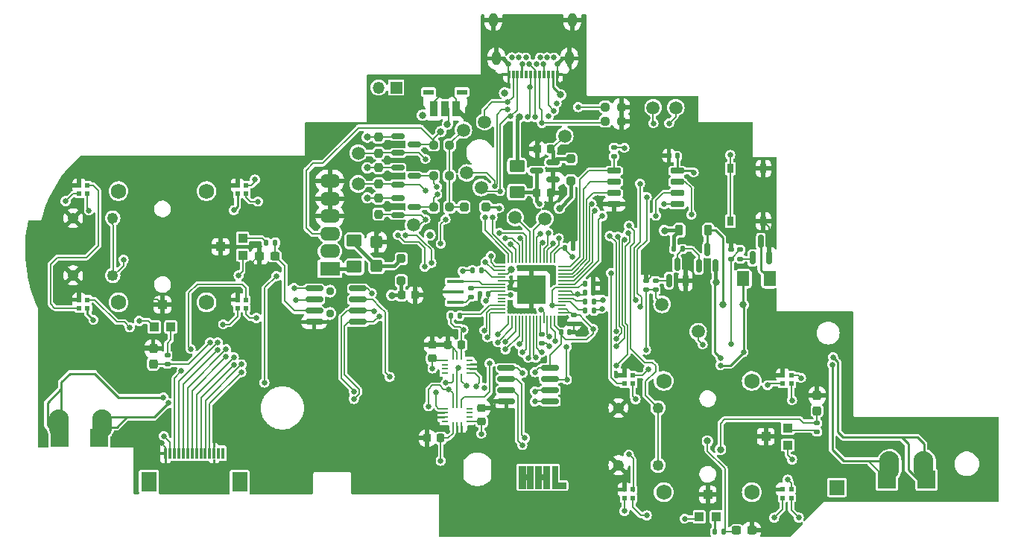
<source format=gbr>
G04 #@! TF.GenerationSoftware,KiCad,Pcbnew,7.0.2*
G04 #@! TF.CreationDate,2023-06-19T11:15:08-07:00*
G04 #@! TF.ProjectId,procon_gcc_main_pcb,70726f63-6f6e-45f6-9763-635f6d61696e,1*
G04 #@! TF.SameCoordinates,Original*
G04 #@! TF.FileFunction,Copper,L1,Top*
G04 #@! TF.FilePolarity,Positive*
%FSLAX46Y46*%
G04 Gerber Fmt 4.6, Leading zero omitted, Abs format (unit mm)*
G04 Created by KiCad (PCBNEW 7.0.2) date 2023-06-19 11:15:08*
%MOMM*%
%LPD*%
G01*
G04 APERTURE LIST*
G04 Aperture macros list*
%AMRoundRect*
0 Rectangle with rounded corners*
0 $1 Rounding radius*
0 $2 $3 $4 $5 $6 $7 $8 $9 X,Y pos of 4 corners*
0 Add a 4 corners polygon primitive as box body*
4,1,4,$2,$3,$4,$5,$6,$7,$8,$9,$2,$3,0*
0 Add four circle primitives for the rounded corners*
1,1,$1+$1,$2,$3*
1,1,$1+$1,$4,$5*
1,1,$1+$1,$6,$7*
1,1,$1+$1,$8,$9*
0 Add four rect primitives between the rounded corners*
20,1,$1+$1,$2,$3,$4,$5,0*
20,1,$1+$1,$4,$5,$6,$7,0*
20,1,$1+$1,$6,$7,$8,$9,0*
20,1,$1+$1,$8,$9,$2,$3,0*%
G04 Aperture macros list end*
G04 #@! TA.AperFunction,EtchedComponent*
%ADD10C,0.050000*%
G04 #@! TD*
G04 #@! TA.AperFunction,SMDPad,CuDef*
%ADD11R,0.950000X1.700000*%
G04 #@! TD*
G04 #@! TA.AperFunction,SMDPad,CuDef*
%ADD12R,0.900000X1.700000*%
G04 #@! TD*
G04 #@! TA.AperFunction,SMDPad,CuDef*
%ADD13R,1.200000X0.600000*%
G04 #@! TD*
G04 #@! TA.AperFunction,SMDPad,CuDef*
%ADD14R,1.000000X1.000000*%
G04 #@! TD*
G04 #@! TA.AperFunction,SMDPad,CuDef*
%ADD15RoundRect,0.135000X0.185000X-0.135000X0.185000X0.135000X-0.185000X0.135000X-0.185000X-0.135000X0*%
G04 #@! TD*
G04 #@! TA.AperFunction,ComponentPad*
%ADD16R,1.700000X1.700000*%
G04 #@! TD*
G04 #@! TA.AperFunction,SMDPad,CuDef*
%ADD17RoundRect,0.135000X0.135000X0.185000X-0.135000X0.185000X-0.135000X-0.185000X0.135000X-0.185000X0*%
G04 #@! TD*
G04 #@! TA.AperFunction,SMDPad,CuDef*
%ADD18R,0.550000X0.550000*%
G04 #@! TD*
G04 #@! TA.AperFunction,SMDPad,CuDef*
%ADD19RoundRect,0.225000X-0.225000X-0.375000X0.225000X-0.375000X0.225000X0.375000X-0.225000X0.375000X0*%
G04 #@! TD*
G04 #@! TA.AperFunction,SMDPad,CuDef*
%ADD20RoundRect,0.225000X-0.250000X0.225000X-0.250000X-0.225000X0.250000X-0.225000X0.250000X0.225000X0*%
G04 #@! TD*
G04 #@! TA.AperFunction,SMDPad,CuDef*
%ADD21RoundRect,0.135000X-0.185000X0.135000X-0.185000X-0.135000X0.185000X-0.135000X0.185000X0.135000X0*%
G04 #@! TD*
G04 #@! TA.AperFunction,SMDPad,CuDef*
%ADD22C,1.500000*%
G04 #@! TD*
G04 #@! TA.AperFunction,SMDPad,CuDef*
%ADD23RoundRect,0.150000X-0.825000X-0.150000X0.825000X-0.150000X0.825000X0.150000X-0.825000X0.150000X0*%
G04 #@! TD*
G04 #@! TA.AperFunction,SMDPad,CuDef*
%ADD24RoundRect,0.237500X-0.237500X0.300000X-0.237500X-0.300000X0.237500X-0.300000X0.237500X0.300000X0*%
G04 #@! TD*
G04 #@! TA.AperFunction,ComponentPad*
%ADD25R,2.300000X1.600000*%
G04 #@! TD*
G04 #@! TA.AperFunction,ComponentPad*
%ADD26O,2.300000X1.600000*%
G04 #@! TD*
G04 #@! TA.AperFunction,SMDPad,CuDef*
%ADD27RoundRect,0.150000X-0.587500X-0.150000X0.587500X-0.150000X0.587500X0.150000X-0.587500X0.150000X0*%
G04 #@! TD*
G04 #@! TA.AperFunction,SMDPad,CuDef*
%ADD28RoundRect,0.135000X-0.135000X-0.185000X0.135000X-0.185000X0.135000X0.185000X-0.135000X0.185000X0*%
G04 #@! TD*
G04 #@! TA.AperFunction,SMDPad,CuDef*
%ADD29RoundRect,0.237500X0.300000X0.237500X-0.300000X0.237500X-0.300000X-0.237500X0.300000X-0.237500X0*%
G04 #@! TD*
G04 #@! TA.AperFunction,SMDPad,CuDef*
%ADD30RoundRect,0.250001X-0.624999X0.462499X-0.624999X-0.462499X0.624999X-0.462499X0.624999X0.462499X0*%
G04 #@! TD*
G04 #@! TA.AperFunction,SMDPad,CuDef*
%ADD31RoundRect,0.237500X-0.237500X0.250000X-0.237500X-0.250000X0.237500X-0.250000X0.237500X0.250000X0*%
G04 #@! TD*
G04 #@! TA.AperFunction,SMDPad,CuDef*
%ADD32RoundRect,0.150000X0.150000X-0.587500X0.150000X0.587500X-0.150000X0.587500X-0.150000X-0.587500X0*%
G04 #@! TD*
G04 #@! TA.AperFunction,SMDPad,CuDef*
%ADD33RoundRect,0.140000X0.140000X0.170000X-0.140000X0.170000X-0.140000X-0.170000X0.140000X-0.170000X0*%
G04 #@! TD*
G04 #@! TA.AperFunction,ComponentPad*
%ADD34R,2.000000X2.000000*%
G04 #@! TD*
G04 #@! TA.AperFunction,SMDPad,CuDef*
%ADD35RoundRect,0.050000X-0.050000X0.387500X-0.050000X-0.387500X0.050000X-0.387500X0.050000X0.387500X0*%
G04 #@! TD*
G04 #@! TA.AperFunction,SMDPad,CuDef*
%ADD36RoundRect,0.050000X-0.387500X0.050000X-0.387500X-0.050000X0.387500X-0.050000X0.387500X0.050000X0*%
G04 #@! TD*
G04 #@! TA.AperFunction,SMDPad,CuDef*
%ADD37R,3.200000X3.200000*%
G04 #@! TD*
G04 #@! TA.AperFunction,SMDPad,CuDef*
%ADD38RoundRect,0.140000X-0.170000X0.140000X-0.170000X-0.140000X0.170000X-0.140000X0.170000X0.140000X0*%
G04 #@! TD*
G04 #@! TA.AperFunction,SMDPad,CuDef*
%ADD39RoundRect,0.250000X-0.250000X-0.250000X0.250000X-0.250000X0.250000X0.250000X-0.250000X0.250000X0*%
G04 #@! TD*
G04 #@! TA.AperFunction,SMDPad,CuDef*
%ADD40RoundRect,0.250001X0.624999X-0.462499X0.624999X0.462499X-0.624999X0.462499X-0.624999X-0.462499X0*%
G04 #@! TD*
G04 #@! TA.AperFunction,SMDPad,CuDef*
%ADD41RoundRect,0.250000X0.250000X-0.250000X0.250000X0.250000X-0.250000X0.250000X-0.250000X-0.250000X0*%
G04 #@! TD*
G04 #@! TA.AperFunction,SMDPad,CuDef*
%ADD42RoundRect,0.237500X0.250000X0.237500X-0.250000X0.237500X-0.250000X-0.237500X0.250000X-0.237500X0*%
G04 #@! TD*
G04 #@! TA.AperFunction,SMDPad,CuDef*
%ADD43RoundRect,0.225000X-0.225000X-0.250000X0.225000X-0.250000X0.225000X0.250000X-0.225000X0.250000X0*%
G04 #@! TD*
G04 #@! TA.AperFunction,SMDPad,CuDef*
%ADD44RoundRect,0.250001X-0.462499X-0.624999X0.462499X-0.624999X0.462499X0.624999X-0.462499X0.624999X0*%
G04 #@! TD*
G04 #@! TA.AperFunction,SMDPad,CuDef*
%ADD45O,2.250000X3.250000*%
G04 #@! TD*
G04 #@! TA.AperFunction,SMDPad,CuDef*
%ADD46RoundRect,0.237500X-0.300000X-0.237500X0.300000X-0.237500X0.300000X0.237500X-0.300000X0.237500X0*%
G04 #@! TD*
G04 #@! TA.AperFunction,SMDPad,CuDef*
%ADD47RoundRect,0.225000X0.225000X0.250000X-0.225000X0.250000X-0.225000X-0.250000X0.225000X-0.250000X0*%
G04 #@! TD*
G04 #@! TA.AperFunction,SMDPad,CuDef*
%ADD48R,1.900000X0.400000*%
G04 #@! TD*
G04 #@! TA.AperFunction,SMDPad,CuDef*
%ADD49RoundRect,0.140000X-0.140000X-0.170000X0.140000X-0.170000X0.140000X0.170000X-0.140000X0.170000X0*%
G04 #@! TD*
G04 #@! TA.AperFunction,SMDPad,CuDef*
%ADD50RoundRect,0.250000X0.425000X-0.450000X0.425000X0.450000X-0.425000X0.450000X-0.425000X-0.450000X0*%
G04 #@! TD*
G04 #@! TA.AperFunction,SMDPad,CuDef*
%ADD51RoundRect,0.150000X0.587500X0.150000X-0.587500X0.150000X-0.587500X-0.150000X0.587500X-0.150000X0*%
G04 #@! TD*
G04 #@! TA.AperFunction,ComponentPad*
%ADD52C,1.750000*%
G04 #@! TD*
G04 #@! TA.AperFunction,ComponentPad*
%ADD53C,1.250000*%
G04 #@! TD*
G04 #@! TA.AperFunction,SMDPad,CuDef*
%ADD54R,0.750000X1.000000*%
G04 #@! TD*
G04 #@! TA.AperFunction,ComponentPad*
%ADD55R,1.350000X1.350000*%
G04 #@! TD*
G04 #@! TA.AperFunction,ComponentPad*
%ADD56O,1.350000X1.350000*%
G04 #@! TD*
G04 #@! TA.AperFunction,SMDPad,CuDef*
%ADD57R,0.300000X1.300000*%
G04 #@! TD*
G04 #@! TA.AperFunction,SMDPad,CuDef*
%ADD58R,1.800000X2.200000*%
G04 #@! TD*
G04 #@! TA.AperFunction,SMDPad,CuDef*
%ADD59R,0.300000X0.900000*%
G04 #@! TD*
G04 #@! TA.AperFunction,ComponentPad*
%ADD60C,0.650000*%
G04 #@! TD*
G04 #@! TA.AperFunction,ComponentPad*
%ADD61O,1.000000X1.600000*%
G04 #@! TD*
G04 #@! TA.AperFunction,SMDPad,CuDef*
%ADD62RoundRect,0.150000X-0.650000X-0.150000X0.650000X-0.150000X0.650000X0.150000X-0.650000X0.150000X0*%
G04 #@! TD*
G04 #@! TA.AperFunction,SMDPad,CuDef*
%ADD63R,0.745000X0.280000*%
G04 #@! TD*
G04 #@! TA.AperFunction,SMDPad,CuDef*
%ADD64R,0.280000X0.745000*%
G04 #@! TD*
G04 #@! TA.AperFunction,SMDPad,CuDef*
%ADD65RoundRect,0.237500X-0.250000X-0.237500X0.250000X-0.237500X0.250000X0.237500X-0.250000X0.237500X0*%
G04 #@! TD*
G04 #@! TA.AperFunction,ViaPad*
%ADD66C,0.650000*%
G04 #@! TD*
G04 #@! TA.AperFunction,ViaPad*
%ADD67C,0.800000*%
G04 #@! TD*
G04 #@! TA.AperFunction,ViaPad*
%ADD68C,0.950000*%
G04 #@! TD*
G04 #@! TA.AperFunction,Conductor*
%ADD69C,0.150000*%
G04 #@! TD*
G04 #@! TA.AperFunction,Conductor*
%ADD70C,0.200000*%
G04 #@! TD*
G04 #@! TA.AperFunction,Conductor*
%ADD71C,0.250000*%
G04 #@! TD*
G04 #@! TA.AperFunction,Conductor*
%ADD72C,0.400000*%
G04 #@! TD*
G04 APERTURE END LIST*
D10*
X141256099Y-145243438D02*
X142210054Y-145243438D01*
X142210054Y-145912807D01*
X140623440Y-145912807D01*
X140623440Y-143359635D01*
X141256099Y-143359635D01*
X141256099Y-145243438D01*
G04 #@! TA.AperFunction,EtchedComponent*
G36*
X141256099Y-145243438D02*
G01*
X142210054Y-145243438D01*
X142210054Y-145912807D01*
X140623440Y-145912807D01*
X140623440Y-143359635D01*
X141256099Y-143359635D01*
X141256099Y-145243438D01*
G37*
G04 #@! TD.AperFunction*
X138490336Y-145912807D02*
X137809475Y-145912807D01*
X137809475Y-144944685D01*
X137569819Y-144944685D01*
X137569819Y-145912807D01*
X136884519Y-145912807D01*
X136884519Y-143360155D01*
X137567533Y-143359635D01*
X137567533Y-144282437D01*
X137809475Y-144282437D01*
X137809475Y-143359635D01*
X138490336Y-143359635D01*
X138490336Y-145912807D01*
G04 #@! TA.AperFunction,EtchedComponent*
G36*
X138490336Y-145912807D02*
G01*
X137809475Y-145912807D01*
X137809475Y-144944685D01*
X137569819Y-144944685D01*
X137569819Y-145912807D01*
X136884519Y-145912807D01*
X136884519Y-143360155D01*
X137567533Y-143359635D01*
X137567533Y-144282437D01*
X137809475Y-144282437D01*
X137809475Y-143359635D01*
X138490336Y-143359635D01*
X138490336Y-145912807D01*
G37*
G04 #@! TD.AperFunction*
X140340336Y-145912807D02*
X139659475Y-145912807D01*
X139659475Y-144944685D01*
X139419819Y-144944685D01*
X139419819Y-145912807D01*
X138734519Y-145912807D01*
X138734519Y-143360155D01*
X139417533Y-143359635D01*
X139417533Y-144282437D01*
X139659475Y-144282437D01*
X139659475Y-143359635D01*
X140340336Y-143359635D01*
X140340336Y-145912807D01*
G04 #@! TA.AperFunction,EtchedComponent*
G36*
X140340336Y-145912807D02*
G01*
X139659475Y-145912807D01*
X139659475Y-144944685D01*
X139419819Y-144944685D01*
X139419819Y-145912807D01*
X138734519Y-145912807D01*
X138734519Y-143360155D01*
X139417533Y-143359635D01*
X139417533Y-144282437D01*
X139659475Y-144282437D01*
X139659475Y-143359635D01*
X140340336Y-143359635D01*
X140340336Y-145912807D01*
G37*
G04 #@! TD.AperFunction*
D11*
X127208519Y-102740000D03*
D12*
X128483519Y-102740000D03*
D11*
X129758519Y-102740000D03*
D13*
X126583519Y-100840000D03*
X130383519Y-100840000D03*
D14*
X105477000Y-119382600D03*
X105477000Y-117482600D03*
X102977000Y-118432600D03*
D15*
X152392760Y-123334312D03*
X152392760Y-122314312D03*
D16*
X172983595Y-145804174D03*
D17*
X145378378Y-124674084D03*
X144358378Y-124674084D03*
D18*
X166845200Y-133997000D03*
X167795200Y-133997000D03*
X167795200Y-133047000D03*
X166845200Y-133047000D03*
D19*
X155085499Y-116574786D03*
X158385499Y-116574786D03*
D20*
X132638988Y-136778904D03*
X132638988Y-138328904D03*
D21*
X162021317Y-118784380D03*
X162021317Y-119804380D03*
D22*
X152120505Y-102616000D03*
D15*
X170739623Y-139478477D03*
X170739623Y-138458477D03*
D22*
X142081539Y-105833876D03*
D23*
X113605156Y-123184537D03*
X113605156Y-124454537D03*
X113605156Y-125724537D03*
X113605156Y-126994537D03*
X118555156Y-126994537D03*
X118555156Y-125724537D03*
X118555156Y-124454537D03*
X118555156Y-123184537D03*
D24*
X95317457Y-130017891D03*
X95317457Y-131742891D03*
D25*
X115400000Y-120950000D03*
D26*
X115400000Y-118950000D03*
X115400000Y-116950000D03*
X115400000Y-114950000D03*
X115400000Y-112950000D03*
X115400000Y-110950000D03*
D27*
X123105000Y-105860000D03*
X123105000Y-107760000D03*
X124980000Y-106810000D03*
X123092500Y-112930000D03*
X123092500Y-114830000D03*
X124967500Y-113880000D03*
D28*
X131570000Y-121131418D03*
X132590000Y-121131418D03*
D29*
X163312504Y-150698757D03*
X161587504Y-150698757D03*
D18*
X86902000Y-125407600D03*
X87852000Y-125407600D03*
X87852000Y-124457600D03*
X86902000Y-124457600D03*
D30*
X136652000Y-109256500D03*
X136652000Y-112231500D03*
D31*
X120944000Y-109456500D03*
X120944000Y-111281500D03*
D32*
X163403973Y-119704893D03*
X165303973Y-119704893D03*
X164353973Y-117829893D03*
D33*
X154868965Y-108099075D03*
X153908965Y-108099075D03*
D34*
X178675000Y-144906500D03*
D35*
X140900000Y-119862500D03*
X140500000Y-119862500D03*
X140100000Y-119862500D03*
X139700000Y-119862500D03*
X139300000Y-119862500D03*
X138900000Y-119862500D03*
X138500000Y-119862500D03*
X138100000Y-119862500D03*
X137700000Y-119862500D03*
X137300000Y-119862500D03*
X136900000Y-119862500D03*
X136500000Y-119862500D03*
X136100000Y-119862500D03*
X135700000Y-119862500D03*
D36*
X134862500Y-120700000D03*
X134862500Y-121100000D03*
X134862500Y-121500000D03*
X134862500Y-121900000D03*
X134862500Y-122300000D03*
X134862500Y-122700000D03*
X134862500Y-123100000D03*
X134862500Y-123500000D03*
X134862500Y-123900000D03*
X134862500Y-124300000D03*
X134862500Y-124700000D03*
X134862500Y-125100000D03*
X134862500Y-125500000D03*
X134862500Y-125900000D03*
D35*
X135700000Y-126737500D03*
X136100000Y-126737500D03*
X136500000Y-126737500D03*
X136900000Y-126737500D03*
X137300000Y-126737500D03*
X137700000Y-126737500D03*
X138100000Y-126737500D03*
X138500000Y-126737500D03*
X138900000Y-126737500D03*
X139300000Y-126737500D03*
X139700000Y-126737500D03*
X140100000Y-126737500D03*
X140500000Y-126737500D03*
X140900000Y-126737500D03*
D36*
X141737500Y-125900000D03*
X141737500Y-125500000D03*
X141737500Y-125100000D03*
X141737500Y-124700000D03*
X141737500Y-124300000D03*
X141737500Y-123900000D03*
X141737500Y-123500000D03*
X141737500Y-123100000D03*
X141737500Y-122700000D03*
X141737500Y-122300000D03*
X141737500Y-121900000D03*
X141737500Y-121500000D03*
X141737500Y-121100000D03*
X141737500Y-120700000D03*
D37*
X138300000Y-123300000D03*
D18*
X104902000Y-112407600D03*
X105852000Y-112407600D03*
X105852000Y-111457600D03*
X104902000Y-111457600D03*
D38*
X143120000Y-126220000D03*
X143120000Y-127180000D03*
D22*
X139814343Y-115229853D03*
D31*
X120937000Y-112897500D03*
X120937000Y-114722500D03*
D39*
X130628718Y-113924462D03*
X133128718Y-113924462D03*
D40*
X118166000Y-120723000D03*
X118166000Y-117748000D03*
D34*
X84675000Y-140125000D03*
D41*
X123500000Y-122300000D03*
X123500000Y-119800000D03*
D33*
X133361612Y-123799940D03*
X132401612Y-123799940D03*
D42*
X128992500Y-113940000D03*
X127167500Y-113940000D03*
D21*
X160950598Y-118782478D03*
X160950598Y-119802478D03*
D43*
X126437999Y-140194151D03*
X127987999Y-140194151D03*
D14*
X157370200Y-149122000D03*
X159270200Y-149122000D03*
X158320200Y-146622000D03*
D44*
X162366473Y-122067393D03*
X165341473Y-122067393D03*
D45*
X178957595Y-143318317D03*
X182857595Y-143318317D03*
D32*
X153905499Y-122292286D03*
X155805499Y-122292286D03*
X154855499Y-120417286D03*
D17*
X145383475Y-125698631D03*
X144363475Y-125698631D03*
D46*
X107418809Y-119497056D03*
X109143809Y-119497056D03*
D47*
X125075000Y-123925000D03*
X123525000Y-123925000D03*
D18*
X148845200Y-146997000D03*
X149795200Y-146997000D03*
X149795200Y-146047000D03*
X148845200Y-146047000D03*
D22*
X124900940Y-115973075D03*
X157237043Y-128094200D03*
D20*
X127028523Y-129572529D03*
X127028523Y-131122529D03*
D15*
X147669721Y-108165507D03*
X147669721Y-107145507D03*
D48*
X129650000Y-122375000D03*
X129650000Y-123575000D03*
X129650000Y-124775000D03*
D49*
X142075728Y-118581565D03*
X143035728Y-118581565D03*
D18*
X86902000Y-112407600D03*
X87852000Y-112407600D03*
X87852000Y-111457600D03*
X86902000Y-111457600D03*
D50*
X120706000Y-120622000D03*
X120706000Y-117922000D03*
D22*
X130556000Y-105156000D03*
D24*
X170738456Y-135352081D03*
X170738456Y-137077081D03*
D18*
X166845200Y-146997000D03*
X167795200Y-146997000D03*
X167795200Y-146047000D03*
X166845200Y-146047000D03*
D27*
X123092500Y-109440000D03*
X123092500Y-111340000D03*
X124967500Y-110390000D03*
D51*
X140745500Y-110744500D03*
X140745500Y-108844500D03*
X138870500Y-109794500D03*
D28*
X159135629Y-150847756D03*
X160155629Y-150847756D03*
D52*
X153320200Y-133697000D03*
X153320200Y-146347000D03*
X163320200Y-133697000D03*
X163320200Y-146347000D03*
D53*
X152670200Y-136772000D03*
X152670200Y-143272000D03*
X148170200Y-136772000D03*
X148170200Y-143272000D03*
D54*
X164635000Y-109540000D03*
X164635000Y-115540000D03*
X160885000Y-109540000D03*
X160885000Y-115540000D03*
D14*
X95427000Y-127532600D03*
X97327000Y-127532600D03*
X96377000Y-125032600D03*
D22*
X136459755Y-115106341D03*
D28*
X108175401Y-117977059D03*
X109195401Y-117977059D03*
D43*
X128768394Y-129595200D03*
X130318394Y-129595200D03*
D33*
X142603255Y-128160953D03*
X141643255Y-128160953D03*
D28*
X129129756Y-126274421D03*
X130149756Y-126274421D03*
D43*
X138913000Y-112324500D03*
X140463000Y-112324500D03*
D33*
X145330000Y-123675000D03*
X144370000Y-123675000D03*
D55*
X122920000Y-100330000D03*
D56*
X120920000Y-100330000D03*
D22*
X118616369Y-107778492D03*
D33*
X145327989Y-122665768D03*
X144367989Y-122665768D03*
D57*
X96741205Y-141917846D03*
X97241205Y-141917846D03*
X97741205Y-141917846D03*
X98241205Y-141917846D03*
X98741205Y-141917846D03*
X99241205Y-141917846D03*
X99741205Y-141917846D03*
X100241205Y-141917846D03*
X100741205Y-141917846D03*
X101241205Y-141917846D03*
X101741205Y-141917846D03*
X102241205Y-141917846D03*
X102741205Y-141917846D03*
X103241205Y-141917846D03*
D58*
X94841205Y-145167846D03*
X105141205Y-145167846D03*
D22*
X130945712Y-110042059D03*
D32*
X157305499Y-120612286D03*
X159205499Y-120612286D03*
X158255499Y-118737286D03*
D42*
X128982500Y-110380000D03*
X127157500Y-110380000D03*
D59*
X141210000Y-98835000D03*
X140710000Y-98835000D03*
X140210000Y-98835000D03*
X139710000Y-98835000D03*
X139210000Y-98835000D03*
X138710000Y-98835000D03*
X138210000Y-98835000D03*
X137710000Y-98835000D03*
X137210000Y-98835000D03*
X136710000Y-98835000D03*
X136210000Y-98835000D03*
X135710000Y-98835000D03*
D60*
X135660000Y-97625000D03*
X136060000Y-96925000D03*
X136860000Y-96925000D03*
X137260000Y-97625000D03*
X137660000Y-96925000D03*
X138060000Y-97625000D03*
X138860000Y-97625000D03*
X139260000Y-96925000D03*
X139660000Y-97625000D03*
X140060000Y-96925000D03*
X140860000Y-96925000D03*
X141260000Y-97625000D03*
D61*
X142950000Y-92635000D03*
X142590000Y-97025000D03*
X134330000Y-97025000D03*
X133970000Y-92635000D03*
D22*
X118599544Y-111294833D03*
D23*
X135447000Y-132207000D03*
X135447000Y-133477000D03*
X135447000Y-134747000D03*
X135447000Y-136017000D03*
X140397000Y-136017000D03*
X140397000Y-134747000D03*
X140397000Y-133477000D03*
X140397000Y-132207000D03*
D62*
X147671042Y-109789917D03*
X147671042Y-111059917D03*
X147671042Y-112329917D03*
X147671042Y-113599917D03*
X154871042Y-113599917D03*
X154871042Y-112329917D03*
X154871042Y-111059917D03*
X154871042Y-109789917D03*
D42*
X128992500Y-106880000D03*
X127167500Y-106880000D03*
D15*
X131420884Y-124153577D03*
X131420884Y-123133577D03*
D45*
X84607723Y-138528911D03*
X89507723Y-138528911D03*
D21*
X96933652Y-130742363D03*
X96933652Y-131762363D03*
D47*
X140508000Y-107344500D03*
X138958000Y-107344500D03*
D18*
X104902000Y-125407600D03*
X105852000Y-125407600D03*
X105852000Y-124457600D03*
X104902000Y-124457600D03*
D63*
X131250000Y-132830000D03*
X131250000Y-132330000D03*
X131250000Y-131830000D03*
X131250000Y-131330000D03*
D64*
X130352000Y-130932000D03*
X129852000Y-130932000D03*
X129352000Y-130932000D03*
D63*
X128454000Y-131330000D03*
X128454000Y-131830000D03*
X128454000Y-132330000D03*
X128454000Y-132830000D03*
D64*
X129352000Y-133228000D03*
X129852000Y-133228000D03*
X130352000Y-133228000D03*
D31*
X120930000Y-105967500D03*
X120930000Y-107792500D03*
D17*
X155475499Y-118684786D03*
X154455499Y-118684786D03*
D63*
X128461499Y-136823749D03*
X128461499Y-137323749D03*
X128461499Y-137823749D03*
X128461499Y-138323749D03*
D64*
X129359499Y-138721749D03*
X129859499Y-138721749D03*
X130359499Y-138721749D03*
D63*
X131257499Y-138323749D03*
X131257499Y-137823749D03*
X131257499Y-137323749D03*
X131257499Y-136823749D03*
D64*
X130359499Y-136425749D03*
X129859499Y-136425749D03*
X129359499Y-136425749D03*
D22*
X154686000Y-102616000D03*
X132980418Y-104222421D03*
D65*
X146687500Y-102550000D03*
X148512500Y-102550000D03*
D52*
X91377000Y-112107600D03*
X91377000Y-124757600D03*
X101377000Y-112107600D03*
X101377000Y-124757600D03*
D53*
X90727000Y-115182600D03*
X90727000Y-121682600D03*
X86227000Y-115182600D03*
X86227000Y-121682600D03*
D14*
X167420200Y-140972000D03*
X167420200Y-139072000D03*
X164920200Y-140022000D03*
D41*
X142794000Y-110954500D03*
X142794000Y-108454500D03*
D18*
X148845200Y-133997000D03*
X149795200Y-133997000D03*
X149795200Y-133047000D03*
X148845200Y-133047000D03*
D21*
X151314832Y-122308704D03*
X151314832Y-123328704D03*
D34*
X89175000Y-140125000D03*
D22*
X153119831Y-124976430D03*
D34*
X183175000Y-144906500D03*
D65*
X146687500Y-104150000D03*
X148512500Y-104150000D03*
D22*
X132571909Y-111701320D03*
D21*
X139473009Y-128385944D03*
X139473009Y-129405944D03*
D66*
X93726331Y-126862917D03*
X134620000Y-114046000D03*
X130562373Y-127876914D03*
X168667000Y-149234000D03*
X142970303Y-119602303D03*
X133110093Y-124574727D03*
X88535000Y-126744000D03*
X167905000Y-142630000D03*
X127054837Y-132259660D03*
X151395000Y-148980000D03*
X127985961Y-142771665D03*
X136906432Y-129527645D03*
X152146000Y-104394000D03*
D67*
X119634000Y-112870000D03*
D66*
X120142000Y-123698000D03*
X145288000Y-127762000D03*
D67*
X119634000Y-109456500D03*
D66*
X150125000Y-135772000D03*
D67*
X141478000Y-114046000D03*
X119634000Y-105967500D03*
X122428000Y-123952000D03*
D66*
X105020929Y-121684734D03*
X155702000Y-149352000D03*
X143500453Y-123854037D03*
X88027000Y-114298000D03*
X138675176Y-132700935D03*
X107208063Y-113292025D03*
X96520000Y-139954000D03*
X107037293Y-126541343D03*
X137028008Y-117460000D03*
X167894000Y-135890000D03*
X156718000Y-109982000D03*
X132588000Y-139700000D03*
X142748000Y-100838000D03*
X120904000Y-116586000D03*
X145804133Y-112938500D03*
X133096000Y-100076000D03*
X143221104Y-114944030D03*
D67*
X127107283Y-123666449D03*
D66*
X150114000Y-104140000D03*
X120142000Y-139446000D03*
X106417379Y-120315295D03*
X103267000Y-124712000D03*
X152908000Y-107950000D03*
X132295074Y-125071565D03*
X96251364Y-140759909D03*
X134620000Y-138938000D03*
X165873000Y-145170000D03*
D67*
X139700000Y-105918000D03*
D66*
X94658085Y-124431035D03*
X149481155Y-131664147D03*
X163068000Y-117348000D03*
X111760000Y-127508000D03*
X145825146Y-121260797D03*
X165365000Y-141868000D03*
X143510000Y-128270000D03*
X170942000Y-133350000D03*
X120142000Y-136652000D03*
X102600819Y-120120673D03*
X165558656Y-131908586D03*
X93841951Y-129753459D03*
X125476000Y-122682000D03*
X102616000Y-140462000D03*
D67*
X157480000Y-124714000D03*
D66*
X103395240Y-111997354D03*
X85578500Y-112054911D03*
D67*
X140462000Y-113538000D03*
D66*
X85578500Y-124712000D03*
X147585000Y-145932000D03*
X164857000Y-150758000D03*
X156718000Y-146558000D03*
X151788505Y-121225927D03*
X135988986Y-122489828D03*
X153924000Y-104394000D03*
X96486350Y-135568701D03*
X139192000Y-113538000D03*
X172466000Y-131826000D03*
D67*
X153416000Y-116586000D03*
X159258000Y-122428000D03*
D66*
X159766000Y-131064000D03*
X99568000Y-130048000D03*
X98532731Y-132568731D03*
X172548500Y-130980513D03*
X159750995Y-131913370D03*
X97059568Y-136218201D03*
D67*
X160046410Y-125022965D03*
D66*
X162376218Y-130414500D03*
D67*
X162368205Y-125022965D03*
X135250000Y-100950000D03*
X141600000Y-101150000D03*
D66*
X135889284Y-123917342D03*
X140655008Y-125103788D03*
D67*
X125910445Y-103485736D03*
X136951582Y-103667026D03*
D66*
X148844000Y-107188000D03*
X160871714Y-108012111D03*
X135560000Y-102010000D03*
X141150037Y-102109750D03*
D67*
X127988555Y-105343940D03*
D66*
X127552150Y-111614186D03*
X134112000Y-111506000D03*
X135580464Y-102859256D03*
X140859500Y-102955721D03*
X139490000Y-104340000D03*
X150169000Y-124460000D03*
D68*
X115399875Y-126024784D03*
D66*
X138725000Y-103700000D03*
X150622000Y-111252000D03*
X146370500Y-124460000D03*
X153388660Y-113593849D03*
X145127916Y-113538000D03*
X152443077Y-114896437D03*
X145521157Y-114366463D03*
X146355074Y-114943530D03*
X156457671Y-114790556D03*
X102638667Y-129310618D03*
X132954745Y-127933292D03*
X133288465Y-128714500D03*
X102597604Y-130199504D03*
X103612047Y-130088267D03*
X134468986Y-128424319D03*
X134455541Y-129285586D03*
X103587142Y-130960994D03*
X135349887Y-129239062D03*
X104475631Y-131002427D03*
X135343064Y-130093708D03*
X104464757Y-131861123D03*
X105359559Y-131816120D03*
X137299911Y-130464500D03*
X137922000Y-131064000D03*
X105322545Y-132700957D03*
X150622000Y-125222000D03*
X146304000Y-125476000D03*
X137875497Y-103700000D03*
X151384000Y-112776000D03*
X138110500Y-100325000D03*
D68*
X115393423Y-123482711D03*
D66*
X135952868Y-103627332D03*
X140240000Y-103600000D03*
X134712689Y-112106689D03*
X127585799Y-112489066D03*
X143600000Y-102550000D03*
X130460546Y-121226096D03*
X147320000Y-121412000D03*
X151584478Y-132387522D03*
X165106351Y-134191230D03*
X165873000Y-149234000D03*
X168910000Y-133350000D03*
X135890000Y-118110000D03*
X126238000Y-115316000D03*
X126238000Y-112014000D03*
X135289311Y-117485500D03*
X134671163Y-116886000D03*
X126238000Y-108458000D03*
X151308546Y-130152209D03*
X138773731Y-131031781D03*
X139438596Y-130432281D03*
X157734000Y-129540000D03*
X160988701Y-129462658D03*
X101789256Y-129298146D03*
X111506000Y-124460000D03*
X137515984Y-140168988D03*
D67*
X158289061Y-140543759D03*
D66*
X139405270Y-125570588D03*
X140316540Y-129785101D03*
X137247348Y-140974897D03*
D67*
X159766000Y-141478000D03*
D66*
X167397000Y-144916000D03*
X148855000Y-148472000D03*
X133858000Y-115062000D03*
X149384122Y-116050151D03*
X85375221Y-113236927D03*
X106869300Y-110801928D03*
X127987924Y-118081924D03*
X133008554Y-115071795D03*
X128524000Y-115316000D03*
X91948000Y-119888000D03*
X120396000Y-125730000D03*
X138684000Y-134874000D03*
X147919500Y-128016000D03*
X147198879Y-117213045D03*
X141404177Y-117497313D03*
X132000173Y-134288316D03*
X127432841Y-134967501D03*
X118110000Y-134882500D03*
X92662542Y-127596428D03*
X103267000Y-127252000D03*
X109315105Y-121762452D03*
X104473364Y-114290045D03*
X149352000Y-142063488D03*
X107962872Y-133883745D03*
D67*
X136030294Y-121057593D03*
X126766222Y-117099496D03*
X128751620Y-104486351D03*
D66*
X123102497Y-117094000D03*
X126167632Y-120689085D03*
X133072036Y-120142000D03*
X126910268Y-120276596D03*
X133671536Y-119468777D03*
X123952000Y-117094000D03*
X133548657Y-131702501D03*
X140340984Y-128624884D03*
X148873233Y-117647016D03*
X122174000Y-133233500D03*
X142305553Y-129811740D03*
X130005677Y-132178963D03*
X142311493Y-133531152D03*
X147919500Y-129744441D03*
X140205307Y-116837159D03*
X126573027Y-136571982D03*
X120996689Y-126330689D03*
X139525184Y-117975142D03*
X138671220Y-136025083D03*
X148109237Y-117275581D03*
X130887178Y-134256953D03*
X128906167Y-134655907D03*
X118110000Y-135732003D03*
X147919500Y-128865503D03*
X140747854Y-118036659D03*
X111320153Y-123112063D03*
X139325404Y-117003791D03*
X149293981Y-116894857D03*
X147919500Y-131948063D03*
X137283380Y-132782656D03*
X141035477Y-129161171D03*
X132908956Y-134502055D03*
X128588745Y-133855475D03*
D69*
X143141236Y-123900000D02*
X143454490Y-123900000D01*
D70*
X93726331Y-126862917D02*
X94757317Y-126862917D01*
D71*
X133128718Y-113924462D02*
X134498462Y-113924462D01*
D70*
X149795200Y-133997000D02*
X149795200Y-135442200D01*
D69*
X130562373Y-127876914D02*
X130318394Y-128120893D01*
X141643255Y-129490164D02*
X141643255Y-128160953D01*
X105477000Y-121228663D02*
X105477000Y-119382600D01*
D70*
X87852000Y-114123000D02*
X88027000Y-114298000D01*
D69*
X129359499Y-139626501D02*
X128791849Y-140194151D01*
X140900000Y-127417698D02*
X141643255Y-128160953D01*
D71*
X154871042Y-109789917D02*
X154871042Y-108101152D01*
D70*
X133420000Y-123780000D02*
X133700000Y-123500000D01*
D71*
X134498462Y-113924462D02*
X134620000Y-114046000D01*
D70*
X119634000Y-105967500D02*
X120930000Y-105967500D01*
D72*
X123525000Y-123925000D02*
X122455000Y-123925000D01*
D69*
X127235994Y-131330000D02*
X127028523Y-131122529D01*
X144272000Y-126746000D02*
X145288000Y-127762000D01*
X141737500Y-123900000D02*
X143141236Y-123900000D01*
X142741236Y-123500000D02*
X143141236Y-123900000D01*
D70*
X119634000Y-112870000D02*
X119661500Y-112897500D01*
D69*
X132633833Y-138323749D02*
X132638988Y-138328904D01*
D70*
X123060000Y-112897500D02*
X123092500Y-112930000D01*
X150758000Y-148980000D02*
X151395000Y-148980000D01*
X167894000Y-135890000D02*
X167795200Y-135791200D01*
D69*
X142234619Y-125500000D02*
X142634619Y-125900000D01*
D72*
X142794000Y-110954500D02*
X142794000Y-112730000D01*
D70*
X119628537Y-123184537D02*
X120142000Y-123698000D01*
X123076000Y-109456500D02*
X123092500Y-109440000D01*
D69*
X127987999Y-142769627D02*
X127987999Y-140194151D01*
D70*
X157140200Y-149352000D02*
X155702000Y-149352000D01*
D69*
X142634619Y-125900000D02*
X142800000Y-125900000D01*
X129359499Y-138721749D02*
X129359499Y-139626501D01*
D70*
X167420200Y-142145200D02*
X167905000Y-142630000D01*
X149795200Y-135442200D02*
X150125000Y-135772000D01*
X122997500Y-105967500D02*
X123105000Y-105860000D01*
X137300000Y-117731992D02*
X137028008Y-117460000D01*
D69*
X144578996Y-129003593D02*
X145288000Y-128294589D01*
X142800000Y-125900000D02*
X143120000Y-126220000D01*
D70*
X87852000Y-112407600D02*
X87852000Y-114123000D01*
D69*
X140900000Y-126737500D02*
X140900000Y-127417698D01*
X107037293Y-126541343D02*
X106313193Y-126541343D01*
X128454000Y-131330000D02*
X127235994Y-131330000D01*
D72*
X123500000Y-122300000D02*
X123500000Y-123900000D01*
D70*
X141590537Y-118581565D02*
X142075728Y-118581565D01*
D69*
X143454490Y-123900000D02*
X143500453Y-123854037D01*
X130318394Y-128120893D02*
X130318394Y-129595200D01*
D70*
X142075728Y-118707728D02*
X142970303Y-119602303D01*
X167795200Y-135791200D02*
X167795200Y-133997000D01*
D71*
X87852000Y-125407600D02*
X87852000Y-126061000D01*
D70*
X142075728Y-118581565D02*
X142075728Y-118707728D01*
D69*
X105020929Y-121684734D02*
X105477000Y-121228663D01*
X132638988Y-138328904D02*
X132638988Y-139649012D01*
D70*
X120930000Y-105967500D02*
X122997500Y-105967500D01*
D69*
X127985961Y-142771665D02*
X127987999Y-142769627D01*
X143746000Y-126220000D02*
X144272000Y-126746000D01*
X141643255Y-128160953D02*
X141643255Y-128461754D01*
X141737500Y-125500000D02*
X142234619Y-125500000D01*
X130193459Y-127508000D02*
X130562373Y-127876914D01*
X141643255Y-128461754D02*
X142185094Y-129003593D01*
D70*
X140900000Y-119862500D02*
X140900000Y-119272102D01*
X157370200Y-149122000D02*
X157140200Y-149352000D01*
D69*
X129129756Y-126274421D02*
X129129756Y-127097756D01*
X140397000Y-132207000D02*
X140397000Y-130736419D01*
D70*
X140900000Y-119272102D02*
X141590537Y-118581565D01*
D69*
X152120505Y-104368505D02*
X152146000Y-104394000D01*
D70*
X118555156Y-123184537D02*
X119628537Y-123184537D01*
D69*
X137300000Y-129134077D02*
X136906432Y-129527645D01*
X139169111Y-132207000D02*
X138675176Y-132700935D01*
D70*
X120944000Y-109456500D02*
X123076000Y-109456500D01*
D69*
X105852000Y-126080150D02*
X105852000Y-125407600D01*
D70*
X149810000Y-147240000D02*
X149810000Y-148032000D01*
X137300000Y-119862500D02*
X137300000Y-117731992D01*
D69*
X132638988Y-139649012D02*
X132588000Y-139700000D01*
D72*
X122455000Y-123925000D02*
X122428000Y-123952000D01*
D71*
X156525917Y-109789917D02*
X156718000Y-109982000D01*
D69*
X131257499Y-138323749D02*
X132633833Y-138323749D01*
D70*
X97241205Y-140675205D02*
X96520000Y-139954000D01*
D69*
X152120505Y-102616000D02*
X152120505Y-104368505D01*
D70*
X97241205Y-141917846D02*
X97241205Y-140675205D01*
D69*
X107208063Y-113292025D02*
X106356344Y-113292025D01*
X144145000Y-123900000D02*
X144370000Y-123675000D01*
D71*
X154871042Y-109789917D02*
X156525917Y-109789917D01*
D70*
X149810000Y-148032000D02*
X150758000Y-148980000D01*
D69*
X128791849Y-140194151D02*
X127987999Y-140194151D01*
D72*
X142794000Y-112730000D02*
X141478000Y-114046000D01*
D71*
X87852000Y-126061000D02*
X88535000Y-126744000D01*
D69*
X129540000Y-127508000D02*
X130193459Y-127508000D01*
D70*
X119661500Y-112897500D02*
X120937000Y-112897500D01*
D71*
X154871042Y-108101152D02*
X154868965Y-108099075D01*
D69*
X145288000Y-128294589D02*
X145288000Y-127762000D01*
X143120000Y-126220000D02*
X143746000Y-126220000D01*
X141737500Y-125900000D02*
X142800000Y-125900000D01*
X130352000Y-129628806D02*
X130318394Y-129595200D01*
X105852000Y-112787681D02*
X105852000Y-112407600D01*
X143500453Y-123854037D02*
X143546416Y-123900000D01*
X143546416Y-123900000D02*
X144145000Y-123900000D01*
X140397000Y-130736419D02*
X141643255Y-129490164D01*
X106356344Y-113292025D02*
X105852000Y-112787681D01*
D70*
X133110093Y-124574727D02*
X133361612Y-124323208D01*
D72*
X123500000Y-123900000D02*
X123525000Y-123925000D01*
D69*
X127028523Y-131122529D02*
X127054837Y-131148843D01*
X141737500Y-123500000D02*
X142741236Y-123500000D01*
X140397000Y-132207000D02*
X139169111Y-132207000D01*
D70*
X167795200Y-146997000D02*
X167795200Y-148362200D01*
D69*
X137300000Y-126737500D02*
X137300000Y-129134077D01*
X127054837Y-131148843D02*
X127054837Y-132259660D01*
X142185094Y-129003593D02*
X144578996Y-129003593D01*
D70*
X120937000Y-112897500D02*
X123060000Y-112897500D01*
X119634000Y-109456500D02*
X120944000Y-109456500D01*
D69*
X129129756Y-127097756D02*
X129540000Y-127508000D01*
D70*
X167420200Y-140972000D02*
X167420200Y-142145200D01*
D69*
X130352000Y-130932000D02*
X130352000Y-129628806D01*
X106313193Y-126541343D02*
X105852000Y-126080150D01*
D70*
X94757317Y-126862917D02*
X95427000Y-127532600D01*
X133361612Y-124323208D02*
X133361612Y-123799940D01*
X167795200Y-148362200D02*
X168667000Y-149234000D01*
X133700000Y-123500000D02*
X134862500Y-123500000D01*
D69*
X128768394Y-129595200D02*
X129060887Y-129595200D01*
D70*
X93841951Y-129753459D02*
X95053025Y-129753459D01*
X86127411Y-111506000D02*
X85578500Y-112054911D01*
X156718000Y-124714000D02*
X157480000Y-124714000D01*
D69*
X135382000Y-100076000D02*
X135660000Y-99798000D01*
X141260000Y-99604000D02*
X141260000Y-97625000D01*
X129060887Y-129595200D02*
X129352000Y-129886313D01*
X142494000Y-100838000D02*
X141260000Y-99604000D01*
X120706000Y-116784000D02*
X120904000Y-116586000D01*
X106417379Y-120315295D02*
X107235618Y-119497056D01*
D72*
X140463000Y-112324500D02*
X140463000Y-113537000D01*
D70*
X165303973Y-116208973D02*
X164635000Y-115540000D01*
D69*
X128745723Y-129572529D02*
X128768394Y-129595200D01*
D70*
X155805499Y-122292286D02*
X155805499Y-123801499D01*
D69*
X137300000Y-122300000D02*
X134862500Y-122300000D01*
D70*
X142603255Y-128160953D02*
X142857047Y-128160953D01*
D69*
X96741205Y-141917846D02*
X96741205Y-141249750D01*
D70*
X102241205Y-140836795D02*
X102616000Y-140462000D01*
X102241205Y-141917846D02*
X102241205Y-140836795D01*
D69*
X138300000Y-123300000D02*
X137300000Y-122300000D01*
D70*
X132295074Y-125071565D02*
X132401612Y-124965027D01*
D69*
X150104000Y-104150000D02*
X150114000Y-104140000D01*
D70*
X146465550Y-113599917D02*
X145804133Y-112938500D01*
X165303973Y-119704893D02*
X165303973Y-116208973D01*
X134239000Y-136017000D02*
X134112000Y-136144000D01*
X95053025Y-129753459D02*
X95317457Y-130017891D01*
X86868000Y-111506000D02*
X86127411Y-111506000D01*
D69*
X120208754Y-139512754D02*
X120142000Y-139446000D01*
D70*
X145327989Y-121757954D02*
X145825146Y-121260797D01*
X143035728Y-118581565D02*
X143035728Y-115129406D01*
X148860000Y-146290000D02*
X148502000Y-145932000D01*
D69*
X96741205Y-141249750D02*
X96251364Y-140759909D01*
D70*
X143120000Y-127898000D02*
X143120000Y-127180000D01*
X147671042Y-113599917D02*
X146465550Y-113599917D01*
X170688000Y-133604000D02*
X170942000Y-133350000D01*
X125075000Y-123083000D02*
X125476000Y-122682000D01*
X164920200Y-140022000D02*
X164920200Y-141423200D01*
X165558656Y-131908586D02*
X165558656Y-132596619D01*
D69*
X163068000Y-116332000D02*
X163068000Y-117348000D01*
X102977000Y-119744492D02*
X102977000Y-118432600D01*
X160950598Y-118782478D02*
X160950598Y-117941402D01*
D70*
X155805499Y-123801499D02*
X156210000Y-124206000D01*
D69*
X107235618Y-119497056D02*
X107418809Y-119497056D01*
D71*
X127198732Y-123575000D02*
X129650000Y-123575000D01*
D69*
X129758519Y-101657255D02*
X129296375Y-101195111D01*
D72*
X140463000Y-113537000D02*
X140462000Y-113538000D01*
D69*
X148512500Y-102550000D02*
X148512500Y-104150000D01*
X132800322Y-99780322D02*
X133096000Y-100076000D01*
D70*
X164920200Y-141423200D02*
X165365000Y-141868000D01*
D69*
X142748000Y-100838000D02*
X142494000Y-100838000D01*
X129443126Y-99780322D02*
X130088656Y-99780322D01*
D70*
X151788505Y-121835031D02*
X151314832Y-122308704D01*
X151788505Y-121225927D02*
X151788505Y-121835031D01*
D72*
X140745500Y-112042000D02*
X140463000Y-112324500D01*
D70*
X145330000Y-122725000D02*
X145330000Y-123675000D01*
D69*
X112273463Y-126994537D02*
X111760000Y-127508000D01*
D70*
X145327989Y-122665768D02*
X145327989Y-121757954D01*
X156782000Y-146622000D02*
X156718000Y-146558000D01*
D69*
X129758519Y-102740000D02*
X129758519Y-101657255D01*
X148512500Y-104150000D02*
X150104000Y-104150000D01*
X135660000Y-99798000D02*
X135660000Y-97625000D01*
X129296375Y-101195111D02*
X129296375Y-100427026D01*
D70*
X166058037Y-133096000D02*
X166878000Y-133096000D01*
X164797757Y-150698757D02*
X164857000Y-150758000D01*
X163322000Y-117348000D02*
X163068000Y-117348000D01*
X142857047Y-128160953D02*
X143120000Y-127898000D01*
D71*
X138958000Y-107344500D02*
X138958000Y-106660000D01*
D70*
X163312504Y-150698757D02*
X164797757Y-150698757D01*
D69*
X153057075Y-108099075D02*
X152908000Y-107950000D01*
X129296375Y-100427026D02*
X129943079Y-99780322D01*
D72*
X140745500Y-110744500D02*
X140745500Y-112042000D01*
D71*
X127107283Y-123666449D02*
X127198732Y-123575000D01*
D69*
X129352000Y-129886313D02*
X129852000Y-130386313D01*
X133096000Y-100076000D02*
X135382000Y-100076000D01*
X160950598Y-117941402D02*
X161544000Y-117348000D01*
D70*
X165558656Y-132596619D02*
X166058037Y-133096000D01*
D69*
X164635000Y-115540000D02*
X163860000Y-115540000D01*
X129852000Y-130386313D02*
X129852000Y-130932000D01*
D70*
X132401612Y-124965027D02*
X132401612Y-123799940D01*
D69*
X163860000Y-115540000D02*
X163068000Y-116332000D01*
D70*
X143120000Y-127898000D02*
X143138000Y-127898000D01*
D69*
X135799158Y-122300000D02*
X135988986Y-122489828D01*
X129352000Y-129886313D02*
X129352000Y-130932000D01*
X141260000Y-97625000D02*
X141260000Y-97825000D01*
D70*
X135447000Y-136017000D02*
X134239000Y-136017000D01*
X158320200Y-146622000D02*
X156782000Y-146622000D01*
D69*
X153908965Y-108099075D02*
X153057075Y-108099075D01*
D70*
X143138000Y-127898000D02*
X143510000Y-128270000D01*
X134112000Y-138430000D02*
X134620000Y-138938000D01*
D69*
X134862500Y-122300000D02*
X135799158Y-122300000D01*
D70*
X94658085Y-124431035D02*
X95775435Y-124431035D01*
X170688000Y-135301625D02*
X170688000Y-133604000D01*
D69*
X129943079Y-99780322D02*
X130088656Y-99780322D01*
D70*
X95775435Y-124431035D02*
X96377000Y-125032600D01*
D69*
X102600819Y-120120673D02*
X102977000Y-119744492D01*
D70*
X134112000Y-136144000D02*
X134112000Y-138430000D01*
D69*
X130088656Y-99780322D02*
X132800322Y-99780322D01*
X161544000Y-117348000D02*
X163068000Y-117348000D01*
X113605156Y-126994537D02*
X112273463Y-126994537D01*
X127208519Y-102740000D02*
X127208519Y-102014929D01*
X120706000Y-117922000D02*
X120706000Y-116784000D01*
D70*
X143035728Y-115129406D02*
X143221104Y-114944030D01*
X170738456Y-135352081D02*
X170688000Y-135301625D01*
X148502000Y-145932000D02*
X147585000Y-145932000D01*
X125075000Y-123925000D02*
X125075000Y-123083000D01*
D69*
X120342754Y-136852754D02*
X120142000Y-136652000D01*
D70*
X156210000Y-124206000D02*
X156718000Y-124714000D01*
D69*
X127028523Y-129572529D02*
X128745723Y-129572529D01*
X164635000Y-109540000D02*
X164635000Y-115540000D01*
D71*
X138958000Y-106660000D02*
X139700000Y-105918000D01*
D69*
X127208519Y-102014929D02*
X129443126Y-99780322D01*
D71*
X173757000Y-142769000D02*
X176022000Y-142769000D01*
D70*
X176537500Y-142769000D02*
X176022000Y-142769000D01*
D71*
X84897081Y-139902919D02*
X84897081Y-138359227D01*
D72*
X159205499Y-120612286D02*
X159205499Y-122375499D01*
D71*
X176022000Y-142769000D02*
X178969000Y-142769000D01*
X85852000Y-132842000D02*
X88646000Y-132842000D01*
X88646000Y-132842000D02*
X91372701Y-135568701D01*
D72*
X138820000Y-112231500D02*
X138913000Y-112324500D01*
D71*
X91372701Y-135568701D02*
X96486350Y-135568701D01*
X84897081Y-134558919D02*
X84897081Y-134366000D01*
X83312000Y-138762000D02*
X83312000Y-136144000D01*
D72*
X138913000Y-112324500D02*
X138913000Y-113259000D01*
D71*
X172466000Y-141478000D02*
X173757000Y-142769000D01*
D72*
X155085499Y-116574786D02*
X154455499Y-117204786D01*
D71*
X83312000Y-136144000D02*
X84897081Y-134558919D01*
X159258000Y-122428000D02*
X159135499Y-122550501D01*
X159135499Y-130433499D02*
X159766000Y-131064000D01*
D69*
X154686000Y-103632000D02*
X154686000Y-102616000D01*
D72*
X138870500Y-112282000D02*
X138913000Y-112324500D01*
D71*
X84897081Y-137946753D02*
X84897081Y-134366000D01*
X85103318Y-138152990D02*
X84897081Y-137946753D01*
D70*
X178675000Y-143063000D02*
X178675000Y-144906500D01*
D72*
X155085499Y-116574786D02*
X153427214Y-116574786D01*
X153427214Y-116574786D02*
X153416000Y-116586000D01*
D71*
X84675000Y-140125000D02*
X83312000Y-138762000D01*
D70*
X178675000Y-144906500D02*
X176537500Y-142769000D01*
D72*
X136652000Y-112231500D02*
X138820000Y-112231500D01*
D69*
X153924000Y-104394000D02*
X154686000Y-103632000D01*
D72*
X159205499Y-122375499D02*
X159258000Y-122428000D01*
D71*
X84897081Y-133796919D02*
X85852000Y-132842000D01*
D70*
X178969000Y-142769000D02*
X178675000Y-143063000D01*
D71*
X84897081Y-134366000D02*
X84897081Y-133796919D01*
X159135499Y-122550501D02*
X159135499Y-130433499D01*
D72*
X154455499Y-117204786D02*
X154455499Y-118684786D01*
D71*
X172466000Y-131826000D02*
X172466000Y-141478000D01*
D72*
X138913000Y-113259000D02*
X139192000Y-113538000D01*
X138870500Y-109794500D02*
X138870500Y-112282000D01*
D71*
X84897081Y-138359227D02*
X85103318Y-138152990D01*
D72*
X118166000Y-117748000D02*
X118166000Y-118082000D01*
X122678000Y-120622000D02*
X123500000Y-119800000D01*
X120706000Y-120622000D02*
X122678000Y-120622000D01*
X118166000Y-118082000D02*
X120706000Y-120622000D01*
X141135500Y-108454500D02*
X140745500Y-108844500D01*
X142794000Y-108454500D02*
X141135500Y-108454500D01*
X140745500Y-108844500D02*
X140745500Y-107582000D01*
D70*
X140508000Y-107344500D02*
X140570915Y-107344500D01*
X140570915Y-107344500D02*
X142081539Y-105833876D01*
D72*
X140745500Y-107582000D02*
X140508000Y-107344500D01*
D69*
X98532731Y-132568731D02*
X97750000Y-133351462D01*
X97750000Y-133351462D02*
X97750000Y-141909051D01*
X105852000Y-123124000D02*
X105410000Y-122682000D01*
X99354250Y-129834250D02*
X99568000Y-130048000D01*
X105410000Y-122682000D02*
X100330000Y-122682000D01*
X105852000Y-124457600D02*
X105852000Y-123124000D01*
X99354250Y-123657750D02*
X99354250Y-129834250D01*
X97750000Y-141909051D02*
X97741205Y-141917846D01*
X100330000Y-122682000D02*
X99354250Y-123657750D01*
D71*
X164353973Y-121079893D02*
X164353973Y-117829893D01*
X165341473Y-122067393D02*
X164353973Y-121079893D01*
X89003318Y-138152990D02*
X89330304Y-137826004D01*
D72*
X182869000Y-142769000D02*
X182869000Y-145139000D01*
D71*
X89175000Y-140125000D02*
X89003318Y-139953318D01*
X89330304Y-137826004D02*
X92456000Y-137826004D01*
X97059568Y-136218201D02*
X95451765Y-137826004D01*
X160877348Y-131913370D02*
X159750995Y-131913370D01*
X182869000Y-144600500D02*
X183175000Y-144906500D01*
X183175000Y-144906500D02*
X182244500Y-144906500D01*
X92297996Y-137826004D02*
X92456000Y-137826004D01*
X172548500Y-130980513D02*
X173116000Y-131548013D01*
X162376218Y-125030978D02*
X162376218Y-130414500D01*
X90362000Y-138938000D02*
X91186000Y-138938000D01*
X162376218Y-130414500D02*
X160877348Y-131913370D01*
X173116000Y-131548013D02*
X173116000Y-139501846D01*
X182244500Y-144906500D02*
X181102000Y-143764000D01*
X162368205Y-122069125D02*
X162366473Y-122067393D01*
X158255499Y-116704786D02*
X158385499Y-116574786D01*
X181102000Y-140858236D02*
X180340000Y-140096236D01*
X162368205Y-125022965D02*
X162376218Y-125030978D01*
X173710390Y-140096236D02*
X180340000Y-140096236D01*
X89003318Y-139953318D02*
X89003318Y-138152990D01*
X91186000Y-138938000D02*
X92297996Y-137826004D01*
X160046410Y-117418246D02*
X160046410Y-125022965D01*
X182133908Y-140096236D02*
X182869000Y-140831328D01*
X158255499Y-118737286D02*
X158255499Y-116704786D01*
X159202950Y-116574786D02*
X159923029Y-117294865D01*
X89175000Y-140125000D02*
X90362000Y-138938000D01*
X181102000Y-143764000D02*
X181102000Y-140858236D01*
X182869000Y-142769000D02*
X182869000Y-144600500D01*
X159923029Y-117294865D02*
X160046410Y-117418246D01*
X180340000Y-140096236D02*
X182133908Y-140096236D01*
X182869000Y-140831328D02*
X182869000Y-142769000D01*
X158385499Y-116574786D02*
X159202950Y-116574786D01*
X162368205Y-125022965D02*
X162368205Y-122069125D01*
X92456000Y-137826004D02*
X95451765Y-137826004D01*
X173116000Y-139501846D02*
X173710390Y-140096236D01*
D70*
X128992500Y-113940000D02*
X128992500Y-110390000D01*
X128982500Y-110380000D02*
X128992500Y-110370000D01*
X130556000Y-105156000D02*
X128992500Y-106719500D01*
X128992500Y-113940000D02*
X130613180Y-113940000D01*
X128992500Y-110390000D02*
X128982500Y-110380000D01*
X128992500Y-106719500D02*
X128992500Y-106880000D01*
X128992500Y-110370000D02*
X128992500Y-106880000D01*
X130613180Y-113940000D02*
X130628718Y-113924462D01*
D72*
X115400000Y-120950000D02*
X117939000Y-120950000D01*
X117939000Y-120950000D02*
X118166000Y-120723000D01*
D71*
X140710000Y-100260000D02*
X141600000Y-101150000D01*
X140710000Y-99035000D02*
X140710000Y-100260000D01*
D69*
X144020197Y-122725000D02*
X144370000Y-122725000D01*
X140655008Y-125103788D02*
X141733712Y-125103788D01*
X141737500Y-123100000D02*
X143645197Y-123100000D01*
X141733712Y-125103788D02*
X141737500Y-125100000D01*
X135871942Y-123900000D02*
X135889284Y-123917342D01*
X140963874Y-123100000D02*
X141737500Y-123100000D01*
X140655008Y-125103788D02*
X140655008Y-123408866D01*
X143645197Y-123100000D02*
X144020197Y-122725000D01*
X140655008Y-123408866D02*
X140963874Y-123100000D01*
X134862500Y-123900000D02*
X135871942Y-123900000D01*
D72*
X136951582Y-103667026D02*
X136652000Y-103966608D01*
D69*
X139710000Y-97675000D02*
X139660000Y-97625000D01*
D71*
X137210000Y-97675000D02*
X137260000Y-97625000D01*
X137210000Y-99035000D02*
X137210000Y-97675000D01*
D70*
X139710000Y-98835000D02*
X139710000Y-97675000D01*
D72*
X136652000Y-103966608D02*
X136652000Y-109256500D01*
D69*
X147669721Y-108165507D02*
X147669721Y-109788596D01*
X143820604Y-110764801D02*
X144795488Y-109789917D01*
X143820604Y-119599824D02*
X143820604Y-110764801D01*
X147669721Y-109788596D02*
X147671042Y-109789917D01*
X142720428Y-120700000D02*
X143820604Y-119599824D01*
X141737500Y-120700000D02*
X142720428Y-120700000D01*
X144795488Y-109789917D02*
X147671042Y-109789917D01*
X160885000Y-108025397D02*
X160885000Y-109540000D01*
X160871714Y-108012111D02*
X160885000Y-108025397D01*
X147669721Y-107145507D02*
X148801507Y-107145507D01*
X148801507Y-107145507D02*
X148844000Y-107188000D01*
X160885000Y-109540000D02*
X160885000Y-115540000D01*
D70*
X129650000Y-124775000D02*
X130799461Y-124775000D01*
X130799461Y-124775000D02*
X131420884Y-124153577D01*
D69*
X131454461Y-123100000D02*
X131420884Y-123133577D01*
D70*
X134862500Y-123100000D02*
X131454461Y-123100000D01*
X132980418Y-104222421D02*
X132980418Y-102867957D01*
X133838375Y-102010000D02*
X135560000Y-102010000D01*
D69*
X136210000Y-99035000D02*
X136210000Y-101360000D01*
X127167500Y-106164995D02*
X127167500Y-106880000D01*
D70*
X132980418Y-102867957D02*
X133838375Y-102010000D01*
D69*
X136210000Y-101360000D02*
X135560000Y-102010000D01*
D70*
X125730000Y-104902000D02*
X118618000Y-104902000D01*
X127097500Y-106810000D02*
X127167500Y-106880000D01*
X114561861Y-108958139D02*
X113501588Y-108958139D01*
X112727755Y-109731972D02*
X112727755Y-116252802D01*
X112727755Y-116252802D02*
X113424953Y-116950000D01*
X113501588Y-108958139D02*
X112727755Y-109731972D01*
D69*
X124980000Y-106810000D02*
X127097500Y-106810000D01*
X127988555Y-105343940D02*
X127167500Y-106164995D01*
D70*
X127167500Y-106339500D02*
X125730000Y-104902000D01*
X113424953Y-116950000D02*
X115400000Y-116950000D01*
X118618000Y-104902000D02*
X114561861Y-108958139D01*
X127167500Y-106880000D02*
X127167500Y-106339500D01*
X140210000Y-99035000D02*
X140210000Y-102306221D01*
X140210000Y-102306221D02*
X140859500Y-102955721D01*
D69*
X127157500Y-110380000D02*
X127157500Y-111219536D01*
D70*
X124967500Y-110390000D02*
X127147500Y-110390000D01*
D69*
X133233859Y-110042059D02*
X134112000Y-110920200D01*
X134366000Y-103378000D02*
X134884744Y-102859256D01*
X134112000Y-110920200D02*
X134112000Y-111506000D01*
X127157500Y-111219536D02*
X127552150Y-111614186D01*
X130945712Y-110042059D02*
X133233859Y-110042059D01*
X134366000Y-111252000D02*
X134366000Y-103378000D01*
X134112000Y-111506000D02*
X134366000Y-111252000D01*
X134884744Y-102859256D02*
X135580464Y-102859256D01*
X139380000Y-102810000D02*
X139490000Y-102920000D01*
X139490000Y-104340000D02*
X146497500Y-104340000D01*
X139210000Y-99035000D02*
X139210000Y-102640000D01*
X139490000Y-102920000D02*
X139490000Y-104340000D01*
X146497500Y-104340000D02*
X146687500Y-104150000D01*
X139210000Y-102640000D02*
X139380000Y-102810000D01*
D70*
X150072396Y-118455476D02*
X149944500Y-118583372D01*
D69*
X138060000Y-97625000D02*
X138060000Y-97690083D01*
D70*
X149944500Y-124235500D02*
X150169000Y-124460000D01*
X149944500Y-120620241D02*
X149944500Y-124235500D01*
X150622000Y-111252000D02*
X150622000Y-117905872D01*
D69*
X138060000Y-97690083D02*
X138710000Y-98340083D01*
D70*
X146205500Y-124625000D02*
X146370500Y-124460000D01*
X145385000Y-124625000D02*
X146205500Y-124625000D01*
D69*
X138710000Y-98340083D02*
X138710000Y-103685000D01*
X138710000Y-103685000D02*
X138725000Y-103700000D01*
D70*
X149944500Y-118583372D02*
X149944500Y-120620241D01*
X150622000Y-117905872D02*
X150072396Y-118455476D01*
D69*
X142815402Y-121100000D02*
X144176022Y-119739380D01*
X144176022Y-111858853D02*
X144974958Y-111059917D01*
X141737500Y-121100000D02*
X142815402Y-121100000D01*
X144974958Y-111059917D02*
X147671042Y-111059917D01*
X144176022Y-119739380D02*
X144176022Y-111858853D01*
X144528416Y-113088657D02*
X145287156Y-112329917D01*
X144528416Y-119881960D02*
X144528416Y-113088657D01*
X142910376Y-121500000D02*
X144528416Y-119881960D01*
X145287156Y-112329917D02*
X147671042Y-112329917D01*
X141737500Y-121500000D02*
X142910376Y-121500000D01*
X153388660Y-113593849D02*
X154864974Y-113593849D01*
X144878416Y-120049846D02*
X144878416Y-119446775D01*
X143028262Y-121900000D02*
X143596754Y-121331508D01*
X141737500Y-121900000D02*
X143028262Y-121900000D01*
X154864974Y-113593849D02*
X154871042Y-113599917D01*
X144878416Y-113787500D02*
X145127916Y-113538000D01*
X144878416Y-119446775D02*
X144878416Y-113787500D01*
X143596754Y-121331508D02*
X144878416Y-120049846D01*
X145521157Y-114366463D02*
X145228416Y-114659204D01*
X152443077Y-113178950D02*
X153292110Y-112329917D01*
X153292110Y-112329917D02*
X154871042Y-112329917D01*
X145228416Y-120194821D02*
X143123236Y-122300000D01*
X143123236Y-122300000D02*
X141737500Y-122300000D01*
X145228416Y-114659204D02*
X145228416Y-120194821D01*
X152443077Y-114896437D02*
X152443077Y-113178950D01*
X156457671Y-114790556D02*
X156457671Y-111751182D01*
X146355074Y-114943530D02*
X145921179Y-115377425D01*
X145921179Y-120013518D02*
X143234697Y-122700000D01*
X156457671Y-111751182D02*
X155766406Y-111059917D01*
X155766406Y-111059917D02*
X154871042Y-111059917D01*
X143234697Y-122700000D02*
X141737500Y-122700000D01*
X145921179Y-115377425D02*
X145921179Y-120013518D01*
D70*
X132346661Y-122375000D02*
X132671661Y-122700000D01*
X132671661Y-122700000D02*
X134862500Y-122700000D01*
X129650000Y-122375000D02*
X132346661Y-122375000D01*
D69*
X130340339Y-126083838D02*
X130149756Y-126274421D01*
X133515880Y-125100000D02*
X132532042Y-126083838D01*
X134862500Y-125100000D02*
X133515880Y-125100000D01*
X132532042Y-126083838D02*
X130340339Y-126083838D01*
X133634241Y-125500000D02*
X133204842Y-125929399D01*
X133204842Y-127683195D02*
X132954745Y-127933292D01*
X98250000Y-133699285D02*
X102638667Y-129310618D01*
X98241205Y-141917846D02*
X98250000Y-141909051D01*
X133204842Y-125929399D02*
X133204842Y-126086750D01*
X133204842Y-126086750D02*
X133204842Y-127683195D01*
X98250000Y-141909051D02*
X98250000Y-133699285D01*
X134862500Y-125500000D02*
X133634241Y-125500000D01*
X98741205Y-141917846D02*
X98750000Y-141909051D01*
X133565064Y-128437901D02*
X133288465Y-128714500D01*
X98750000Y-134047108D02*
X102597604Y-130199504D01*
X133729215Y-125900000D02*
X133565064Y-126064151D01*
X133565064Y-126064151D02*
X133565064Y-128437901D01*
X134862500Y-125900000D02*
X133729215Y-125900000D01*
X98750000Y-141909051D02*
X98750000Y-134047108D01*
X99241205Y-141917846D02*
X99250000Y-141909051D01*
X135700000Y-126737500D02*
X135700000Y-127193305D01*
X99250000Y-134450314D02*
X103612047Y-130088267D01*
X135700000Y-127193305D02*
X134468986Y-128424319D01*
X99250000Y-141909051D02*
X99250000Y-134450314D01*
X99750000Y-141909051D02*
X99750000Y-134798136D01*
X99741205Y-141917846D02*
X99750000Y-141909051D01*
X99750000Y-134798136D02*
X103587142Y-130960994D01*
X136100000Y-126737500D02*
X136100000Y-127641127D01*
X136100000Y-127641127D02*
X134455541Y-129285586D01*
X136500000Y-128088949D02*
X135349887Y-129239062D01*
X100250000Y-135228058D02*
X104475631Y-131002427D01*
X100250000Y-141909051D02*
X100250000Y-135228058D01*
X136500000Y-126737500D02*
X136500000Y-128088949D01*
X100241205Y-141917846D02*
X100250000Y-141909051D01*
X100750000Y-141909051D02*
X100750000Y-135575880D01*
X136900000Y-126737500D02*
X136900000Y-128536772D01*
X100750000Y-135575880D02*
X104464757Y-131861123D01*
X100741205Y-141917846D02*
X100750000Y-141909051D01*
X136900000Y-128536772D02*
X135343064Y-130093708D01*
X137700000Y-126737500D02*
X137700000Y-130064411D01*
X101241205Y-141917846D02*
X101250000Y-141909051D01*
X101250000Y-135925679D02*
X105359559Y-131816120D01*
X137700000Y-130064411D02*
X137299911Y-130464500D01*
X101250000Y-141909051D02*
X101250000Y-135925679D01*
X138100000Y-126737500D02*
X138100000Y-130886000D01*
X101750000Y-136273502D02*
X105322545Y-132700957D01*
X138100000Y-130886000D02*
X137922000Y-131064000D01*
X101750000Y-141909051D02*
X101750000Y-136273502D01*
X101741205Y-141917846D02*
X101750000Y-141909051D01*
D70*
X150794000Y-124201116D02*
X150344500Y-123751616D01*
X151384000Y-117709558D02*
X151384000Y-112776000D01*
D69*
X138210000Y-100225500D02*
X138210000Y-99035000D01*
D70*
X150794000Y-125050000D02*
X150794000Y-124201116D01*
D69*
X138110500Y-100325000D02*
X138210000Y-100225500D01*
D70*
X146155000Y-125625000D02*
X146304000Y-125476000D01*
D69*
X138110500Y-103464997D02*
X138110500Y-100325000D01*
D70*
X150622000Y-125222000D02*
X150794000Y-125050000D01*
X150344500Y-123751616D02*
X150344500Y-118749058D01*
X150344500Y-118749058D02*
X151384000Y-117709558D01*
D69*
X137875497Y-103700000D02*
X138110500Y-103464997D01*
D70*
X145385000Y-125625000D02*
X146155000Y-125625000D01*
D69*
X134716000Y-105156000D02*
X134716000Y-112103378D01*
X136710000Y-101710000D02*
X136710000Y-102870200D01*
X136710000Y-99035000D02*
X136710000Y-101710000D01*
X134716000Y-104552000D02*
X134716000Y-105156000D01*
X135952868Y-103627332D02*
X135640668Y-103627332D01*
D70*
X127107500Y-113880000D02*
X127167500Y-113940000D01*
D69*
X134712000Y-112106000D02*
X132964387Y-112106000D01*
X134716000Y-112103378D02*
X134712689Y-112106689D01*
D70*
X124967500Y-113880000D02*
X127107500Y-113880000D01*
D69*
X135640668Y-103627332D02*
X134716000Y-104552000D01*
X132964387Y-112106000D02*
X132547826Y-111689439D01*
X127167500Y-112907365D02*
X127167500Y-113940000D01*
X136710000Y-102870200D02*
X135952868Y-103627332D01*
X127585799Y-112489066D02*
X127167500Y-112907365D01*
X134712689Y-112106689D02*
X134712000Y-112106000D01*
X143600000Y-102550000D02*
X146687500Y-102550000D01*
X130460546Y-121226096D02*
X130555224Y-121131418D01*
X148012579Y-133997000D02*
X148845200Y-133997000D01*
X147320000Y-133304421D02*
X148012579Y-133997000D01*
X147320000Y-121412000D02*
X147320000Y-133304421D01*
X130555224Y-121131418D02*
X131570000Y-121131418D01*
X150925000Y-133047000D02*
X149795200Y-133047000D01*
X165300581Y-133997000D02*
X166845200Y-133997000D01*
X165106351Y-134191230D02*
X165300581Y-133997000D01*
X151584478Y-132387522D02*
X150925000Y-133047000D01*
X167795200Y-133047000D02*
X168607000Y-133047000D01*
X165873000Y-149234000D02*
X166845200Y-148261800D01*
X168607000Y-133047000D02*
X168910000Y-133350000D01*
X166845200Y-148261800D02*
X166845200Y-146997000D01*
D70*
X124900940Y-115973075D02*
X125580925Y-115973075D01*
X125580925Y-115973075D02*
X126238000Y-115316000D01*
X122985000Y-114722500D02*
X123092500Y-114830000D01*
D69*
X120937000Y-114722500D02*
X122985000Y-114722500D01*
X125752000Y-114830000D02*
X126238000Y-115316000D01*
X123092500Y-114830000D02*
X125752000Y-114830000D01*
X135890000Y-118110000D02*
X136500000Y-118720000D01*
X136500000Y-118720000D02*
X136500000Y-119862500D01*
X120930667Y-111294833D02*
X118599544Y-111294833D01*
D70*
X123092500Y-111340000D02*
X123034000Y-111281500D01*
D69*
X136900000Y-118271471D02*
X136114029Y-117485500D01*
X136114029Y-117485500D02*
X135289311Y-117485500D01*
X136900000Y-119862500D02*
X136900000Y-118271471D01*
X125564000Y-111340000D02*
X123092500Y-111340000D01*
X126238000Y-112014000D02*
X125564000Y-111340000D01*
X123034000Y-111281500D02*
X120944000Y-111281500D01*
X120962500Y-107760000D02*
X120930000Y-107792500D01*
X137700000Y-117244662D02*
X137700000Y-119862500D01*
X134696663Y-116860500D02*
X137315838Y-116860500D01*
X123105000Y-107760000D02*
X125540000Y-107760000D01*
X125540000Y-107760000D02*
X126238000Y-108458000D01*
D70*
X120944008Y-107778492D02*
X118616369Y-107778492D01*
X134671163Y-116886000D02*
X134696663Y-116860500D01*
D69*
X137315838Y-116860500D02*
X137700000Y-117244662D01*
X123105000Y-107760000D02*
X120962500Y-107760000D01*
X138500000Y-130758050D02*
X138773731Y-131031781D01*
X152387152Y-123328704D02*
X152392760Y-123334312D01*
X151308546Y-123334990D02*
X151314832Y-123328704D01*
X138500000Y-126737500D02*
X138500000Y-130758050D01*
X152392760Y-123334312D02*
X152392760Y-124249359D01*
X152392760Y-124249359D02*
X153119831Y-124976430D01*
X151314832Y-123328704D02*
X152387152Y-123328704D01*
X151308546Y-130152209D02*
X151308546Y-123334990D01*
X139335564Y-130432281D02*
X139438596Y-130432281D01*
X138858350Y-127910453D02*
X138858350Y-129955067D01*
X138900000Y-126737500D02*
X138903786Y-126741286D01*
X160950598Y-119802478D02*
X161003219Y-119802478D01*
X157237043Y-129043043D02*
X157734000Y-129540000D01*
X160988701Y-119840581D02*
X160950598Y-119802478D01*
X161003219Y-119802478D02*
X162021317Y-118784380D01*
X160988701Y-129462658D02*
X160988701Y-119840581D01*
X157237043Y-128094200D02*
X157237043Y-129043043D01*
X138858350Y-129955067D02*
X139335564Y-130432281D01*
X138903786Y-126741286D02*
X138903786Y-127865017D01*
X138903786Y-127865017D02*
X138858350Y-127910453D01*
X133012376Y-121131418D02*
X133780958Y-121900000D01*
X132590000Y-121131418D02*
X133012376Y-121131418D01*
X133780958Y-121900000D02*
X134862500Y-121900000D01*
D70*
X113599693Y-124460000D02*
X113605156Y-124454537D01*
X95317457Y-131742891D02*
X96914180Y-131742891D01*
X96914180Y-131742891D02*
X96933652Y-131762363D01*
X111506000Y-124460000D02*
X113599693Y-124460000D01*
X99325039Y-131762363D02*
X101789256Y-129298146D01*
X96933652Y-131762363D02*
X99325039Y-131762363D01*
D69*
X109195401Y-119445464D02*
X109195401Y-117977059D01*
D70*
X110236000Y-124612403D02*
X111348134Y-125724537D01*
X110236000Y-120589247D02*
X110236000Y-124612403D01*
X111348134Y-125724537D02*
X113605156Y-125724537D01*
X109143809Y-119497056D02*
X110236000Y-120589247D01*
D69*
X161438505Y-150847756D02*
X161587504Y-150698757D01*
X160274000Y-143631487D02*
X160274000Y-150729385D01*
X158289061Y-140543759D02*
X158289061Y-141646548D01*
D70*
X137515984Y-140168988D02*
X137192323Y-139845327D01*
X137192323Y-139845327D02*
X137192323Y-134056045D01*
X136613278Y-133477000D02*
X135447000Y-133477000D01*
D69*
X160155629Y-150847756D02*
X161438505Y-150847756D01*
D70*
X137192323Y-134056045D02*
X136613278Y-133477000D01*
D69*
X160274000Y-150729385D02*
X160155629Y-150847756D01*
X158289061Y-141646548D02*
X160274000Y-143631487D01*
X139700000Y-125865318D02*
X139405270Y-125570588D01*
X139937383Y-129405944D02*
X140316540Y-129785101D01*
X139473009Y-129405944D02*
X139937383Y-129405944D01*
X139700000Y-126737500D02*
X139700000Y-125865318D01*
D70*
X169164000Y-138430000D02*
X170711146Y-138430000D01*
X170711146Y-138430000D02*
X170739623Y-138458477D01*
X159766000Y-138550691D02*
X160248214Y-138068477D01*
X136189912Y-134747000D02*
X136792323Y-135349411D01*
X170739623Y-138458477D02*
X170739623Y-137078248D01*
X135447000Y-134747000D02*
X136189912Y-134747000D01*
X168802477Y-138068477D02*
X169164000Y-138430000D01*
X136792323Y-135349411D02*
X136792323Y-140519872D01*
X160248214Y-138068477D02*
X168802477Y-138068477D01*
X136792323Y-140519872D02*
X137247348Y-140974897D01*
X159766000Y-141478000D02*
X159766000Y-138550691D01*
D69*
X148855000Y-148472000D02*
X148855000Y-147245000D01*
X167795200Y-146047000D02*
X167795200Y-145314200D01*
X167795200Y-145314200D02*
X167397000Y-144916000D01*
X148855000Y-147245000D02*
X148860000Y-147240000D01*
X152040038Y-131583911D02*
X152400000Y-131943873D01*
X149944323Y-116610352D02*
X149944323Y-118000555D01*
X136100000Y-119168529D02*
X136100000Y-119862500D01*
X149384122Y-116050151D02*
X149944323Y-116610352D01*
X149569500Y-118375378D02*
X149569500Y-129967741D01*
X149944323Y-118000555D02*
X149569500Y-118375378D01*
X152400000Y-131943873D02*
X152400000Y-132588000D01*
X149569500Y-129967741D02*
X151185670Y-131583911D01*
X133858000Y-116926529D02*
X136100000Y-119168529D01*
X133858000Y-115062000D02*
X133858000Y-116926529D01*
X151256642Y-135358442D02*
X152670200Y-136772000D01*
X151185670Y-131583911D02*
X152040038Y-131583911D01*
X152670200Y-136772000D02*
X152670200Y-143604800D01*
X151256642Y-133731358D02*
X151256642Y-135358442D01*
X152400000Y-132588000D02*
X151256642Y-133731358D01*
X86213458Y-112398690D02*
X85375221Y-113236927D01*
X106869300Y-110801928D02*
X106869300Y-111053484D01*
X105959913Y-111464087D02*
X105918000Y-111506000D01*
X86917294Y-112398690D02*
X86213458Y-112398690D01*
X106458697Y-111464087D02*
X105959913Y-111464087D01*
X106869300Y-111053484D02*
X106458697Y-111464087D01*
X139473009Y-128385944D02*
X139300000Y-128212935D01*
X139300000Y-128212935D02*
X139300000Y-126737500D01*
X133008554Y-116572057D02*
X133008554Y-115071795D01*
X91948000Y-120567000D02*
X91948000Y-119888000D01*
X90760000Y-115985000D02*
X90760000Y-121755000D01*
X135700000Y-119263503D02*
X135091248Y-118654751D01*
X90395000Y-115620000D02*
X90760000Y-115985000D01*
X135091248Y-118654751D02*
X133008554Y-116572057D01*
X127987924Y-115852076D02*
X127987924Y-118081924D01*
X90760000Y-121755000D02*
X90395000Y-122120000D01*
X90395000Y-122120000D02*
X91948000Y-120567000D01*
X128524000Y-115316000D02*
X127987924Y-115852076D01*
X135700000Y-119862500D02*
X135700000Y-119263503D01*
X140397000Y-134747000D02*
X138811000Y-134747000D01*
X127432841Y-134967501D02*
X127432841Y-136537590D01*
X120390537Y-125724537D02*
X120396000Y-125730000D01*
X140500000Y-119141772D02*
X141404177Y-118237595D01*
X117338128Y-125724537D02*
X118555156Y-125724537D01*
X132000173Y-134288316D02*
X132385369Y-133903120D01*
X118110000Y-134882500D02*
X118110000Y-134787471D01*
X131883167Y-132830000D02*
X131250000Y-132830000D01*
X147919500Y-128016000D02*
X147919500Y-117933666D01*
X132385369Y-133903120D02*
X132385369Y-133332202D01*
X147919500Y-117933666D02*
X147198879Y-117213045D01*
X140500000Y-119862500D02*
X140500000Y-119141772D01*
X132385369Y-133332202D02*
X131883167Y-132830000D01*
X138811000Y-134747000D02*
X138684000Y-134874000D01*
X116707000Y-126355665D02*
X117338128Y-125724537D01*
X118110000Y-134787471D02*
X116707000Y-133384471D01*
X118555156Y-125724537D02*
X120390537Y-125724537D01*
X127719000Y-136823749D02*
X128461499Y-136823749D01*
X141404177Y-118237595D02*
X141404177Y-117497313D01*
X116707000Y-133384471D02*
X116707000Y-126355665D01*
X127432841Y-136537590D02*
X127719000Y-136823749D01*
X87852000Y-111457600D02*
X88520908Y-111457600D01*
X89077723Y-118338243D02*
X87770401Y-119645565D01*
X88520908Y-111457600D02*
X89077723Y-112014415D01*
X89077723Y-112014415D02*
X89077723Y-118338243D01*
X83643019Y-120427595D02*
X83643019Y-124924269D01*
X87770401Y-119645565D02*
X84425049Y-119645565D01*
X84425049Y-119645565D02*
X83643019Y-120427595D01*
X84126350Y-125407600D02*
X86902000Y-125407600D01*
X83643019Y-124924269D02*
X84126350Y-125407600D01*
X104902000Y-126346198D02*
X104902000Y-125407600D01*
X103996198Y-127252000D02*
X104902000Y-126346198D01*
X91190750Y-126997022D02*
X88651328Y-124457600D01*
X92063136Y-126997022D02*
X91190750Y-126997022D01*
X92662542Y-127596428D02*
X92063136Y-126997022D01*
X103267000Y-127252000D02*
X103996198Y-127252000D01*
X88651328Y-124457600D02*
X87852000Y-124457600D01*
X157305499Y-119407391D02*
X156582894Y-118684786D01*
D70*
X154855499Y-119304786D02*
X155475499Y-118684786D01*
D69*
X156582894Y-118684786D02*
X155475499Y-118684786D01*
X157305499Y-120612286D02*
X157305499Y-119407391D01*
D70*
X154855499Y-120417286D02*
X154855499Y-119304786D01*
X153883473Y-122314312D02*
X153905499Y-122292286D01*
X152392760Y-122314312D02*
X153883473Y-122314312D01*
D69*
X162021317Y-119804380D02*
X163304486Y-119804380D01*
X163298973Y-119809893D02*
X163403973Y-119704893D01*
X163304486Y-119804380D02*
X163403973Y-119704893D01*
D70*
X97327000Y-129024899D02*
X96933652Y-129418247D01*
X96933652Y-129418247D02*
X96933652Y-130742363D01*
X97327000Y-127638000D02*
X97327000Y-129024899D01*
D69*
X107680942Y-117482600D02*
X105477000Y-117482600D01*
X108175401Y-117977059D02*
X107680942Y-117482600D01*
D71*
X159135629Y-149256571D02*
X159135629Y-150847756D01*
X159270200Y-149122000D02*
X159135629Y-149256571D01*
D69*
X167627740Y-139279540D02*
X170540686Y-139279540D01*
X167420200Y-139072000D02*
X167627740Y-139279540D01*
X170540686Y-139279540D02*
X170739623Y-139478477D01*
X107976376Y-133870241D02*
X107962872Y-133883745D01*
X149860000Y-146240000D02*
X149860000Y-142571488D01*
D71*
X104902000Y-112407600D02*
X104902000Y-113861409D01*
X104902000Y-113861409D02*
X104473364Y-114290045D01*
D69*
X149860000Y-142571488D02*
X149352000Y-142063488D01*
X109315105Y-121762452D02*
X107976376Y-123101181D01*
X107976376Y-123101181D02*
X107976376Y-133870241D01*
D70*
X143043112Y-124300000D02*
X141737500Y-124300000D01*
X144365000Y-124625000D02*
X143368112Y-124625000D01*
X143368112Y-124625000D02*
X143043112Y-124300000D01*
X143634802Y-125625000D02*
X144365000Y-125625000D01*
X141737500Y-124700000D02*
X142709802Y-124700000D01*
X142709802Y-124700000D02*
X143634802Y-125625000D01*
X135587887Y-121500000D02*
X134862500Y-121500000D01*
X136030294Y-121057593D02*
X135587887Y-121500000D01*
X128883519Y-104354452D02*
X128751620Y-104486351D01*
X128883519Y-102614929D02*
X128883519Y-104354452D01*
D69*
X125476000Y-117856000D02*
X123952000Y-117856000D01*
X123864497Y-117856000D02*
X123102497Y-117094000D01*
X125730000Y-118110000D02*
X125476000Y-117856000D01*
X126167632Y-120689085D02*
X126167632Y-118547632D01*
X123952000Y-117856000D02*
X123864497Y-117856000D01*
X134862500Y-121100000D02*
X134030036Y-121100000D01*
X126167632Y-118547632D02*
X125730000Y-118110000D01*
X134030036Y-121100000D02*
X133072036Y-120142000D01*
X134154999Y-120700000D02*
X134862500Y-120700000D01*
X126910268Y-118782268D02*
X126910268Y-120276596D01*
X133671536Y-120216537D02*
X134154999Y-120700000D01*
X133671536Y-119468777D02*
X133671536Y-120216537D01*
X125984000Y-117856000D02*
X126910268Y-118782268D01*
X123952000Y-117094000D02*
X125222000Y-117094000D01*
X125222000Y-117094000D02*
X125984000Y-117856000D01*
X130359499Y-136425749D02*
X130359499Y-135840893D01*
X140100000Y-126737500D02*
X140100000Y-128383900D01*
X140100000Y-128383900D02*
X140340984Y-128624884D01*
X133321666Y-135176149D02*
X133548657Y-134949158D01*
X130687196Y-135513196D02*
X132111048Y-135513196D01*
X132984619Y-135513196D02*
X133321666Y-135176149D01*
X132111048Y-135513196D02*
X132984619Y-135513196D01*
X130359499Y-135840893D02*
X130687196Y-135513196D01*
X133548657Y-134949158D02*
X133548657Y-131702501D01*
X129852000Y-133228000D02*
X129852000Y-136418250D01*
X129852000Y-132332640D02*
X130005677Y-132178963D01*
X148686000Y-127363026D02*
X148869500Y-127546526D01*
X148873233Y-117647016D02*
X148798984Y-117647016D01*
X120263111Y-124454537D02*
X121112495Y-125303921D01*
X118555156Y-124454537D02*
X120263111Y-124454537D01*
X140451152Y-133531152D02*
X140397000Y-133477000D01*
X121666000Y-125857426D02*
X121666000Y-127254000D01*
X140147854Y-118200294D02*
X139700000Y-118648148D01*
X121112495Y-125303921D02*
X121666000Y-125857426D01*
X121666000Y-132725500D02*
X122174000Y-133233500D01*
X129852000Y-133228000D02*
X129852000Y-132332640D01*
X129852000Y-136418250D02*
X129859499Y-136425749D01*
X148619500Y-119126000D02*
X148619500Y-127296526D01*
X140147854Y-116894612D02*
X140147854Y-118200294D01*
X148798984Y-117647016D02*
X148619500Y-117826500D01*
X142305553Y-133525212D02*
X142311493Y-133531152D01*
X148619500Y-117826500D02*
X148619500Y-119126000D01*
X148869500Y-127546526D02*
X148869500Y-128270000D01*
X140205307Y-116837159D02*
X140147854Y-116894612D01*
X142311493Y-133531152D02*
X140451152Y-133531152D01*
X148869500Y-128270000D02*
X148869500Y-128794441D01*
X121666000Y-127254000D02*
X121666000Y-132725500D01*
X139700000Y-118648148D02*
X139700000Y-119862500D01*
X148619500Y-127296526D02*
X148686000Y-127363026D01*
X142305553Y-129811740D02*
X142305553Y-133525212D01*
X148869500Y-128794441D02*
X147919500Y-129744441D01*
X147919500Y-128865503D02*
X148519500Y-128265503D01*
X148269500Y-125730000D02*
X148269500Y-117435844D01*
X117057000Y-130267207D02*
X117057000Y-132980971D01*
X118555156Y-126994537D02*
X120332841Y-126994537D01*
X139300000Y-118200326D02*
X139300000Y-119862500D01*
X148336000Y-127508000D02*
X148269500Y-127441500D01*
X120332841Y-126994537D02*
X120996689Y-126330689D01*
X118555156Y-126994537D02*
X117529921Y-126994537D01*
X128301553Y-134655907D02*
X128906167Y-134655907D01*
X129359499Y-135109239D02*
X128906167Y-134655907D01*
X118657015Y-134580986D02*
X118710000Y-134633971D01*
X127040261Y-134187936D02*
X127833582Y-134187936D01*
X129359499Y-136425749D02*
X129359499Y-135109239D01*
X148269500Y-117435844D02*
X148109237Y-117275581D01*
X130352000Y-133721775D02*
X130352000Y-133228000D01*
X126573027Y-136571982D02*
X126573027Y-134655170D01*
X127833582Y-134187936D02*
X128301553Y-134655907D01*
X126573027Y-134655170D02*
X127040261Y-134187936D01*
X148269500Y-127441500D02*
X148269500Y-125730000D01*
X140388917Y-136025083D02*
X140397000Y-136017000D01*
X117529921Y-126994537D02*
X117137419Y-127387039D01*
X118710000Y-135132003D02*
X118110000Y-135732003D01*
X148519500Y-128265503D02*
X148519500Y-127691500D01*
X117057000Y-132980971D02*
X118657015Y-134580986D01*
X130887178Y-134256953D02*
X130352000Y-133721775D01*
X138671220Y-136025083D02*
X140388917Y-136025083D01*
X118710000Y-134633971D02*
X118710000Y-135132003D01*
X148519500Y-127691500D02*
X148336000Y-127508000D01*
X139525184Y-117975142D02*
X139300000Y-118200326D01*
X117057000Y-127467458D02*
X117057000Y-130267207D01*
X117137419Y-127387039D02*
X117057000Y-127467458D01*
X140100000Y-119862500D02*
X140100000Y-118863287D01*
X140100000Y-118863287D02*
X140747854Y-118215433D01*
X111320153Y-123112063D02*
X111392627Y-123184537D01*
X140747854Y-118215433D02*
X140747854Y-118036659D01*
X111392627Y-123184537D02*
X113605156Y-123184537D01*
X149219500Y-130648063D02*
X149219500Y-127375500D01*
X149219500Y-127375500D02*
X148969500Y-127125500D01*
X148969500Y-118399278D02*
X149473233Y-117895545D01*
X148969500Y-127125500D02*
X148969500Y-118399278D01*
X139325404Y-117003791D02*
X138900000Y-117429195D01*
X136707724Y-132207000D02*
X135447000Y-132207000D01*
X138900000Y-117429195D02*
X138900000Y-119862500D01*
X149473233Y-117895545D02*
X149473233Y-117074109D01*
X147919500Y-131948063D02*
X149219500Y-130648063D01*
X149473233Y-117074109D02*
X149293981Y-116894857D01*
X137283380Y-132782656D02*
X136707724Y-132207000D01*
X141035477Y-128172222D02*
X140500000Y-127636745D01*
X129232718Y-133855475D02*
X129352000Y-133736193D01*
X140500000Y-127636745D02*
X140500000Y-126737500D01*
X141035477Y-129161171D02*
X141035477Y-128172222D01*
X129352000Y-133736193D02*
X129352000Y-133228000D01*
X128588745Y-133855475D02*
X129232718Y-133855475D01*
X138500000Y-119862500D02*
X138500000Y-116544196D01*
X138500000Y-116544196D02*
X139814343Y-115229853D01*
X138100000Y-116736342D02*
X138100000Y-119862500D01*
X136469999Y-115106341D02*
X138100000Y-116736342D01*
X136459755Y-115106341D02*
X136469999Y-115106341D01*
G04 #@! TA.AperFunction,Conductor*
G36*
X132929858Y-92034543D02*
G01*
X132975613Y-92087347D01*
X132985557Y-92156505D01*
X132984281Y-92163819D01*
X132969999Y-92233310D01*
X132970000Y-92384999D01*
X132970000Y-92385000D01*
X133720000Y-92385000D01*
X133720000Y-92885000D01*
X132970000Y-92885000D01*
X132970000Y-92982570D01*
X132970317Y-92988835D01*
X132985419Y-93137339D01*
X133046303Y-93331389D01*
X133145003Y-93509214D01*
X133277479Y-93663531D01*
X133438307Y-93788021D01*
X133620902Y-93877587D01*
X133720000Y-93903244D01*
X133720000Y-92959624D01*
X133734505Y-93032545D01*
X133789760Y-93115240D01*
X133872455Y-93170495D01*
X133970000Y-93189898D01*
X134067545Y-93170495D01*
X134150240Y-93115240D01*
X134205495Y-93032545D01*
X134220000Y-92959624D01*
X134220000Y-93908366D01*
X134221947Y-93908068D01*
X134412663Y-93837436D01*
X134585263Y-93729854D01*
X134732669Y-93589733D01*
X134848855Y-93422805D01*
X134929059Y-93235907D01*
X134970000Y-93036688D01*
X134970000Y-92885000D01*
X134220000Y-92885000D01*
X134220000Y-92385000D01*
X134970000Y-92385000D01*
X134970000Y-92287429D01*
X134969682Y-92281166D01*
X134956486Y-92151404D01*
X134969287Y-92082717D01*
X135017191Y-92031854D01*
X135079850Y-92014858D01*
X141842819Y-92014858D01*
X141909858Y-92034543D01*
X141955613Y-92087347D01*
X141965557Y-92156505D01*
X141964281Y-92163819D01*
X141950000Y-92233310D01*
X141950000Y-92385000D01*
X142700000Y-92385000D01*
X142700000Y-92885000D01*
X141950000Y-92885000D01*
X141950000Y-92982570D01*
X141950317Y-92988835D01*
X141965419Y-93137339D01*
X142026303Y-93331389D01*
X142125003Y-93509214D01*
X142257479Y-93663531D01*
X142418307Y-93788021D01*
X142600902Y-93877587D01*
X142700000Y-93903244D01*
X142700000Y-92959624D01*
X142714505Y-93032545D01*
X142769760Y-93115240D01*
X142852455Y-93170495D01*
X142950000Y-93189898D01*
X143047545Y-93170495D01*
X143130240Y-93115240D01*
X143185495Y-93032545D01*
X143200000Y-92959624D01*
X143200000Y-93908366D01*
X143201947Y-93908068D01*
X143392663Y-93837436D01*
X143565263Y-93729854D01*
X143712669Y-93589733D01*
X143828855Y-93422805D01*
X143909059Y-93235907D01*
X143950000Y-93036688D01*
X143950000Y-92885000D01*
X143200000Y-92885000D01*
X143200000Y-92385000D01*
X143950000Y-92385000D01*
X143950000Y-92287429D01*
X143949682Y-92281166D01*
X143936486Y-92151404D01*
X143949287Y-92082717D01*
X143997191Y-92031854D01*
X144059850Y-92014858D01*
X144431725Y-92014858D01*
X144498764Y-92034543D01*
X144544519Y-92087347D01*
X144555725Y-92138858D01*
X144555725Y-101078220D01*
X144551500Y-101110311D01*
X144550416Y-101114356D01*
X144550416Y-101114357D01*
X144550416Y-101114358D01*
X144555725Y-101134171D01*
X144555725Y-101134172D01*
X144571290Y-101192262D01*
X144628320Y-101249293D01*
X144706225Y-101270167D01*
X144710271Y-101269082D01*
X144742363Y-101264858D01*
X157131725Y-101264858D01*
X157198764Y-101284543D01*
X157244519Y-101337347D01*
X157255725Y-101388858D01*
X157255725Y-104078220D01*
X157251500Y-104110311D01*
X157250416Y-104114356D01*
X157250416Y-104114357D01*
X157250416Y-104114358D01*
X157255725Y-104134171D01*
X157255725Y-104134172D01*
X157258402Y-104144164D01*
X157270230Y-104188308D01*
X157271290Y-104192262D01*
X157328320Y-104249293D01*
X157406225Y-104270167D01*
X157410271Y-104269082D01*
X157442363Y-104264858D01*
X163331725Y-104264858D01*
X163398764Y-104284543D01*
X163444519Y-104337347D01*
X163455725Y-104388858D01*
X163455725Y-108078220D01*
X163451500Y-108110311D01*
X163450416Y-108114356D01*
X163450416Y-108114357D01*
X163450416Y-108114358D01*
X163455725Y-108134171D01*
X163455725Y-108134172D01*
X163471290Y-108192262D01*
X163528320Y-108249293D01*
X163606225Y-108270167D01*
X163610271Y-108269082D01*
X163642363Y-108264858D01*
X166031725Y-108264858D01*
X166098764Y-108284543D01*
X166144519Y-108337347D01*
X166155725Y-108388858D01*
X166155725Y-118600543D01*
X166136040Y-118667582D01*
X166083236Y-118713337D01*
X166014078Y-118723281D01*
X165950522Y-118694256D01*
X165944044Y-118688224D01*
X165855530Y-118599710D01*
X165714173Y-118516112D01*
X165556460Y-118470293D01*
X165553973Y-118470096D01*
X165553973Y-119830893D01*
X165534288Y-119897932D01*
X165481484Y-119943687D01*
X165429973Y-119954893D01*
X165177973Y-119954893D01*
X165110934Y-119935208D01*
X165065179Y-119882404D01*
X165053973Y-119830893D01*
X165053973Y-118470096D01*
X165038841Y-118471293D01*
X165038490Y-118466861D01*
X164993145Y-118466712D01*
X164934492Y-118428744D01*
X164905677Y-118365093D01*
X164904472Y-118347864D01*
X164904472Y-117210875D01*
X164889619Y-117117089D01*
X164856405Y-117051903D01*
X164832023Y-117004050D01*
X164742316Y-116914343D01*
X164629275Y-116856746D01*
X164535494Y-116841893D01*
X164172458Y-116841893D01*
X164125561Y-116849320D01*
X164078669Y-116856747D01*
X164078667Y-116856747D01*
X164078666Y-116856748D01*
X163965630Y-116914342D01*
X163875923Y-117004049D01*
X163818326Y-117117090D01*
X163803473Y-117210871D01*
X163803473Y-118448907D01*
X163805970Y-118464673D01*
X163818327Y-118542697D01*
X163818327Y-118542698D01*
X163818328Y-118542699D01*
X163824830Y-118555460D01*
X163837727Y-118624129D01*
X163811451Y-118688869D01*
X163754345Y-118729127D01*
X163694949Y-118734228D01*
X163585495Y-118716893D01*
X163222458Y-118716893D01*
X163175561Y-118724320D01*
X163128669Y-118731747D01*
X163128667Y-118731747D01*
X163128666Y-118731748D01*
X163015630Y-118789342D01*
X162925923Y-118879049D01*
X162868326Y-118992090D01*
X162853473Y-119085871D01*
X162853473Y-119354880D01*
X162833788Y-119421919D01*
X162780984Y-119467674D01*
X162729473Y-119478880D01*
X162612357Y-119478880D01*
X162545318Y-119459195D01*
X162524676Y-119442561D01*
X162464176Y-119382061D01*
X162430691Y-119320738D01*
X162435675Y-119251046D01*
X162464174Y-119206700D01*
X162524393Y-119146482D01*
X162524393Y-119146480D01*
X162524395Y-119146479D01*
X162580899Y-119030898D01*
X162591817Y-118955965D01*
X162591817Y-118612794D01*
X162580899Y-118537861D01*
X162524394Y-118422278D01*
X162433418Y-118331302D01*
X162317835Y-118274797D01*
X162242902Y-118263880D01*
X162242899Y-118263880D01*
X161799735Y-118263880D01*
X161797999Y-118264133D01*
X161730627Y-118273948D01*
X161661450Y-118264133D01*
X161625070Y-118238924D01*
X161527888Y-118141742D01*
X161389790Y-118060071D01*
X161235726Y-118015311D01*
X161200598Y-118012546D01*
X161200598Y-118908478D01*
X161180913Y-118975517D01*
X161128109Y-119021272D01*
X161076598Y-119032478D01*
X160824598Y-119032478D01*
X160757559Y-119012793D01*
X160711804Y-118959989D01*
X160700598Y-118908478D01*
X160700598Y-118012546D01*
X160700597Y-118012546D01*
X160665471Y-118015311D01*
X160580504Y-118039996D01*
X160510635Y-118039796D01*
X160451965Y-118001853D01*
X160423122Y-117938215D01*
X160421910Y-117920919D01*
X160421910Y-117470050D01*
X160424549Y-117444603D01*
X160426777Y-117433978D01*
X160422862Y-117402569D01*
X160421910Y-117387232D01*
X160421910Y-117387133D01*
X160421426Y-117384231D01*
X160418485Y-117366615D01*
X160417751Y-117361571D01*
X160410301Y-117301796D01*
X160410231Y-117301578D01*
X160406475Y-117294638D01*
X160406475Y-117294636D01*
X160381558Y-117248594D01*
X160379238Y-117244086D01*
X160356236Y-117197035D01*
X160352770Y-117189945D01*
X160352633Y-117189762D01*
X160308331Y-117148979D01*
X160304633Y-117145431D01*
X159505099Y-116345897D01*
X159488972Y-116326039D01*
X159483033Y-116316948D01*
X159458060Y-116297511D01*
X159446543Y-116287340D01*
X159446469Y-116287266D01*
X159429544Y-116275183D01*
X159425430Y-116272116D01*
X159421798Y-116269289D01*
X159384139Y-116239977D01*
X159384136Y-116239976D01*
X159377913Y-116235132D01*
X159377711Y-116235028D01*
X159370150Y-116232776D01*
X159370149Y-116232776D01*
X159319986Y-116217841D01*
X159315124Y-116216283D01*
X159303730Y-116212372D01*
X159258152Y-116196725D01*
X159257919Y-116196691D01*
X159207299Y-116198785D01*
X159139503Y-116181887D01*
X159091606Y-116131018D01*
X159085974Y-116112034D01*
X159085355Y-116112266D01*
X159067604Y-116064674D01*
X160259500Y-116064674D01*
X160274033Y-116137738D01*
X160274033Y-116137739D01*
X160274034Y-116137740D01*
X160329399Y-116220601D01*
X160412260Y-116275966D01*
X160441800Y-116281842D01*
X160485325Y-116290500D01*
X160485326Y-116290500D01*
X161284675Y-116290500D01*
X161309029Y-116285655D01*
X161357740Y-116275966D01*
X161440601Y-116220601D01*
X161495966Y-116137740D01*
X161510500Y-116064674D01*
X161510500Y-115790000D01*
X163760000Y-115790000D01*
X163760000Y-116084518D01*
X163760354Y-116091132D01*
X163766400Y-116147371D01*
X163816647Y-116282089D01*
X163902811Y-116397188D01*
X164017910Y-116483352D01*
X164152628Y-116533599D01*
X164208867Y-116539645D01*
X164215482Y-116540000D01*
X164385000Y-116540000D01*
X164385000Y-115790000D01*
X164885000Y-115790000D01*
X164885000Y-116540000D01*
X165054518Y-116540000D01*
X165061132Y-116539645D01*
X165117371Y-116533599D01*
X165252089Y-116483352D01*
X165367188Y-116397188D01*
X165453352Y-116282089D01*
X165503599Y-116147371D01*
X165509645Y-116091132D01*
X165510000Y-116084518D01*
X165510000Y-115790000D01*
X164885000Y-115790000D01*
X164385000Y-115790000D01*
X163760000Y-115790000D01*
X161510500Y-115790000D01*
X161510500Y-115290000D01*
X163760000Y-115290000D01*
X164385000Y-115290000D01*
X164385000Y-114540000D01*
X164885000Y-114540000D01*
X164885000Y-115290000D01*
X165510000Y-115290000D01*
X165510000Y-114995481D01*
X165509645Y-114988867D01*
X165503599Y-114932628D01*
X165453352Y-114797910D01*
X165367188Y-114682811D01*
X165252089Y-114596647D01*
X165117371Y-114546400D01*
X165061132Y-114540354D01*
X165054518Y-114540000D01*
X164885000Y-114540000D01*
X164385000Y-114540000D01*
X164215482Y-114540000D01*
X164208867Y-114540354D01*
X164152628Y-114546400D01*
X164017910Y-114596647D01*
X163902811Y-114682811D01*
X163816647Y-114797910D01*
X163766400Y-114932628D01*
X163760354Y-114988867D01*
X163760000Y-114995481D01*
X163760000Y-115290000D01*
X161510500Y-115290000D01*
X161510500Y-115015326D01*
X161495966Y-114942260D01*
X161440601Y-114859399D01*
X161357740Y-114804034D01*
X161357739Y-114804033D01*
X161357738Y-114804033D01*
X161310306Y-114794598D01*
X161248396Y-114762212D01*
X161213823Y-114701495D01*
X161210500Y-114672981D01*
X161210500Y-110407018D01*
X161230185Y-110339979D01*
X161282989Y-110294224D01*
X161310308Y-110285401D01*
X161326958Y-110282089D01*
X161357740Y-110275966D01*
X161440601Y-110220601D01*
X161495966Y-110137740D01*
X161510500Y-110064674D01*
X161510500Y-109790000D01*
X163760000Y-109790000D01*
X163760000Y-110084518D01*
X163760354Y-110091132D01*
X163766400Y-110147371D01*
X163816647Y-110282089D01*
X163902811Y-110397188D01*
X164017910Y-110483352D01*
X164152628Y-110533599D01*
X164208867Y-110539645D01*
X164215482Y-110540000D01*
X164385000Y-110540000D01*
X164385000Y-109790000D01*
X164885000Y-109790000D01*
X164885000Y-110540000D01*
X165054518Y-110540000D01*
X165061132Y-110539645D01*
X165117371Y-110533599D01*
X165252089Y-110483352D01*
X165367188Y-110397188D01*
X165453352Y-110282089D01*
X165503599Y-110147371D01*
X165509645Y-110091132D01*
X165510000Y-110084518D01*
X165510000Y-109790000D01*
X164885000Y-109790000D01*
X164385000Y-109790000D01*
X163760000Y-109790000D01*
X161510500Y-109790000D01*
X161510500Y-109290000D01*
X163760000Y-109290000D01*
X164385000Y-109290000D01*
X164385000Y-108540000D01*
X164885000Y-108540000D01*
X164885000Y-109290000D01*
X165510000Y-109290000D01*
X165510000Y-108995481D01*
X165509645Y-108988867D01*
X165503599Y-108932628D01*
X165453352Y-108797910D01*
X165367188Y-108682811D01*
X165252089Y-108596647D01*
X165117371Y-108546400D01*
X165061132Y-108540354D01*
X165054518Y-108540000D01*
X164885000Y-108540000D01*
X164385000Y-108540000D01*
X164215482Y-108540000D01*
X164208867Y-108540354D01*
X164152628Y-108546400D01*
X164017910Y-108596647D01*
X163902811Y-108682811D01*
X163816647Y-108797910D01*
X163766400Y-108932628D01*
X163760354Y-108988867D01*
X163760000Y-108995481D01*
X163760000Y-109290000D01*
X161510500Y-109290000D01*
X161510500Y-109015326D01*
X161495966Y-108942260D01*
X161440601Y-108859399D01*
X161357740Y-108804034D01*
X161357739Y-108804033D01*
X161357738Y-108804033D01*
X161310306Y-108794598D01*
X161248396Y-108762212D01*
X161213823Y-108701495D01*
X161210500Y-108672981D01*
X161210500Y-108538702D01*
X161230185Y-108471663D01*
X161259013Y-108440326D01*
X161282165Y-108422562D01*
X161374412Y-108302344D01*
X161432401Y-108162347D01*
X161452180Y-108012111D01*
X161444570Y-107954311D01*
X161432401Y-107861875D01*
X161397862Y-107778491D01*
X161374412Y-107721878D01*
X161282165Y-107601660D01*
X161161947Y-107509413D01*
X161157585Y-107507606D01*
X161021949Y-107451423D01*
X160871714Y-107431644D01*
X160721478Y-107451423D01*
X160581482Y-107509412D01*
X160461263Y-107601660D01*
X160369015Y-107721879D01*
X160311026Y-107861875D01*
X160291247Y-108012110D01*
X160311026Y-108162346D01*
X160367966Y-108299809D01*
X160369016Y-108302344D01*
X160461263Y-108422562D01*
X160461264Y-108422563D01*
X160510986Y-108460716D01*
X160552189Y-108517144D01*
X160559500Y-108559092D01*
X160559500Y-108672981D01*
X160539815Y-108740020D01*
X160487011Y-108785775D01*
X160459694Y-108794598D01*
X160412261Y-108804033D01*
X160329399Y-108859399D01*
X160274033Y-108942261D01*
X160259500Y-109015325D01*
X160259500Y-110064674D01*
X160274033Y-110137738D01*
X160274033Y-110137739D01*
X160274034Y-110137740D01*
X160329399Y-110220601D01*
X160412260Y-110275966D01*
X160443042Y-110282089D01*
X160459692Y-110285401D01*
X160521603Y-110317786D01*
X160556177Y-110378502D01*
X160559500Y-110407018D01*
X160559500Y-114672981D01*
X160539815Y-114740020D01*
X160487011Y-114785775D01*
X160459694Y-114794598D01*
X160412261Y-114804033D01*
X160329399Y-114859399D01*
X160274033Y-114942261D01*
X160259500Y-115015325D01*
X160259500Y-116064674D01*
X159067604Y-116064674D01*
X159032127Y-115969560D01*
X158950186Y-115860098D01*
X158840725Y-115778158D01*
X158712615Y-115730374D01*
X158659269Y-115724639D01*
X158659266Y-115724638D01*
X158655984Y-115724286D01*
X158652673Y-115724286D01*
X158118326Y-115724286D01*
X158118307Y-115724286D01*
X158115015Y-115724287D01*
X158111737Y-115724639D01*
X158111724Y-115724640D01*
X158058381Y-115730374D01*
X157930273Y-115778157D01*
X157820811Y-115860098D01*
X157738871Y-115969559D01*
X157691087Y-116097669D01*
X157685352Y-116151015D01*
X157684999Y-116154301D01*
X157684999Y-116157610D01*
X157684999Y-116157611D01*
X157684999Y-116991958D01*
X157684999Y-116991976D01*
X157685000Y-116995270D01*
X157685352Y-116998548D01*
X157685353Y-116998560D01*
X157691087Y-117051903D01*
X157738870Y-117180011D01*
X157820809Y-117289471D01*
X157820812Y-117289473D01*
X157830308Y-117296581D01*
X157872180Y-117352512D01*
X157879999Y-117395849D01*
X157879999Y-117757531D01*
X157860314Y-117824570D01*
X157843680Y-117845212D01*
X157777449Y-117911442D01*
X157719852Y-118024483D01*
X157704999Y-118118264D01*
X157704999Y-119047203D01*
X157685314Y-119114242D01*
X157632510Y-119159997D01*
X157563352Y-119169941D01*
X157499796Y-119140916D01*
X157493318Y-119134884D01*
X156826937Y-118468503D01*
X156819628Y-118460527D01*
X156813171Y-118452832D01*
X156795349Y-118431592D01*
X156795348Y-118431591D01*
X156762630Y-118412701D01*
X156753521Y-118406898D01*
X156722578Y-118385232D01*
X156721697Y-118384615D01*
X156697001Y-118374385D01*
X156658746Y-118367639D01*
X156648190Y-118365298D01*
X156611701Y-118355521D01*
X156574074Y-118358814D01*
X156563266Y-118359286D01*
X156048317Y-118359286D01*
X155981278Y-118339601D01*
X155936916Y-118289746D01*
X155928574Y-118272682D01*
X155837600Y-118181708D01*
X155722017Y-118125203D01*
X155647084Y-118114286D01*
X155647081Y-118114286D01*
X155303917Y-118114286D01*
X155303914Y-118114286D01*
X155228980Y-118125203D01*
X155094807Y-118190797D01*
X155094466Y-118190101D01*
X155056357Y-118210911D01*
X154986665Y-118205927D01*
X154930732Y-118164055D01*
X154906315Y-118098591D01*
X154905999Y-118089745D01*
X154905999Y-117549285D01*
X154925684Y-117482246D01*
X154978488Y-117436491D01*
X155029999Y-117425285D01*
X155352671Y-117425285D01*
X155355983Y-117425285D01*
X155412613Y-117419198D01*
X155425901Y-117414242D01*
X155475213Y-117395849D01*
X155540725Y-117371414D01*
X155650186Y-117289473D01*
X155732127Y-117180012D01*
X155779911Y-117051900D01*
X155785999Y-116995271D01*
X155785998Y-116154302D01*
X155779911Y-116097672D01*
X155778206Y-116093102D01*
X155732127Y-115969560D01*
X155650186Y-115860098D01*
X155540725Y-115778158D01*
X155412615Y-115730374D01*
X155359269Y-115724639D01*
X155359266Y-115724638D01*
X155355984Y-115724286D01*
X155352673Y-115724286D01*
X154818326Y-115724286D01*
X154818307Y-115724286D01*
X154815015Y-115724287D01*
X154811737Y-115724639D01*
X154811724Y-115724640D01*
X154758381Y-115730374D01*
X154630273Y-115778157D01*
X154520811Y-115860098D01*
X154438870Y-115969560D01*
X154411247Y-116043620D01*
X154369376Y-116099554D01*
X154303911Y-116123970D01*
X154295066Y-116124286D01*
X153922825Y-116124286D01*
X153855786Y-116104601D01*
X153840599Y-116093102D01*
X153788241Y-116046718D01*
X153788240Y-116046717D01*
X153697730Y-115999213D01*
X153648364Y-115973303D01*
X153494985Y-115935500D01*
X153337015Y-115935500D01*
X153183635Y-115973303D01*
X153043761Y-116046716D01*
X152925515Y-116151471D01*
X152835780Y-116281476D01*
X152779763Y-116429181D01*
X152760721Y-116586000D01*
X152779763Y-116742818D01*
X152835780Y-116890523D01*
X152925515Y-117020528D01*
X152925516Y-117020529D01*
X152925517Y-117020530D01*
X153043760Y-117125283D01*
X153183635Y-117198696D01*
X153337015Y-117236500D01*
X153494985Y-117236500D01*
X153648366Y-117198696D01*
X153718302Y-117161989D01*
X153788240Y-117125283D01*
X153794959Y-117119329D01*
X153798202Y-117116458D01*
X153861435Y-117086736D01*
X153930698Y-117095919D01*
X153984002Y-117141091D01*
X154004422Y-117207911D01*
X154004342Y-117213909D01*
X154002549Y-117261814D01*
X154004999Y-117280421D01*
X154004999Y-118238726D01*
X153992399Y-118293186D01*
X153945916Y-118388267D01*
X153934999Y-118463200D01*
X153934999Y-118906371D01*
X153945916Y-118981304D01*
X154002421Y-119096887D01*
X154093397Y-119187863D01*
X154208980Y-119244368D01*
X154283914Y-119255286D01*
X154283917Y-119255286D01*
X154380999Y-119255286D01*
X154448038Y-119274971D01*
X154493793Y-119327775D01*
X154504999Y-119379286D01*
X154504999Y-119412531D01*
X154485314Y-119479570D01*
X154468680Y-119500212D01*
X154377449Y-119591442D01*
X154319852Y-119704483D01*
X154304999Y-119798264D01*
X154304999Y-121036300D01*
X154308386Y-121057686D01*
X154319853Y-121130090D01*
X154319853Y-121130091D01*
X154319854Y-121130092D01*
X154326356Y-121142853D01*
X154339253Y-121211522D01*
X154312977Y-121276262D01*
X154255871Y-121316520D01*
X154196475Y-121321621D01*
X154087021Y-121304286D01*
X153723984Y-121304286D01*
X153677087Y-121311713D01*
X153630195Y-121319140D01*
X153630193Y-121319140D01*
X153630192Y-121319141D01*
X153517156Y-121376735D01*
X153427449Y-121466442D01*
X153369852Y-121579483D01*
X153354999Y-121673264D01*
X153354999Y-121839812D01*
X153335314Y-121906851D01*
X153282510Y-121952606D01*
X153230999Y-121963812D01*
X152958800Y-121963812D01*
X152891761Y-121944127D01*
X152871123Y-121927497D01*
X152804862Y-121861236D01*
X152804861Y-121861235D01*
X152804859Y-121861233D01*
X152689278Y-121804729D01*
X152614345Y-121793812D01*
X152614342Y-121793812D01*
X152171178Y-121793812D01*
X152120808Y-121801150D01*
X152099014Y-121804326D01*
X152029837Y-121794512D01*
X151993456Y-121769302D01*
X151892122Y-121667968D01*
X151754024Y-121586297D01*
X151599960Y-121541537D01*
X151564832Y-121538772D01*
X151564832Y-122434704D01*
X151545147Y-122501743D01*
X151492343Y-122547498D01*
X151440832Y-122558704D01*
X151188832Y-122558704D01*
X151121793Y-122539019D01*
X151076038Y-122486215D01*
X151064832Y-122434704D01*
X151064832Y-121538772D01*
X151064831Y-121538772D01*
X151029703Y-121541537D01*
X150860596Y-121590668D01*
X150859854Y-121588114D01*
X150814392Y-121599646D01*
X150748131Y-121577484D01*
X150704369Y-121523016D01*
X150695000Y-121475732D01*
X150695000Y-118945601D01*
X150714685Y-118878562D01*
X150731315Y-118857924D01*
X151597046Y-117992192D01*
X151616903Y-117976068D01*
X151624669Y-117970995D01*
X151642496Y-117948089D01*
X151652232Y-117937065D01*
X151652375Y-117936865D01*
X151663561Y-117921195D01*
X151666610Y-117917106D01*
X151696517Y-117878684D01*
X151696517Y-117878682D01*
X151701108Y-117872785D01*
X151703240Y-117865624D01*
X151717129Y-117818970D01*
X151718679Y-117814127D01*
X151734500Y-117768046D01*
X151734500Y-117768042D01*
X151736925Y-117760979D01*
X151736616Y-117753514D01*
X151736617Y-117753512D01*
X151734605Y-117704888D01*
X151734500Y-117699765D01*
X151734500Y-115283655D01*
X151754185Y-115216616D01*
X151806989Y-115170861D01*
X151876147Y-115160917D01*
X151939703Y-115189942D01*
X151956875Y-115208168D01*
X151964682Y-115218342D01*
X152024464Y-115296252D01*
X152032626Y-115306888D01*
X152152844Y-115399135D01*
X152292841Y-115457124D01*
X152443077Y-115476903D01*
X152593313Y-115457124D01*
X152733310Y-115399135D01*
X152853528Y-115306888D01*
X152945775Y-115186670D01*
X153003764Y-115046673D01*
X153023543Y-114896437D01*
X153018419Y-114857520D01*
X153003764Y-114746201D01*
X152974290Y-114675046D01*
X152945775Y-114606204D01*
X152853528Y-114485986D01*
X152853526Y-114485984D01*
X152853525Y-114485983D01*
X152817090Y-114458025D01*
X152775888Y-114401597D01*
X152768577Y-114359650D01*
X152768577Y-114094891D01*
X152788262Y-114027852D01*
X152841066Y-113982097D01*
X152910224Y-113972153D01*
X152968064Y-113996515D01*
X152978208Y-114004298D01*
X152978209Y-114004300D01*
X153098427Y-114096547D01*
X153238424Y-114154536D01*
X153388660Y-114174315D01*
X153538896Y-114154536D01*
X153678893Y-114096547D01*
X153775035Y-114022774D01*
X153840202Y-113997580D01*
X153908646Y-114011618D01*
X153938201Y-114033469D01*
X153982698Y-114077966D01*
X153982700Y-114077967D01*
X154095738Y-114135563D01*
X154189523Y-114150417D01*
X155552560Y-114150416D01*
X155646346Y-114135563D01*
X155759384Y-114077967D01*
X155849092Y-113988259D01*
X155897686Y-113892887D01*
X155945660Y-113842092D01*
X156013481Y-113825297D01*
X156079616Y-113847834D01*
X156123068Y-113902549D01*
X156132171Y-113949183D01*
X156132171Y-114253769D01*
X156112486Y-114320808D01*
X156083658Y-114352144D01*
X156047222Y-114380102D01*
X155954972Y-114500324D01*
X155896983Y-114640320D01*
X155877204Y-114790555D01*
X155896983Y-114940791D01*
X155951636Y-115072733D01*
X155954973Y-115080789D01*
X156047220Y-115201007D01*
X156167438Y-115293254D01*
X156307435Y-115351243D01*
X156457671Y-115371022D01*
X156607907Y-115351243D01*
X156747904Y-115293254D01*
X156868122Y-115201007D01*
X156960369Y-115080789D01*
X157018358Y-114940792D01*
X157038137Y-114790556D01*
X157036800Y-114780404D01*
X157018358Y-114640320D01*
X156995321Y-114584705D01*
X156960369Y-114500323D01*
X156868122Y-114380105D01*
X156868120Y-114380103D01*
X156868119Y-114380102D01*
X156831684Y-114352144D01*
X156790482Y-114295716D01*
X156783171Y-114253769D01*
X156783171Y-111770797D01*
X156783643Y-111759989D01*
X156786934Y-111722376D01*
X156783219Y-111708511D01*
X156777154Y-111685879D01*
X156774815Y-111675322D01*
X156768259Y-111638137D01*
X156768258Y-111638136D01*
X156768071Y-111637073D01*
X156757844Y-111612383D01*
X156757225Y-111611499D01*
X156757225Y-111611498D01*
X156735549Y-111580542D01*
X156729756Y-111571448D01*
X156710865Y-111538727D01*
X156709959Y-111537967D01*
X156681932Y-111514449D01*
X156673957Y-111507141D01*
X156010449Y-110843634D01*
X156003140Y-110835658D01*
X155988418Y-110818113D01*
X155978861Y-110806723D01*
X155978860Y-110806722D01*
X155946142Y-110787832D01*
X155937018Y-110782019D01*
X155913132Y-110765293D01*
X155873773Y-110720014D01*
X155849092Y-110671574D01*
X155759385Y-110581867D01*
X155668191Y-110535401D01*
X155617395Y-110487426D01*
X155600600Y-110419605D01*
X155623138Y-110353470D01*
X155668189Y-110314433D01*
X155759384Y-110267967D01*
X155825616Y-110201734D01*
X155886937Y-110168251D01*
X155913296Y-110165417D01*
X156088203Y-110165417D01*
X156155242Y-110185102D01*
X156200997Y-110237906D01*
X156202764Y-110241964D01*
X156213534Y-110267966D01*
X156215302Y-110272233D01*
X156307549Y-110392451D01*
X156427767Y-110484698D01*
X156567764Y-110542687D01*
X156718000Y-110562466D01*
X156868236Y-110542687D01*
X157008233Y-110484698D01*
X157128451Y-110392451D01*
X157220698Y-110272233D01*
X157278687Y-110132236D01*
X157298466Y-109982000D01*
X157297678Y-109976018D01*
X157278687Y-109831764D01*
X157261388Y-109790000D01*
X157220698Y-109691767D01*
X157128451Y-109571549D01*
X157008233Y-109479302D01*
X157008231Y-109479301D01*
X156868235Y-109421312D01*
X156717998Y-109401533D01*
X156626209Y-109413617D01*
X156609263Y-109411924D01*
X156609263Y-109414417D01*
X156598690Y-109414417D01*
X156580886Y-109411823D01*
X156537506Y-109413617D01*
X156520723Y-109414311D01*
X156515601Y-109414417D01*
X155913296Y-109414417D01*
X155846257Y-109394732D01*
X155825619Y-109378102D01*
X155759384Y-109311867D01*
X155759383Y-109311866D01*
X155646344Y-109254270D01*
X155552563Y-109239417D01*
X155552561Y-109239417D01*
X155370542Y-109239417D01*
X155303503Y-109219732D01*
X155257748Y-109166928D01*
X155246542Y-109115417D01*
X155246542Y-108635110D01*
X155266227Y-108568071D01*
X155282856Y-108547433D01*
X155328824Y-108501466D01*
X155384982Y-108391250D01*
X155399465Y-108299810D01*
X155399464Y-107898341D01*
X155399464Y-107898340D01*
X155399464Y-107898337D01*
X155384982Y-107806900D01*
X155328824Y-107696683D01*
X155241357Y-107609216D01*
X155131138Y-107553057D01*
X155039702Y-107538575D01*
X154698232Y-107538575D01*
X154644377Y-107547105D01*
X154575084Y-107538149D01*
X154537300Y-107512312D01*
X154444344Y-107419356D01*
X154305159Y-107337042D01*
X154158966Y-107294568D01*
X154158965Y-107294569D01*
X154158965Y-108903578D01*
X154305161Y-108861106D01*
X154308418Y-108859180D01*
X154376141Y-108841995D01*
X154442405Y-108864153D01*
X154486169Y-108918618D01*
X154495542Y-108965910D01*
X154495542Y-109115417D01*
X154475857Y-109182456D01*
X154423053Y-109228211D01*
X154371543Y-109239417D01*
X154189527Y-109239417D01*
X154142631Y-109246844D01*
X154095738Y-109254271D01*
X154095736Y-109254271D01*
X154095735Y-109254272D01*
X153982699Y-109311866D01*
X153892992Y-109401573D01*
X153835395Y-109514614D01*
X153820542Y-109608395D01*
X153820542Y-109971431D01*
X153821269Y-109976019D01*
X153835396Y-110065221D01*
X153835396Y-110065222D01*
X153835397Y-110065223D01*
X153892991Y-110178259D01*
X153982698Y-110267966D01*
X154073892Y-110314432D01*
X154124688Y-110362407D01*
X154141483Y-110430228D01*
X154118946Y-110496363D01*
X154073892Y-110535402D01*
X153982698Y-110581867D01*
X153892992Y-110671573D01*
X153835395Y-110784614D01*
X153820542Y-110878395D01*
X153820542Y-111241431D01*
X153823992Y-111263212D01*
X153835396Y-111335221D01*
X153835396Y-111335222D01*
X153835397Y-111335223D01*
X153892991Y-111448259D01*
X153982698Y-111537966D01*
X154073892Y-111584432D01*
X154124688Y-111632407D01*
X154141483Y-111700228D01*
X154118946Y-111766363D01*
X154073892Y-111805402D01*
X153982700Y-111851866D01*
X153954452Y-111880115D01*
X153892992Y-111941575D01*
X153892991Y-111941576D01*
X153879106Y-111955462D01*
X153878414Y-111954770D01*
X153847491Y-111987510D01*
X153784985Y-112004417D01*
X153311738Y-112004417D01*
X153300930Y-112003945D01*
X153263302Y-112000652D01*
X153226814Y-112010429D01*
X153216258Y-112012769D01*
X153178009Y-112019514D01*
X153153303Y-112029748D01*
X153121490Y-112052023D01*
X153112374Y-112057831D01*
X153079655Y-112076722D01*
X153055372Y-112105661D01*
X153048066Y-112113633D01*
X152226791Y-112934908D01*
X152218818Y-112942214D01*
X152189882Y-112966494D01*
X152177085Y-112988659D01*
X152126516Y-113036872D01*
X152073071Y-113047170D01*
X152077820Y-113049837D01*
X152110573Y-113111554D01*
X152110070Y-113128521D01*
X152111907Y-113128361D01*
X152117105Y-113187767D01*
X152117577Y-113198576D01*
X152117577Y-114359650D01*
X152097892Y-114426689D01*
X152069064Y-114458025D01*
X152032628Y-114485983D01*
X152007316Y-114518970D01*
X151967342Y-114571066D01*
X151956876Y-114584705D01*
X151900448Y-114625907D01*
X151830702Y-114630062D01*
X151769781Y-114595849D01*
X151737029Y-114534132D01*
X151734500Y-114509218D01*
X151734500Y-113293603D01*
X151754185Y-113226564D01*
X151783014Y-113195227D01*
X151785704Y-113193163D01*
X151794451Y-113186451D01*
X151886698Y-113066233D01*
X151886698Y-113066231D01*
X151890726Y-113060983D01*
X151947154Y-113019780D01*
X151988212Y-113017334D01*
X151952519Y-112967205D01*
X151946762Y-112910471D01*
X151964466Y-112776000D01*
X151960406Y-112745165D01*
X151944687Y-112625764D01*
X151925613Y-112579715D01*
X151886698Y-112485767D01*
X151794451Y-112365549D01*
X151674233Y-112273302D01*
X151673900Y-112273164D01*
X151534235Y-112215312D01*
X151384000Y-112195533D01*
X151233764Y-112215312D01*
X151143953Y-112252514D01*
X151074483Y-112259983D01*
X151012004Y-112228708D01*
X150976352Y-112168619D01*
X150972500Y-112137953D01*
X150972500Y-111769603D01*
X150992185Y-111702564D01*
X151021014Y-111671227D01*
X151028477Y-111665500D01*
X151032451Y-111662451D01*
X151124698Y-111542233D01*
X151182687Y-111402236D01*
X151202466Y-111252000D01*
X151182687Y-111101764D01*
X151124698Y-110961767D01*
X151032451Y-110841549D01*
X150912233Y-110749302D01*
X150912231Y-110749301D01*
X150772235Y-110691312D01*
X150621999Y-110671533D01*
X150471764Y-110691312D01*
X150331768Y-110749301D01*
X150211549Y-110841549D01*
X150119301Y-110961768D01*
X150061312Y-111101764D01*
X150041533Y-111252000D01*
X150061312Y-111402235D01*
X150117535Y-111537967D01*
X150119302Y-111542233D01*
X150210833Y-111661518D01*
X150211550Y-111662452D01*
X150222986Y-111671227D01*
X150264189Y-111727654D01*
X150271500Y-111769603D01*
X150271500Y-116177841D01*
X150251815Y-116244880D01*
X150199011Y-116290635D01*
X150129853Y-116300579D01*
X150066297Y-116271554D01*
X150059819Y-116265522D01*
X149993850Y-116199553D01*
X149960365Y-116138230D01*
X149958592Y-116095691D01*
X149964588Y-116050151D01*
X149944809Y-115899915D01*
X149886820Y-115759918D01*
X149794573Y-115639700D01*
X149674355Y-115547453D01*
X149657953Y-115540659D01*
X149534357Y-115489463D01*
X149384122Y-115469684D01*
X149233886Y-115489463D01*
X149093890Y-115547452D01*
X148973671Y-115639700D01*
X148881423Y-115759919D01*
X148823434Y-115899915D01*
X148803655Y-116050151D01*
X148823434Y-116200386D01*
X148887671Y-116355466D01*
X148886621Y-116355900D01*
X148905004Y-116403450D01*
X148890966Y-116471894D01*
X148879810Y-116489253D01*
X148791283Y-116604623D01*
X148733294Y-116744621D01*
X148727319Y-116790003D01*
X148699052Y-116853900D01*
X148640727Y-116892370D01*
X148570862Y-116893201D01*
X148528894Y-116872193D01*
X148399470Y-116772883D01*
X148259472Y-116714893D01*
X148109236Y-116695114D01*
X147959001Y-116714893D01*
X147819005Y-116772882D01*
X147799770Y-116787642D01*
X147771956Y-116808985D01*
X147770294Y-116810260D01*
X147705124Y-116835454D01*
X147636679Y-116821416D01*
X147619320Y-116810260D01*
X147609330Y-116802594D01*
X147489112Y-116710347D01*
X147489110Y-116710346D01*
X147349114Y-116652357D01*
X147198878Y-116632578D01*
X147048643Y-116652357D01*
X146908647Y-116710346D01*
X146788428Y-116802594D01*
X146696180Y-116922813D01*
X146638191Y-117062809D01*
X146618412Y-117213045D01*
X146638191Y-117363280D01*
X146687469Y-117482246D01*
X146696181Y-117503278D01*
X146788428Y-117623496D01*
X146908646Y-117715743D01*
X147048643Y-117773732D01*
X147198879Y-117793511D01*
X147244416Y-117787515D01*
X147313448Y-117798280D01*
X147348281Y-117822773D01*
X147557681Y-118032173D01*
X147591166Y-118093496D01*
X147594000Y-118119854D01*
X147594000Y-120726212D01*
X147574315Y-120793251D01*
X147521511Y-120839006D01*
X147453815Y-120849151D01*
X147320000Y-120831533D01*
X147169764Y-120851312D01*
X147029768Y-120909301D01*
X146909549Y-121001549D01*
X146817301Y-121121768D01*
X146759312Y-121261764D01*
X146739533Y-121411999D01*
X146759312Y-121562235D01*
X146817257Y-121702124D01*
X146817302Y-121702233D01*
X146908445Y-121821012D01*
X146909550Y-121822452D01*
X146945986Y-121850410D01*
X146987189Y-121906837D01*
X146994500Y-121948786D01*
X146994500Y-123962558D01*
X146974815Y-124029597D01*
X146922011Y-124075352D01*
X146852853Y-124085296D01*
X146794534Y-124058662D01*
X146793902Y-124059487D01*
X146790319Y-124056737D01*
X146789297Y-124056271D01*
X146788215Y-124055123D01*
X146778432Y-124047616D01*
X146660733Y-123957302D01*
X146647675Y-123951893D01*
X146520735Y-123899312D01*
X146370500Y-123879533D01*
X146220263Y-123899313D01*
X146181037Y-123915561D01*
X146133585Y-123925000D01*
X145204000Y-123925000D01*
X145136961Y-123905315D01*
X145091206Y-123852511D01*
X145080000Y-123801000D01*
X145080000Y-123481098D01*
X145077989Y-123462395D01*
X145077989Y-122915768D01*
X145580000Y-122915768D01*
X145580000Y-123425000D01*
X146108790Y-123425000D01*
X146107145Y-123404084D01*
X146062032Y-123248805D01*
X146051978Y-123231804D01*
X146034795Y-123164080D01*
X146051979Y-123105560D01*
X146060022Y-123091960D01*
X146105133Y-122936685D01*
X146106779Y-122915768D01*
X145580000Y-122915768D01*
X145077989Y-122915768D01*
X145077989Y-122415768D01*
X145577989Y-122415768D01*
X146106779Y-122415768D01*
X146105134Y-122394852D01*
X146060021Y-122239573D01*
X145977707Y-122100388D01*
X145863368Y-121986049D01*
X145724183Y-121903735D01*
X145577990Y-121861261D01*
X145577989Y-121861262D01*
X145577989Y-122415768D01*
X145077989Y-122415768D01*
X145077989Y-121861262D01*
X145077987Y-121861261D01*
X144931794Y-121903735D01*
X144792611Y-121986048D01*
X144699654Y-122079005D01*
X144638331Y-122112489D01*
X144592576Y-122113796D01*
X144564163Y-122109296D01*
X144501028Y-122079367D01*
X144464096Y-122020056D01*
X144465094Y-121950194D01*
X144495877Y-121899144D01*
X146137475Y-120257547D01*
X146145428Y-120250259D01*
X146174373Y-120225973D01*
X146193261Y-120193256D01*
X146199060Y-120184153D01*
X146220733Y-120153202D01*
X146220733Y-120153200D01*
X146221352Y-120152317D01*
X146231577Y-120127630D01*
X146231764Y-120126567D01*
X146231767Y-120126563D01*
X146238329Y-120089340D01*
X146240658Y-120078834D01*
X146250442Y-120042325D01*
X146250084Y-120038236D01*
X146247151Y-120004705D01*
X146246679Y-119993898D01*
X146246679Y-115647011D01*
X146266364Y-115579972D01*
X146319168Y-115534217D01*
X146354494Y-115524072D01*
X146355072Y-115523995D01*
X146355074Y-115523996D01*
X146505310Y-115504217D01*
X146645307Y-115446228D01*
X146765525Y-115353981D01*
X146857772Y-115233763D01*
X146915761Y-115093766D01*
X146935540Y-114943530D01*
X146915761Y-114793294D01*
X146857772Y-114653297D01*
X146814120Y-114596409D01*
X146788927Y-114531242D01*
X146802965Y-114462797D01*
X146851779Y-114412807D01*
X146919870Y-114397143D01*
X146922226Y-114397306D01*
X146952965Y-114399725D01*
X146957845Y-114399917D01*
X147421042Y-114399917D01*
X147421042Y-113849917D01*
X147921042Y-113849917D01*
X147921042Y-114399917D01*
X148384239Y-114399917D01*
X148389118Y-114399725D01*
X148423535Y-114397016D01*
X148581239Y-114351199D01*
X148722599Y-114267599D01*
X148838724Y-114151474D01*
X148922322Y-114010117D01*
X148968141Y-113852405D01*
X148968337Y-113849917D01*
X147921042Y-113849917D01*
X147421042Y-113849917D01*
X146373746Y-113849917D01*
X146373942Y-113852405D01*
X146419761Y-114010117D01*
X146503359Y-114151474D01*
X146511210Y-114159325D01*
X146544695Y-114220648D01*
X146539711Y-114290340D01*
X146497839Y-114346273D01*
X146432375Y-114370690D01*
X146407344Y-114369945D01*
X146355073Y-114363063D01*
X146228439Y-114379735D01*
X146159403Y-114368969D01*
X146107148Y-114322589D01*
X146089316Y-114272983D01*
X146081844Y-114216227D01*
X146023855Y-114076230D01*
X145931608Y-113956012D01*
X145811390Y-113863765D01*
X145811389Y-113863764D01*
X145811387Y-113863763D01*
X145759087Y-113842100D01*
X145704683Y-113798259D01*
X145682618Y-113731965D01*
X145687562Y-113704565D01*
X145686472Y-113704422D01*
X145699876Y-113602613D01*
X145708382Y-113538000D01*
X145688603Y-113387764D01*
X145630614Y-113247767D01*
X145538367Y-113127549D01*
X145440080Y-113052130D01*
X145418148Y-113035301D01*
X145323692Y-112996176D01*
X145269289Y-112952334D01*
X145247225Y-112886040D01*
X145264505Y-112818341D01*
X145283466Y-112793933D01*
X145385666Y-112691735D01*
X145446989Y-112658251D01*
X145473346Y-112655417D01*
X146584985Y-112655417D01*
X146652024Y-112675102D01*
X146678791Y-112704685D01*
X146679105Y-112704372D01*
X146687094Y-112712361D01*
X146689162Y-112716148D01*
X146695468Y-112723118D01*
X146701907Y-112735754D01*
X146700311Y-112736567D01*
X146720579Y-112773684D01*
X146715595Y-112843376D01*
X146673723Y-112899309D01*
X146662536Y-112906773D01*
X146619484Y-112932234D01*
X146503359Y-113048359D01*
X146419761Y-113189716D01*
X146373942Y-113347428D01*
X146373746Y-113349916D01*
X146373747Y-113349917D01*
X148968337Y-113349917D01*
X148968337Y-113349916D01*
X148968141Y-113347428D01*
X148922322Y-113189716D01*
X148838724Y-113048359D01*
X148722598Y-112932233D01*
X148679550Y-112906775D01*
X148631866Y-112855707D01*
X148619362Y-112786965D01*
X148640432Y-112735888D01*
X148640176Y-112735758D01*
X148641805Y-112732560D01*
X148646007Y-112722375D01*
X148648294Y-112719825D01*
X148654689Y-112707274D01*
X148706688Y-112605221D01*
X148721542Y-112511436D01*
X148721541Y-112148399D01*
X148706688Y-112054613D01*
X148671528Y-111985608D01*
X148649092Y-111941574D01*
X148559385Y-111851867D01*
X148468191Y-111805401D01*
X148417395Y-111757426D01*
X148400600Y-111689605D01*
X148423138Y-111623470D01*
X148468189Y-111584433D01*
X148559384Y-111537967D01*
X148649092Y-111448259D01*
X148706688Y-111335221D01*
X148721542Y-111241436D01*
X148721541Y-110878399D01*
X148706688Y-110784613D01*
X148671369Y-110715296D01*
X148649092Y-110671574D01*
X148559385Y-110581867D01*
X148468191Y-110535401D01*
X148417395Y-110487426D01*
X148400600Y-110419605D01*
X148423138Y-110353470D01*
X148468189Y-110314433D01*
X148559384Y-110267967D01*
X148649092Y-110178259D01*
X148706688Y-110065221D01*
X148721542Y-109971436D01*
X148721541Y-109608399D01*
X148706688Y-109514613D01*
X148659149Y-109421312D01*
X148649092Y-109401574D01*
X148559385Y-109311867D01*
X148446344Y-109254270D01*
X148352563Y-109239417D01*
X148352561Y-109239417D01*
X148119221Y-109239417D01*
X148052182Y-109219732D01*
X148006427Y-109166928D01*
X147995221Y-109115417D01*
X147995221Y-108738325D01*
X148014906Y-108671286D01*
X148064761Y-108626924D01*
X148074737Y-108622047D01*
X148081823Y-108618583D01*
X148172797Y-108527609D01*
X148172798Y-108527608D01*
X148229303Y-108412025D01*
X148238475Y-108349075D01*
X153130175Y-108349075D01*
X153131819Y-108369990D01*
X153176932Y-108525269D01*
X153259246Y-108664454D01*
X153373585Y-108778793D01*
X153512768Y-108861106D01*
X153658965Y-108903579D01*
X153658965Y-108349075D01*
X153130175Y-108349075D01*
X148238475Y-108349075D01*
X148240221Y-108337092D01*
X148240221Y-107993921D01*
X148229303Y-107918988D01*
X148195124Y-107849074D01*
X153130174Y-107849074D01*
X153130175Y-107849075D01*
X153658965Y-107849075D01*
X153658965Y-107294569D01*
X153658963Y-107294568D01*
X153512770Y-107337042D01*
X153373585Y-107419356D01*
X153259246Y-107533695D01*
X153176932Y-107672880D01*
X153131820Y-107828157D01*
X153130174Y-107849074D01*
X148195124Y-107849074D01*
X148172798Y-107803405D01*
X148112580Y-107743187D01*
X148079095Y-107681864D01*
X148084079Y-107612172D01*
X148112576Y-107567829D01*
X148172797Y-107507609D01*
X148172797Y-107507607D01*
X148173080Y-107507325D01*
X148234404Y-107473841D01*
X148260761Y-107471007D01*
X148274607Y-107471007D01*
X148341646Y-107490692D01*
X148372982Y-107519519D01*
X148433549Y-107598451D01*
X148553767Y-107690698D01*
X148693764Y-107748687D01*
X148844000Y-107768466D01*
X148994236Y-107748687D01*
X149134233Y-107690698D01*
X149254451Y-107598451D01*
X149346698Y-107478233D01*
X149404687Y-107338236D01*
X149424466Y-107188000D01*
X149404687Y-107037764D01*
X149346698Y-106897767D01*
X149254451Y-106777549D01*
X149134233Y-106685302D01*
X149104225Y-106672872D01*
X148994235Y-106627312D01*
X148844000Y-106607533D01*
X148693764Y-106627312D01*
X148553768Y-106685301D01*
X148420598Y-106787487D01*
X148419051Y-106785471D01*
X148381773Y-106812694D01*
X148339820Y-106820007D01*
X148260761Y-106820007D01*
X148193722Y-106800322D01*
X148173079Y-106783688D01*
X148172797Y-106783406D01*
X148172797Y-106783405D01*
X148081823Y-106692431D01*
X148081822Y-106692430D01*
X148081820Y-106692428D01*
X147966239Y-106635924D01*
X147891306Y-106625007D01*
X147891303Y-106625007D01*
X147448139Y-106625007D01*
X147448136Y-106625007D01*
X147373202Y-106635924D01*
X147257619Y-106692429D01*
X147166643Y-106783405D01*
X147110138Y-106898988D01*
X147099221Y-106973921D01*
X147099221Y-107317092D01*
X147110138Y-107392025D01*
X147166642Y-107507606D01*
X147166644Y-107507608D01*
X147166645Y-107507609D01*
X147226862Y-107567826D01*
X147260346Y-107629147D01*
X147255362Y-107698839D01*
X147226862Y-107743187D01*
X147166643Y-107803406D01*
X147110138Y-107918988D01*
X147099221Y-107993921D01*
X147099221Y-108337092D01*
X147110138Y-108412025D01*
X147166643Y-108527608D01*
X147257617Y-108618582D01*
X147274681Y-108626924D01*
X147326263Y-108674052D01*
X147344221Y-108738325D01*
X147344221Y-109115417D01*
X147324536Y-109182456D01*
X147271732Y-109228211D01*
X147220222Y-109239417D01*
X146989527Y-109239417D01*
X146942631Y-109246844D01*
X146895738Y-109254271D01*
X146895736Y-109254271D01*
X146895735Y-109254272D01*
X146782701Y-109311865D01*
X146749609Y-109344958D01*
X146692992Y-109401575D01*
X146692991Y-109401576D01*
X146679106Y-109415462D01*
X146678414Y-109414770D01*
X146647491Y-109447510D01*
X146584985Y-109464417D01*
X144815107Y-109464417D01*
X144804300Y-109463945D01*
X144801786Y-109463725D01*
X144766679Y-109460653D01*
X144730198Y-109470428D01*
X144719643Y-109472769D01*
X144708302Y-109474768D01*
X144682443Y-109479329D01*
X144682441Y-109479329D01*
X144681385Y-109479516D01*
X144656680Y-109489749D01*
X144624866Y-109512024D01*
X144615749Y-109517832D01*
X144583033Y-109536721D01*
X144558750Y-109565660D01*
X144551444Y-109573632D01*
X143663953Y-110461124D01*
X143602630Y-110494609D01*
X143532939Y-110489625D01*
X143477005Y-110447754D01*
X143401546Y-110346954D01*
X143286331Y-110260704D01*
X143151483Y-110210409D01*
X143095166Y-110204354D01*
X143095165Y-110204353D01*
X143091873Y-110204000D01*
X143088550Y-110204000D01*
X142499439Y-110204000D01*
X142499420Y-110204000D01*
X142496128Y-110204001D01*
X142492848Y-110204353D01*
X142492840Y-110204354D01*
X142436515Y-110210409D01*
X142301669Y-110260704D01*
X142186451Y-110346956D01*
X142156418Y-110387075D01*
X142100484Y-110428946D01*
X142030793Y-110433930D01*
X141969470Y-110400444D01*
X141938076Y-110347360D01*
X141934282Y-110334302D01*
X141850682Y-110192942D01*
X141734557Y-110076817D01*
X141593197Y-109993217D01*
X141435493Y-109947400D01*
X141401076Y-109944691D01*
X141396197Y-109944500D01*
X140995500Y-109944500D01*
X140995500Y-110870500D01*
X140975815Y-110937539D01*
X140923011Y-110983294D01*
X140871500Y-110994500D01*
X140619500Y-110994500D01*
X140552461Y-110974815D01*
X140506706Y-110922011D01*
X140495500Y-110870500D01*
X140495500Y-109944500D01*
X140094803Y-109944500D01*
X140089923Y-109944691D01*
X140055509Y-109947400D01*
X140017093Y-109958561D01*
X139947224Y-109958361D01*
X139888554Y-109920418D01*
X139859711Y-109856780D01*
X139858499Y-109839492D01*
X139858499Y-109612982D01*
X139843646Y-109519196D01*
X139843644Y-109519193D01*
X139841163Y-109503524D01*
X139850119Y-109434230D01*
X139895116Y-109380779D01*
X139961867Y-109360140D01*
X140019932Y-109373643D01*
X140032694Y-109380146D01*
X140067992Y-109385736D01*
X140126481Y-109395000D01*
X141364518Y-109394999D01*
X141458304Y-109380146D01*
X141571342Y-109322550D01*
X141661050Y-109232842D01*
X141718646Y-109119804D01*
X141731529Y-109038466D01*
X141735027Y-109016380D01*
X141737108Y-109016709D01*
X141753185Y-108961961D01*
X141805989Y-108916206D01*
X141857500Y-108905000D01*
X142006820Y-108905000D01*
X142073859Y-108924685D01*
X142106085Y-108954687D01*
X142151187Y-109014935D01*
X142178677Y-109051658D01*
X142186454Y-109062046D01*
X142301669Y-109148296D01*
X142436517Y-109198591D01*
X142496127Y-109205000D01*
X143091872Y-109204999D01*
X143151483Y-109198591D01*
X143286331Y-109148296D01*
X143401546Y-109062046D01*
X143487796Y-108946831D01*
X143538091Y-108811983D01*
X143544500Y-108752373D01*
X143544499Y-108156628D01*
X143538091Y-108097017D01*
X143487796Y-107962169D01*
X143401546Y-107846954D01*
X143286331Y-107760704D01*
X143151483Y-107710409D01*
X143151483Y-107710408D01*
X143095166Y-107704354D01*
X143095165Y-107704353D01*
X143091873Y-107704000D01*
X143088550Y-107704000D01*
X142499439Y-107704000D01*
X142499420Y-107704000D01*
X142496128Y-107704001D01*
X142492848Y-107704353D01*
X142492840Y-107704354D01*
X142436515Y-107710409D01*
X142301669Y-107760704D01*
X142186453Y-107846954D01*
X142144508Y-107902986D01*
X142106516Y-107953738D01*
X142106087Y-107954311D01*
X142050153Y-107996182D01*
X142006820Y-108004000D01*
X141320000Y-108004000D01*
X141252961Y-107984315D01*
X141207206Y-107931511D01*
X141196000Y-107880000D01*
X141196000Y-107736178D01*
X141201340Y-107706579D01*
X141202411Y-107696616D01*
X141202412Y-107696614D01*
X141208500Y-107639985D01*
X141208499Y-107253957D01*
X141228183Y-107186919D01*
X141244813Y-107166282D01*
X141607120Y-106803975D01*
X141668441Y-106770492D01*
X141730792Y-106772997D01*
X141885407Y-106819900D01*
X142081539Y-106839217D01*
X142277671Y-106819900D01*
X142466266Y-106762690D01*
X142640077Y-106669786D01*
X142792422Y-106544759D01*
X142917449Y-106392414D01*
X143010353Y-106218603D01*
X143067563Y-106030008D01*
X143086880Y-105833876D01*
X143067563Y-105637744D01*
X143010353Y-105449149D01*
X142917449Y-105275338D01*
X142792422Y-105122993D01*
X142640077Y-104997966D01*
X142466266Y-104905062D01*
X142466265Y-104905061D01*
X142455495Y-104899305D01*
X142457433Y-104895678D01*
X142418047Y-104869871D01*
X142389585Y-104806061D01*
X142400140Y-104736993D01*
X142446360Y-104684596D01*
X142512474Y-104665500D01*
X145973951Y-104665500D01*
X146040990Y-104685185D01*
X146073218Y-104715189D01*
X146088882Y-104736114D01*
X146088884Y-104736116D01*
X146201222Y-104820212D01*
X146332701Y-104869251D01*
X146390826Y-104875500D01*
X146394136Y-104875500D01*
X146980864Y-104875500D01*
X146984174Y-104875500D01*
X147042299Y-104869251D01*
X147173778Y-104820212D01*
X147286116Y-104736116D01*
X147362153Y-104634542D01*
X147418085Y-104592672D01*
X147487777Y-104587688D01*
X147549100Y-104621173D01*
X147579125Y-104669850D01*
X147589546Y-104701301D01*
X147680056Y-104848040D01*
X147801959Y-104969943D01*
X147948698Y-105060453D01*
X148112348Y-105114681D01*
X148210203Y-105124678D01*
X148216520Y-105124999D01*
X148262499Y-105124999D01*
X148262500Y-105124998D01*
X148262500Y-104400000D01*
X148762500Y-104400000D01*
X148762500Y-105124999D01*
X148808497Y-105124999D01*
X148814779Y-105124678D01*
X148912650Y-105114681D01*
X149076301Y-105060453D01*
X149223040Y-104969943D01*
X149344943Y-104848040D01*
X149435453Y-104701301D01*
X149489681Y-104537651D01*
X149499680Y-104439777D01*
X149500000Y-104433499D01*
X149500000Y-104400000D01*
X148762500Y-104400000D01*
X148262500Y-104400000D01*
X148262500Y-102800000D01*
X148762500Y-102800000D01*
X148762500Y-103900000D01*
X149499999Y-103900000D01*
X149499999Y-103866502D01*
X149499678Y-103860220D01*
X149489681Y-103762349D01*
X149435453Y-103598698D01*
X149344943Y-103451959D01*
X149330664Y-103437680D01*
X149297179Y-103376357D01*
X149302163Y-103306665D01*
X149330666Y-103262316D01*
X149344945Y-103248036D01*
X149435452Y-103101304D01*
X149489681Y-102937651D01*
X149499680Y-102839777D01*
X149500000Y-102833499D01*
X149500000Y-102800000D01*
X148762500Y-102800000D01*
X148262500Y-102800000D01*
X148262500Y-102616000D01*
X151115164Y-102616000D01*
X151134481Y-102812133D01*
X151191690Y-103000726D01*
X151264057Y-103136114D01*
X151284595Y-103174538D01*
X151409622Y-103326883D01*
X151561967Y-103451910D01*
X151673523Y-103511538D01*
X151729458Y-103541436D01*
X151779302Y-103590398D01*
X151795005Y-103650794D01*
X151795005Y-103876776D01*
X151775320Y-103943815D01*
X151746493Y-103975151D01*
X151735550Y-103983548D01*
X151643301Y-104103768D01*
X151585312Y-104243764D01*
X151565533Y-104394000D01*
X151585312Y-104544235D01*
X151641491Y-104679861D01*
X151643302Y-104684233D01*
X151735549Y-104804451D01*
X151855767Y-104896698D01*
X151995764Y-104954687D01*
X152146000Y-104974466D01*
X152296236Y-104954687D01*
X152436233Y-104896698D01*
X152556451Y-104804451D01*
X152648698Y-104684233D01*
X152706687Y-104544236D01*
X152726466Y-104394000D01*
X153343533Y-104394000D01*
X153363312Y-104544235D01*
X153419491Y-104679861D01*
X153421302Y-104684233D01*
X153513549Y-104804451D01*
X153633767Y-104896698D01*
X153773764Y-104954687D01*
X153923999Y-104974466D01*
X153923999Y-104974465D01*
X153924000Y-104974466D01*
X154074236Y-104954687D01*
X154214233Y-104896698D01*
X154334451Y-104804451D01*
X154426698Y-104684233D01*
X154484687Y-104544236D01*
X154504466Y-104394000D01*
X154498470Y-104348460D01*
X154509235Y-104279429D01*
X154533725Y-104244599D01*
X154902290Y-103876034D01*
X154910258Y-103868734D01*
X154939192Y-103844457D01*
X154939192Y-103844456D01*
X154939194Y-103844455D01*
X154958091Y-103811722D01*
X154963887Y-103802625D01*
X154985554Y-103771684D01*
X154985554Y-103771682D01*
X154986173Y-103770799D01*
X154996399Y-103746112D01*
X154996586Y-103745047D01*
X154996588Y-103745045D01*
X155003149Y-103707830D01*
X155005478Y-103697324D01*
X155015264Y-103660807D01*
X155015183Y-103659885D01*
X155028948Y-103591387D01*
X155077562Y-103541203D01*
X155080222Y-103539738D01*
X155244538Y-103451910D01*
X155396883Y-103326883D01*
X155521910Y-103174538D01*
X155614814Y-103000727D01*
X155672024Y-102812132D01*
X155691341Y-102616000D01*
X155672024Y-102419868D01*
X155614814Y-102231273D01*
X155521910Y-102057462D01*
X155396883Y-101905117D01*
X155244538Y-101780090D01*
X155150931Y-101730056D01*
X155070726Y-101687185D01*
X154882133Y-101629976D01*
X154686000Y-101610659D01*
X154489866Y-101629976D01*
X154301273Y-101687185D01*
X154127463Y-101780089D01*
X153975117Y-101905117D01*
X153850089Y-102057463D01*
X153757185Y-102231273D01*
X153699976Y-102419866D01*
X153680659Y-102616000D01*
X153699976Y-102812133D01*
X153757185Y-103000726D01*
X153829552Y-103136114D01*
X153850090Y-103174538D01*
X153975117Y-103326883D01*
X154127462Y-103451910D01*
X154140414Y-103458833D01*
X154161371Y-103470035D01*
X154211215Y-103518998D01*
X154226675Y-103587136D01*
X154202843Y-103652816D01*
X154190598Y-103667074D01*
X154073402Y-103784270D01*
X154012079Y-103817755D01*
X153969537Y-103819528D01*
X153924001Y-103813533D01*
X153773764Y-103833312D01*
X153633768Y-103891301D01*
X153513549Y-103983549D01*
X153421301Y-104103768D01*
X153363312Y-104243764D01*
X153343533Y-104394000D01*
X152726466Y-104394000D01*
X152706687Y-104243764D01*
X152648698Y-104103767D01*
X152556451Y-103983549D01*
X152494517Y-103936025D01*
X152453316Y-103879597D01*
X152446005Y-103837650D01*
X152446005Y-103650794D01*
X152465690Y-103583755D01*
X152511552Y-103541436D01*
X152553530Y-103518998D01*
X152679043Y-103451910D01*
X152831388Y-103326883D01*
X152956415Y-103174538D01*
X153049319Y-103000727D01*
X153106529Y-102812132D01*
X153125846Y-102616000D01*
X153106529Y-102419868D01*
X153049319Y-102231273D01*
X152956415Y-102057462D01*
X152831388Y-101905117D01*
X152679043Y-101780090D01*
X152585436Y-101730056D01*
X152505231Y-101687185D01*
X152316638Y-101629976D01*
X152120505Y-101610659D01*
X151924371Y-101629976D01*
X151735778Y-101687185D01*
X151561968Y-101780089D01*
X151409622Y-101905117D01*
X151284594Y-102057463D01*
X151191690Y-102231273D01*
X151134481Y-102419866D01*
X151115164Y-102616000D01*
X148262500Y-102616000D01*
X148262500Y-101575000D01*
X148762500Y-101575000D01*
X148762500Y-102300000D01*
X149499999Y-102300000D01*
X149499999Y-102266502D01*
X149499678Y-102260220D01*
X149489681Y-102162349D01*
X149435453Y-101998698D01*
X149344943Y-101851959D01*
X149223040Y-101730056D01*
X149076301Y-101639546D01*
X148912651Y-101585318D01*
X148814777Y-101575319D01*
X148808500Y-101575000D01*
X148762500Y-101575000D01*
X148262500Y-101575000D01*
X148216503Y-101575000D01*
X148210219Y-101575321D01*
X148112349Y-101585318D01*
X147948698Y-101639546D01*
X147801959Y-101730056D01*
X147680056Y-101851959D01*
X147589546Y-101998699D01*
X147579125Y-102030149D01*
X147539352Y-102087594D01*
X147474836Y-102114417D01*
X147406060Y-102102102D01*
X147362153Y-102065457D01*
X147286116Y-101963884D01*
X147173778Y-101879788D01*
X147042299Y-101830749D01*
X147042298Y-101830748D01*
X146987460Y-101824853D01*
X146987454Y-101824852D01*
X146984174Y-101824500D01*
X146390826Y-101824500D01*
X146387546Y-101824852D01*
X146387539Y-101824853D01*
X146332700Y-101830749D01*
X146239996Y-101865326D01*
X146201222Y-101879788D01*
X146088884Y-101963884D01*
X146004788Y-102076222D01*
X145979569Y-102143834D01*
X145937700Y-102199767D01*
X145872235Y-102224184D01*
X145863389Y-102224500D01*
X144136787Y-102224500D01*
X144069748Y-102204815D01*
X144038412Y-102175987D01*
X144010453Y-102139551D01*
X144010451Y-102139550D01*
X144010451Y-102139549D01*
X143890233Y-102047302D01*
X143890231Y-102047301D01*
X143750235Y-101989312D01*
X143599999Y-101969533D01*
X143449764Y-101989312D01*
X143309768Y-102047301D01*
X143189549Y-102139549D01*
X143097301Y-102259768D01*
X143039312Y-102399764D01*
X143019533Y-102549999D01*
X143039312Y-102700235D01*
X143094792Y-102834174D01*
X143097302Y-102840233D01*
X143189549Y-102960451D01*
X143309767Y-103052698D01*
X143438345Y-103105957D01*
X143449764Y-103110687D01*
X143599999Y-103130466D01*
X143599999Y-103130465D01*
X143600000Y-103130466D01*
X143750236Y-103110687D01*
X143890233Y-103052698D01*
X144010451Y-102960451D01*
X144025593Y-102940718D01*
X144038412Y-102924013D01*
X144094840Y-102882811D01*
X144136787Y-102875500D01*
X145863389Y-102875500D01*
X145930428Y-102895185D01*
X145976183Y-102947989D01*
X145979565Y-102956154D01*
X146004788Y-103023778D01*
X146088884Y-103136116D01*
X146201222Y-103220212D01*
X146201223Y-103220212D01*
X146201224Y-103220213D01*
X146237702Y-103233819D01*
X146293636Y-103275690D01*
X146318052Y-103341155D01*
X146303200Y-103409428D01*
X146253794Y-103458833D01*
X146237702Y-103466181D01*
X146201224Y-103479786D01*
X146088884Y-103563884D01*
X146004788Y-103676222D01*
X145955749Y-103807700D01*
X145950103Y-103860220D01*
X145949500Y-103865826D01*
X145949500Y-103869135D01*
X145949500Y-103890500D01*
X145929815Y-103957539D01*
X145877011Y-104003294D01*
X145825500Y-104014500D01*
X140876804Y-104014500D01*
X140809765Y-103994815D01*
X140764010Y-103942011D01*
X140754066Y-103872853D01*
X140762243Y-103843047D01*
X140764460Y-103837694D01*
X140800687Y-103750236D01*
X140815907Y-103634623D01*
X140844173Y-103570728D01*
X140902497Y-103532257D01*
X140922653Y-103527872D01*
X141009736Y-103516408D01*
X141149733Y-103458419D01*
X141269951Y-103366172D01*
X141362198Y-103245954D01*
X141420187Y-103105957D01*
X141439966Y-102955721D01*
X141420187Y-102805485D01*
X141400767Y-102758603D01*
X141393299Y-102689135D01*
X141424574Y-102626655D01*
X141439843Y-102612775D01*
X141440268Y-102612448D01*
X141440270Y-102612448D01*
X141560488Y-102520201D01*
X141652735Y-102399983D01*
X141710724Y-102259986D01*
X141730503Y-102109750D01*
X141710724Y-101959514D01*
X141703240Y-101941448D01*
X141695772Y-101871980D01*
X141727047Y-101809500D01*
X141787136Y-101773848D01*
X141788129Y-101773599D01*
X141806451Y-101769083D01*
X141832365Y-101762696D01*
X141972240Y-101689283D01*
X142090483Y-101584530D01*
X142180220Y-101454523D01*
X142236237Y-101306818D01*
X142255278Y-101150000D01*
X142236237Y-100993182D01*
X142180220Y-100845477D01*
X142135351Y-100780473D01*
X142090484Y-100715471D01*
X142082623Y-100708507D01*
X141972240Y-100610717D01*
X141958994Y-100603764D01*
X141832364Y-100537303D01*
X141678985Y-100499500D01*
X141531900Y-100499500D01*
X141464861Y-100479815D01*
X141444219Y-100463181D01*
X141121819Y-100140780D01*
X141088334Y-100079457D01*
X141085500Y-100053099D01*
X141085500Y-99784999D01*
X141359999Y-99784999D01*
X141360000Y-99785000D01*
X141404518Y-99785000D01*
X141411132Y-99784645D01*
X141467371Y-99778599D01*
X141602089Y-99728352D01*
X141717188Y-99642188D01*
X141803352Y-99527089D01*
X141853599Y-99392371D01*
X141859645Y-99336132D01*
X141860000Y-99329518D01*
X141860000Y-98984999D01*
X141856398Y-98981398D01*
X141839844Y-98985000D01*
X141360000Y-98985000D01*
X141359999Y-99784999D01*
X141085500Y-99784999D01*
X141085500Y-99436018D01*
X141093881Y-99407473D01*
X141091154Y-99406931D01*
X141110500Y-99309674D01*
X141110500Y-98809000D01*
X141130185Y-98741961D01*
X141182989Y-98696206D01*
X141234500Y-98685000D01*
X141725982Y-98685000D01*
X141777494Y-98696206D01*
X141891356Y-98748206D01*
X141916396Y-98769903D01*
X141930022Y-98764822D01*
X141956512Y-98765767D01*
X142024201Y-98775500D01*
X142024202Y-98775500D01*
X142095799Y-98775500D01*
X142202457Y-98760165D01*
X142228643Y-98748206D01*
X142333373Y-98700377D01*
X142442143Y-98606128D01*
X142519953Y-98485053D01*
X142560500Y-98346961D01*
X142560500Y-98203039D01*
X142519953Y-98064947D01*
X142442143Y-97943872D01*
X142442142Y-97943871D01*
X142382797Y-97892448D01*
X142345023Y-97833670D01*
X142340000Y-97798735D01*
X142340000Y-97349624D01*
X142354505Y-97422545D01*
X142409760Y-97505240D01*
X142492455Y-97560495D01*
X142590000Y-97579898D01*
X142687545Y-97560495D01*
X142770240Y-97505240D01*
X142825495Y-97422545D01*
X142840000Y-97349624D01*
X142840000Y-98298366D01*
X142841947Y-98298068D01*
X143032663Y-98227436D01*
X143205263Y-98119854D01*
X143352669Y-97979733D01*
X143468855Y-97812805D01*
X143549059Y-97625907D01*
X143590000Y-97426688D01*
X143590000Y-97275000D01*
X142840000Y-97275000D01*
X142840000Y-96775000D01*
X143590000Y-96775000D01*
X143590000Y-96677429D01*
X143589682Y-96671164D01*
X143574580Y-96522660D01*
X143513696Y-96328610D01*
X143414996Y-96150785D01*
X143282520Y-95996468D01*
X143121692Y-95871978D01*
X142939094Y-95782410D01*
X142840000Y-95756753D01*
X142840000Y-96700376D01*
X142825495Y-96627455D01*
X142770240Y-96544760D01*
X142687545Y-96489505D01*
X142590000Y-96470102D01*
X142492455Y-96489505D01*
X142409760Y-96544760D01*
X142354505Y-96627455D01*
X142340000Y-96700376D01*
X142340000Y-95751633D01*
X142338051Y-95751932D01*
X142147336Y-95822564D01*
X141974736Y-95930145D01*
X141827330Y-96070266D01*
X141711144Y-96237194D01*
X141630941Y-96424092D01*
X141594407Y-96601862D01*
X141561629Y-96663566D01*
X141500696Y-96697755D01*
X141430951Y-96693573D01*
X141374540Y-96652348D01*
X141369542Y-96643687D01*
X141362698Y-96634768D01*
X141362698Y-96634767D01*
X141270451Y-96514549D01*
X141150233Y-96422302D01*
X141150231Y-96422301D01*
X141010235Y-96364312D01*
X140859999Y-96344533D01*
X140709764Y-96364312D01*
X140569766Y-96422302D01*
X140535486Y-96448606D01*
X140470317Y-96473800D01*
X140401872Y-96459761D01*
X140384514Y-96448606D01*
X140350233Y-96422302D01*
X140210235Y-96364312D01*
X140060000Y-96344533D01*
X139909764Y-96364312D01*
X139769766Y-96422302D01*
X139735486Y-96448606D01*
X139670317Y-96473800D01*
X139601872Y-96459761D01*
X139584514Y-96448606D01*
X139550233Y-96422302D01*
X139410235Y-96364312D01*
X139259999Y-96344533D01*
X139109764Y-96364312D01*
X138969768Y-96422301D01*
X138849549Y-96514549D01*
X138757301Y-96634768D01*
X138699312Y-96774764D01*
X138679533Y-96925000D01*
X138686070Y-96974648D01*
X138675304Y-97043683D01*
X138628924Y-97095939D01*
X138610587Y-97105393D01*
X138569766Y-97122302D01*
X138535485Y-97148607D01*
X138470315Y-97173800D01*
X138401870Y-97159761D01*
X138384514Y-97148606D01*
X138350234Y-97122302D01*
X138309414Y-97105394D01*
X138255011Y-97061552D01*
X138232947Y-96995258D01*
X138233928Y-96974655D01*
X138240466Y-96925000D01*
X138220687Y-96774764D01*
X138162698Y-96634767D01*
X138070451Y-96514549D01*
X137950233Y-96422302D01*
X137950231Y-96422301D01*
X137810235Y-96364312D01*
X137659999Y-96344533D01*
X137509764Y-96364312D01*
X137369766Y-96422302D01*
X137335486Y-96448606D01*
X137270317Y-96473800D01*
X137201872Y-96459761D01*
X137184514Y-96448606D01*
X137150233Y-96422302D01*
X137010235Y-96364312D01*
X136860000Y-96344533D01*
X136709764Y-96364312D01*
X136569766Y-96422302D01*
X136535486Y-96448606D01*
X136470317Y-96473800D01*
X136401872Y-96459761D01*
X136384514Y-96448606D01*
X136350233Y-96422302D01*
X136210235Y-96364312D01*
X136059999Y-96344533D01*
X135909764Y-96364312D01*
X135769768Y-96422301D01*
X135769766Y-96422302D01*
X135769767Y-96422302D01*
X135649549Y-96514549D01*
X135588632Y-96593938D01*
X135547364Y-96647719D01*
X135545622Y-96646382D01*
X135515909Y-96683252D01*
X135449614Y-96705314D01*
X135381916Y-96688032D01*
X135334307Y-96636894D01*
X135321829Y-96593938D01*
X135314580Y-96522660D01*
X135253696Y-96328610D01*
X135154996Y-96150785D01*
X135022520Y-95996468D01*
X134861692Y-95871978D01*
X134679094Y-95782410D01*
X134580000Y-95756753D01*
X134580000Y-96700376D01*
X134565495Y-96627455D01*
X134510240Y-96544760D01*
X134427545Y-96489505D01*
X134330000Y-96470102D01*
X134232455Y-96489505D01*
X134149760Y-96544760D01*
X134094505Y-96627455D01*
X134080000Y-96700376D01*
X134080000Y-95751633D01*
X134078051Y-95751932D01*
X133887336Y-95822564D01*
X133714736Y-95930145D01*
X133567330Y-96070266D01*
X133451144Y-96237194D01*
X133370940Y-96424092D01*
X133329999Y-96623311D01*
X133330000Y-96775000D01*
X134080000Y-96775000D01*
X134080000Y-97275000D01*
X133330000Y-97275000D01*
X133330000Y-97372570D01*
X133330317Y-97378835D01*
X133345419Y-97527339D01*
X133406303Y-97721389D01*
X133505003Y-97899214D01*
X133637479Y-98053531D01*
X133798307Y-98178021D01*
X133980900Y-98267586D01*
X134135002Y-98307486D01*
X134194967Y-98343346D01*
X134222898Y-98392593D01*
X134250046Y-98485051D01*
X134327858Y-98606129D01*
X134436625Y-98700376D01*
X134567542Y-98760165D01*
X134674201Y-98775500D01*
X134745799Y-98775500D01*
X134852457Y-98760165D01*
X134992506Y-98696206D01*
X135044018Y-98685000D01*
X135685500Y-98685000D01*
X135752539Y-98704685D01*
X135798294Y-98757489D01*
X135809500Y-98809000D01*
X135809500Y-99309674D01*
X135824034Y-99382740D01*
X135839103Y-99405293D01*
X135859980Y-99471967D01*
X135860000Y-99474181D01*
X135860000Y-99794825D01*
X135881666Y-99834504D01*
X135884500Y-99860862D01*
X135884500Y-100367542D01*
X135864815Y-100434581D01*
X135812011Y-100480336D01*
X135742853Y-100490280D01*
X135679297Y-100461255D01*
X135678274Y-100460358D01*
X135622241Y-100410718D01*
X135622240Y-100410717D01*
X135524463Y-100359399D01*
X135482364Y-100337303D01*
X135328985Y-100299500D01*
X135171015Y-100299500D01*
X135017635Y-100337303D01*
X134877761Y-100410716D01*
X134759515Y-100515471D01*
X134669780Y-100645476D01*
X134613763Y-100793181D01*
X134594721Y-100949999D01*
X134613763Y-101106818D01*
X134669780Y-101254523D01*
X134759515Y-101384528D01*
X134759516Y-101384529D01*
X134759517Y-101384530D01*
X134825162Y-101442685D01*
X134862287Y-101501873D01*
X134861520Y-101571739D01*
X134823103Y-101630099D01*
X134759233Y-101658424D01*
X134742934Y-101659500D01*
X133887582Y-101659500D01*
X133862136Y-101656861D01*
X133853060Y-101654958D01*
X133824259Y-101658548D01*
X133809578Y-101659459D01*
X133790361Y-101662665D01*
X133785299Y-101663402D01*
X133729567Y-101670350D01*
X133680188Y-101697072D01*
X133675636Y-101699415D01*
X133625179Y-101724082D01*
X133587155Y-101765387D01*
X133583608Y-101769083D01*
X132767373Y-102585318D01*
X132747522Y-102601440D01*
X132739750Y-102606518D01*
X132721918Y-102629428D01*
X132712183Y-102640453D01*
X132700859Y-102656314D01*
X132697810Y-102660402D01*
X132681372Y-102681523D01*
X132663309Y-102704730D01*
X132647289Y-102758539D01*
X132645727Y-102763415D01*
X132627491Y-102816535D01*
X132629812Y-102872624D01*
X132629918Y-102877749D01*
X132629918Y-103200989D01*
X132610233Y-103268028D01*
X132564372Y-103310347D01*
X132421879Y-103386511D01*
X132269535Y-103511538D01*
X132144507Y-103663884D01*
X132051603Y-103837694D01*
X131994394Y-104026287D01*
X131976863Y-104204285D01*
X131975077Y-104222421D01*
X131980136Y-104273785D01*
X131994394Y-104418554D01*
X132051603Y-104607147D01*
X132128201Y-104750450D01*
X132144508Y-104780959D01*
X132269535Y-104933304D01*
X132421880Y-105058331D01*
X132595691Y-105151235D01*
X132784286Y-105208445D01*
X132980418Y-105227762D01*
X133176550Y-105208445D01*
X133365145Y-105151235D01*
X133538956Y-105058331D01*
X133691301Y-104933304D01*
X133816328Y-104780959D01*
X133816328Y-104780957D01*
X133820646Y-104775697D01*
X133878392Y-104736363D01*
X133948237Y-104734492D01*
X134008005Y-104770680D01*
X134038721Y-104833436D01*
X134040499Y-104854362D01*
X134040499Y-107050130D01*
X134020814Y-107117169D01*
X133968010Y-107162924D01*
X133898852Y-107172868D01*
X133835296Y-107143843D01*
X133801938Y-107097583D01*
X133796852Y-107085304D01*
X133769659Y-107019654D01*
X133644198Y-106814919D01*
X133488253Y-106632331D01*
X133305665Y-106476386D01*
X133100930Y-106350925D01*
X133031821Y-106322299D01*
X132879089Y-106259034D01*
X132645606Y-106202981D01*
X132406226Y-106184141D01*
X132166845Y-106202981D01*
X131933362Y-106259034D01*
X131711522Y-106350925D01*
X131506786Y-106476386D01*
X131324199Y-106632331D01*
X131168254Y-106814918D01*
X131042793Y-107019654D01*
X130950902Y-107241494D01*
X130894849Y-107474977D01*
X130877400Y-107696683D01*
X130876009Y-107714358D01*
X130880311Y-107769013D01*
X130894849Y-107953738D01*
X130950902Y-108187221D01*
X131015878Y-108344085D01*
X131042793Y-108409062D01*
X131168254Y-108613797D01*
X131324199Y-108796385D01*
X131433223Y-108889500D01*
X131445253Y-108899775D01*
X131483446Y-108958282D01*
X131483944Y-109028150D01*
X131446590Y-109087196D01*
X131383243Y-109116674D01*
X131328725Y-109112725D01*
X131141845Y-109056035D01*
X130945712Y-109036718D01*
X130749578Y-109056035D01*
X130560985Y-109113244D01*
X130387175Y-109206148D01*
X130234829Y-109331176D01*
X130109801Y-109483522D01*
X130016897Y-109657332D01*
X129959688Y-109845924D01*
X129945952Y-109985386D01*
X129919791Y-110050173D01*
X129862756Y-110090531D01*
X129792956Y-110093648D01*
X129732552Y-110058533D01*
X129706367Y-110016564D01*
X129705697Y-110014768D01*
X129665212Y-109906222D01*
X129581116Y-109793884D01*
X129468778Y-109709788D01*
X129461685Y-109707142D01*
X129423665Y-109692961D01*
X129367732Y-109651089D01*
X129343316Y-109585625D01*
X129343000Y-109576780D01*
X129343000Y-107686949D01*
X129362685Y-107619910D01*
X129415489Y-107574155D01*
X129423650Y-107570773D01*
X129478778Y-107550212D01*
X129591116Y-107466116D01*
X129675212Y-107353778D01*
X129724251Y-107222299D01*
X129730500Y-107164174D01*
X129730500Y-106595826D01*
X129728820Y-106580196D01*
X129725325Y-106547683D01*
X129737730Y-106478924D01*
X129760930Y-106446750D01*
X130081581Y-106126099D01*
X130142902Y-106092616D01*
X130205253Y-106095121D01*
X130359868Y-106142024D01*
X130556000Y-106161341D01*
X130752132Y-106142024D01*
X130940727Y-106084814D01*
X131114538Y-105991910D01*
X131266883Y-105866883D01*
X131391910Y-105714538D01*
X131484814Y-105540727D01*
X131542024Y-105352132D01*
X131561341Y-105156000D01*
X131542024Y-104959868D01*
X131484814Y-104771273D01*
X131391910Y-104597462D01*
X131266883Y-104445117D01*
X131114538Y-104320090D01*
X131048594Y-104284842D01*
X130940726Y-104227185D01*
X130752133Y-104169976D01*
X130664267Y-104161322D01*
X130599480Y-104135161D01*
X130559121Y-104078127D01*
X130556004Y-104008327D01*
X130582268Y-103963146D01*
X130580022Y-103961465D01*
X130599888Y-103934922D01*
X129492647Y-102827680D01*
X129459162Y-102766357D01*
X129464146Y-102696665D01*
X129492647Y-102652318D01*
X129670837Y-102474128D01*
X129732160Y-102440643D01*
X129801852Y-102445627D01*
X129846199Y-102474128D01*
X130733518Y-103361447D01*
X130733519Y-103361446D01*
X130733519Y-102635445D01*
X130753204Y-102568406D01*
X130789696Y-102531637D01*
X130874188Y-102476437D01*
X130946036Y-102384126D01*
X130984019Y-102273488D01*
X130984019Y-101685960D01*
X130969611Y-101599619D01*
X130951195Y-101565590D01*
X130936601Y-101497263D01*
X130961264Y-101431891D01*
X131017355Y-101390230D01*
X131036059Y-101384957D01*
X131039241Y-101384324D01*
X131081259Y-101375966D01*
X131164120Y-101320601D01*
X131219485Y-101237740D01*
X131234019Y-101164674D01*
X131234019Y-100515326D01*
X131219485Y-100442260D01*
X131164120Y-100359399D01*
X131081259Y-100304034D01*
X131081258Y-100304033D01*
X131081257Y-100304033D01*
X131008194Y-100289500D01*
X131008193Y-100289500D01*
X129758845Y-100289500D01*
X129758844Y-100289500D01*
X129685780Y-100304033D01*
X129602918Y-100359399D01*
X129547552Y-100442261D01*
X129533019Y-100515325D01*
X129533019Y-101164674D01*
X129548362Y-101241808D01*
X129542135Y-101311400D01*
X129499272Y-101366577D01*
X129433382Y-101389822D01*
X129426745Y-101390000D01*
X129239001Y-101390000D01*
X129232386Y-101390354D01*
X129176147Y-101396400D01*
X129041429Y-101446647D01*
X128926329Y-101532811D01*
X128883660Y-101589811D01*
X128827726Y-101631682D01*
X128784393Y-101639500D01*
X128182645Y-101639500D01*
X128115606Y-101619815D01*
X128083378Y-101589811D01*
X128040708Y-101532811D01*
X127925608Y-101446647D01*
X127790890Y-101396400D01*
X127734651Y-101390354D01*
X127728037Y-101390000D01*
X127540293Y-101390000D01*
X127473254Y-101370315D01*
X127427499Y-101317511D01*
X127417555Y-101248353D01*
X127418676Y-101241808D01*
X127428531Y-101192262D01*
X127434019Y-101164674D01*
X127434019Y-100515326D01*
X127419485Y-100442260D01*
X127364120Y-100359399D01*
X127281259Y-100304034D01*
X127281258Y-100304033D01*
X127281257Y-100304033D01*
X127208194Y-100289500D01*
X127208193Y-100289500D01*
X125958845Y-100289500D01*
X125958844Y-100289500D01*
X125885780Y-100304033D01*
X125802918Y-100359399D01*
X125747552Y-100442261D01*
X125733019Y-100515325D01*
X125733019Y-101164674D01*
X125747552Y-101237738D01*
X125747552Y-101237739D01*
X125747553Y-101237740D01*
X125802918Y-101320601D01*
X125885779Y-101375966D01*
X125927798Y-101384324D01*
X125989709Y-101416709D01*
X126024283Y-101477424D01*
X126020888Y-101546204D01*
X125983019Y-101656511D01*
X125983019Y-101656512D01*
X125983019Y-102244040D01*
X125990945Y-102291536D01*
X125997427Y-102330381D01*
X126052209Y-102431611D01*
X126053101Y-102433258D01*
X126139163Y-102512484D01*
X126159328Y-102521329D01*
X126212814Y-102566284D01*
X126233505Y-102633020D01*
X126233519Y-102634885D01*
X126233519Y-102737123D01*
X126213834Y-102804162D01*
X126161030Y-102849917D01*
X126091872Y-102859861D01*
X126079845Y-102857520D01*
X125989431Y-102835236D01*
X125989430Y-102835236D01*
X125831460Y-102835236D01*
X125678080Y-102873039D01*
X125538206Y-102946452D01*
X125419960Y-103051207D01*
X125330225Y-103181212D01*
X125274208Y-103328917D01*
X125255166Y-103485736D01*
X125274208Y-103642554D01*
X125330225Y-103790259D01*
X125419960Y-103920264D01*
X125419961Y-103920265D01*
X125419962Y-103920266D01*
X125538205Y-104025019D01*
X125678080Y-104098432D01*
X125831460Y-104136236D01*
X125989430Y-104136236D01*
X126142811Y-104098432D01*
X126222481Y-104056617D01*
X126282685Y-104025019D01*
X126297550Y-104011849D01*
X126360782Y-103982129D01*
X126430046Y-103991311D01*
X126454088Y-104005398D01*
X126491430Y-104033352D01*
X126626147Y-104083599D01*
X126682386Y-104089645D01*
X126689001Y-104090000D01*
X127728037Y-104090000D01*
X127734651Y-104089645D01*
X127790890Y-104083599D01*
X127925607Y-104033352D01*
X128038949Y-103948505D01*
X128104413Y-103924088D01*
X128172686Y-103938939D01*
X128222092Y-103988344D01*
X128236944Y-104056617D01*
X128215311Y-104118211D01*
X128171399Y-104181828D01*
X128115383Y-104329532D01*
X128096341Y-104486350D01*
X128102571Y-104537651D01*
X128104252Y-104551500D01*
X128104616Y-104554493D01*
X128093156Y-104623417D01*
X128046252Y-104675203D01*
X127981520Y-104693440D01*
X127909570Y-104693440D01*
X127756190Y-104731243D01*
X127616316Y-104804656D01*
X127498070Y-104909411D01*
X127408335Y-105039416D01*
X127352318Y-105187121D01*
X127333276Y-105343940D01*
X127347107Y-105457848D01*
X127335646Y-105526771D01*
X127311692Y-105560474D01*
X127185604Y-105686563D01*
X127124284Y-105720047D01*
X127054592Y-105715063D01*
X127010244Y-105686562D01*
X126012638Y-104688956D01*
X125996509Y-104669094D01*
X125991437Y-104661330D01*
X125968533Y-104643504D01*
X125957508Y-104633768D01*
X125941653Y-104622448D01*
X125937544Y-104619384D01*
X125893229Y-104584892D01*
X125839409Y-104568869D01*
X125834531Y-104567306D01*
X125781421Y-104549074D01*
X125725332Y-104551394D01*
X125720208Y-104551500D01*
X118667212Y-104551500D01*
X118641766Y-104548861D01*
X118632685Y-104546957D01*
X118603877Y-104550548D01*
X118589201Y-104551458D01*
X118569961Y-104554668D01*
X118564903Y-104555405D01*
X118509189Y-104562351D01*
X118459813Y-104589072D01*
X118455261Y-104591415D01*
X118404804Y-104616082D01*
X118366780Y-104657387D01*
X118363233Y-104661083D01*
X114452998Y-108571320D01*
X114391675Y-108604805D01*
X114365317Y-108607639D01*
X113550795Y-108607639D01*
X113525349Y-108605000D01*
X113516273Y-108603097D01*
X113487472Y-108606687D01*
X113472791Y-108607598D01*
X113453574Y-108610804D01*
X113448512Y-108611541D01*
X113392780Y-108618489D01*
X113343401Y-108645211D01*
X113338849Y-108647554D01*
X113288392Y-108672221D01*
X113250368Y-108713526D01*
X113246821Y-108717222D01*
X112514710Y-109449333D01*
X112494859Y-109465455D01*
X112487087Y-109470533D01*
X112469255Y-109493443D01*
X112459520Y-109504468D01*
X112448196Y-109520329D01*
X112445147Y-109524417D01*
X112435572Y-109536721D01*
X112410646Y-109568745D01*
X112394626Y-109622554D01*
X112393064Y-109627430D01*
X112374829Y-109680549D01*
X112377149Y-109736640D01*
X112377255Y-109741764D01*
X112377255Y-116203590D01*
X112374616Y-116229036D01*
X112373360Y-116235028D01*
X112372712Y-116238117D01*
X112374338Y-116251157D01*
X112376303Y-116266923D01*
X112377213Y-116281597D01*
X112380420Y-116300815D01*
X112381158Y-116305880D01*
X112388106Y-116361611D01*
X112414836Y-116411004D01*
X112417176Y-116415549D01*
X112438557Y-116459286D01*
X112438558Y-116459287D01*
X112441839Y-116465998D01*
X112447336Y-116471058D01*
X112447337Y-116471060D01*
X112475849Y-116497307D01*
X112483154Y-116504032D01*
X112486852Y-116507581D01*
X112816430Y-116837159D01*
X113142312Y-117163040D01*
X113158440Y-117182900D01*
X113163516Y-117190670D01*
X113186426Y-117208501D01*
X113197441Y-117218228D01*
X113213302Y-117229553D01*
X113217409Y-117232616D01*
X113261724Y-117267108D01*
X113315546Y-117283131D01*
X113320390Y-117284682D01*
X113366465Y-117300500D01*
X113366467Y-117300500D01*
X113373531Y-117302925D01*
X113380996Y-117302616D01*
X113380999Y-117302617D01*
X113429621Y-117300605D01*
X113434745Y-117300500D01*
X113971874Y-117300500D01*
X114038913Y-117320185D01*
X114081231Y-117366046D01*
X114172315Y-117536450D01*
X114213869Y-117587084D01*
X114303589Y-117696410D01*
X114404877Y-117779534D01*
X114463550Y-117827685D01*
X114487789Y-117840641D01*
X114487791Y-117840642D01*
X114537635Y-117889605D01*
X114553095Y-117957742D01*
X114529263Y-118023422D01*
X114487791Y-118059358D01*
X114463549Y-118072315D01*
X114303589Y-118203589D01*
X114172314Y-118363551D01*
X114074769Y-118546043D01*
X114074768Y-118546045D01*
X114074768Y-118546046D01*
X114071912Y-118555460D01*
X114014699Y-118744067D01*
X113994417Y-118949999D01*
X114014699Y-119155932D01*
X114037876Y-119232336D01*
X114074768Y-119353954D01*
X114172315Y-119536450D01*
X114240072Y-119619013D01*
X114304644Y-119697695D01*
X114331956Y-119762005D01*
X114320165Y-119830872D01*
X114273012Y-119882432D01*
X114232983Y-119897976D01*
X114152261Y-119914033D01*
X114069399Y-119969399D01*
X114014033Y-120052261D01*
X113999500Y-120125325D01*
X113999500Y-121774674D01*
X114014033Y-121847738D01*
X114014033Y-121847739D01*
X114014034Y-121847740D01*
X114069399Y-121930601D01*
X114152260Y-121985966D01*
X114179000Y-121991285D01*
X114225325Y-122000500D01*
X114225326Y-122000500D01*
X116574675Y-122000500D01*
X116599029Y-121995655D01*
X116647740Y-121985966D01*
X116730601Y-121930601D01*
X116785966Y-121847740D01*
X116800500Y-121774674D01*
X116800500Y-121524500D01*
X116820185Y-121457461D01*
X116872989Y-121411706D01*
X116924500Y-121400500D01*
X117014675Y-121400500D01*
X117081714Y-121420185D01*
X117113941Y-121450188D01*
X117182324Y-121541537D01*
X117183455Y-121543047D01*
X117296658Y-121627790D01*
X117298670Y-121629296D01*
X117433518Y-121679591D01*
X117493128Y-121686000D01*
X117496450Y-121686000D01*
X118835550Y-121686000D01*
X118838872Y-121686000D01*
X118898482Y-121679591D01*
X119033330Y-121629296D01*
X119148546Y-121543046D01*
X119234796Y-121427830D01*
X119285091Y-121292982D01*
X119291500Y-121233372D01*
X119291500Y-120212628D01*
X119285091Y-120153018D01*
X119285090Y-120153015D01*
X119284739Y-120149750D01*
X119297145Y-120080991D01*
X119344755Y-120029853D01*
X119412455Y-120012574D01*
X119478749Y-120034639D01*
X119495710Y-120048814D01*
X119744181Y-120297285D01*
X119777666Y-120358608D01*
X119780500Y-120384966D01*
X119780500Y-121116560D01*
X119780500Y-121116578D01*
X119780501Y-121119872D01*
X119780853Y-121123152D01*
X119780854Y-121123159D01*
X119786909Y-121179484D01*
X119805769Y-121230049D01*
X119837204Y-121314331D01*
X119923454Y-121429546D01*
X120038669Y-121515796D01*
X120173517Y-121566091D01*
X120233127Y-121572500D01*
X121178872Y-121572499D01*
X121238483Y-121566091D01*
X121373331Y-121515796D01*
X121488546Y-121429546D01*
X121574796Y-121314331D01*
X121625091Y-121179483D01*
X121625090Y-121179483D01*
X121630534Y-121164890D01*
X121632055Y-121165457D01*
X121651421Y-121118698D01*
X121708812Y-121078847D01*
X121747976Y-121072500D01*
X122645738Y-121072500D01*
X122659622Y-121073280D01*
X122695033Y-121077270D01*
X122695033Y-121077269D01*
X122695035Y-121077270D01*
X122751228Y-121066636D01*
X122755726Y-121065872D01*
X122812287Y-121057348D01*
X122812288Y-121057347D01*
X122818268Y-121056446D01*
X122823128Y-121054846D01*
X122828467Y-121052023D01*
X122828472Y-121052023D01*
X122879045Y-121025292D01*
X122883136Y-121023227D01*
X122934642Y-120998425D01*
X122934644Y-120998422D01*
X122940078Y-120995806D01*
X122944271Y-120992831D01*
X122948533Y-120988568D01*
X122948538Y-120988566D01*
X122989001Y-120948101D01*
X122992259Y-120944962D01*
X123034194Y-120906055D01*
X123034195Y-120906053D01*
X123038613Y-120901954D01*
X123050033Y-120887069D01*
X123350284Y-120586817D01*
X123411607Y-120553333D01*
X123437965Y-120550499D01*
X123794561Y-120550499D01*
X123797872Y-120550499D01*
X123857483Y-120544091D01*
X123992331Y-120493796D01*
X124107546Y-120407546D01*
X124193796Y-120292331D01*
X124244091Y-120157483D01*
X124250500Y-120097873D01*
X124250499Y-119502128D01*
X124244091Y-119442517D01*
X124193796Y-119307669D01*
X124107546Y-119192454D01*
X123992331Y-119106204D01*
X123857483Y-119055909D01*
X123797873Y-119049500D01*
X123794550Y-119049500D01*
X123205439Y-119049500D01*
X123205420Y-119049500D01*
X123202128Y-119049501D01*
X123198848Y-119049853D01*
X123198840Y-119049854D01*
X123142515Y-119055909D01*
X123007669Y-119106204D01*
X122892454Y-119192454D01*
X122806204Y-119307668D01*
X122755909Y-119442516D01*
X122750507Y-119492765D01*
X122749500Y-119502127D01*
X122749500Y-119505449D01*
X122749500Y-119862034D01*
X122729815Y-119929073D01*
X122713181Y-119949715D01*
X122527716Y-120135181D01*
X122466393Y-120168666D01*
X122440035Y-120171500D01*
X121747976Y-120171500D01*
X121680937Y-120151815D01*
X121635182Y-120099011D01*
X121627465Y-120070883D01*
X121624600Y-120063201D01*
X121574796Y-119929669D01*
X121488546Y-119814454D01*
X121373331Y-119728204D01*
X121238483Y-119677909D01*
X121178873Y-119671500D01*
X121175551Y-119671500D01*
X120443965Y-119671500D01*
X120376926Y-119651815D01*
X120356284Y-119635181D01*
X120045426Y-119324323D01*
X120011941Y-119263000D01*
X120016925Y-119193308D01*
X120058797Y-119137375D01*
X120124261Y-119112958D01*
X120145710Y-119113284D01*
X120227890Y-119121680D01*
X120234168Y-119121999D01*
X120455999Y-119121999D01*
X120456000Y-119121998D01*
X120456000Y-118172000D01*
X120956000Y-118172000D01*
X120956000Y-119121999D01*
X121177829Y-119121999D01*
X121184111Y-119121678D01*
X121283695Y-119111506D01*
X121450122Y-119056357D01*
X121599345Y-118964316D01*
X121723316Y-118840345D01*
X121815357Y-118691122D01*
X121870506Y-118524696D01*
X121880680Y-118425109D01*
X121881000Y-118418831D01*
X121881000Y-118172000D01*
X120956000Y-118172000D01*
X120456000Y-118172000D01*
X120455999Y-116722000D01*
X120956000Y-116722000D01*
X120956000Y-117672000D01*
X121880999Y-117672000D01*
X121880999Y-117425170D01*
X121880678Y-117418888D01*
X121870506Y-117319304D01*
X121815357Y-117152877D01*
X121723316Y-117003654D01*
X121599345Y-116879683D01*
X121450122Y-116787642D01*
X121283696Y-116732493D01*
X121184109Y-116722319D01*
X121177832Y-116722000D01*
X120956000Y-116722000D01*
X120455999Y-116722000D01*
X120234171Y-116722000D01*
X120227888Y-116722321D01*
X120128304Y-116732493D01*
X119961877Y-116787642D01*
X119812654Y-116879683D01*
X119688683Y-117003654D01*
X119596642Y-117152877D01*
X119541493Y-117319303D01*
X119538858Y-117345104D01*
X119512462Y-117409795D01*
X119455281Y-117449947D01*
X119385470Y-117452810D01*
X119325193Y-117417476D01*
X119293588Y-117355163D01*
X119291500Y-117332501D01*
X119291500Y-117240950D01*
X119291500Y-117240949D01*
X119291500Y-117237628D01*
X119285091Y-117178018D01*
X119234796Y-117043170D01*
X119217848Y-117020530D01*
X119148546Y-116927953D01*
X119033332Y-116841705D01*
X119033330Y-116841704D01*
X118898482Y-116791409D01*
X118838872Y-116785000D01*
X117493128Y-116785000D01*
X117489836Y-116785353D01*
X117489834Y-116785354D01*
X117433517Y-116791409D01*
X117298667Y-116841705D01*
X117183453Y-116927953D01*
X117097205Y-117043167D01*
X117046909Y-117178017D01*
X117041209Y-117231038D01*
X117040500Y-117237628D01*
X117040500Y-118258372D01*
X117046909Y-118317982D01*
X117097025Y-118452351D01*
X117097205Y-118452832D01*
X117183453Y-118568046D01*
X117296069Y-118652349D01*
X117298670Y-118654296D01*
X117433518Y-118704591D01*
X117493128Y-118711000D01*
X118106534Y-118711000D01*
X118173573Y-118730685D01*
X118194215Y-118747319D01*
X119002685Y-119555789D01*
X119036170Y-119617112D01*
X119031186Y-119686804D01*
X118989314Y-119742737D01*
X118923850Y-119767154D01*
X118901751Y-119766760D01*
X118842167Y-119760354D01*
X118842162Y-119760353D01*
X118838872Y-119760000D01*
X117493128Y-119760000D01*
X117489836Y-119760353D01*
X117489834Y-119760354D01*
X117433517Y-119766409D01*
X117298667Y-119816705D01*
X117183453Y-119902953D01*
X117097205Y-120018167D01*
X117041466Y-120167611D01*
X117038768Y-120166604D01*
X117021040Y-120209389D01*
X116963642Y-120249229D01*
X116893816Y-120251713D01*
X116833732Y-120216052D01*
X116802466Y-120153569D01*
X116800499Y-120131573D01*
X116800500Y-120125326D01*
X116785966Y-120052260D01*
X116730601Y-119969399D01*
X116647740Y-119914034D01*
X116647739Y-119914033D01*
X116647738Y-119914033D01*
X116567016Y-119897976D01*
X116505106Y-119865590D01*
X116470532Y-119804874D01*
X116474273Y-119735104D01*
X116495356Y-119697694D01*
X116498132Y-119694312D01*
X116627685Y-119536450D01*
X116725232Y-119353954D01*
X116785300Y-119155934D01*
X116805583Y-118950000D01*
X116785300Y-118744066D01*
X116725232Y-118546046D01*
X116627685Y-118363550D01*
X116546096Y-118264133D01*
X116496410Y-118203589D01*
X116336450Y-118072315D01*
X116336377Y-118072276D01*
X116312208Y-118059357D01*
X116262365Y-118010397D01*
X116246904Y-117942259D01*
X116270735Y-117876579D01*
X116312208Y-117840642D01*
X116336450Y-117827685D01*
X116496410Y-117696410D01*
X116627685Y-117536450D01*
X116725232Y-117353954D01*
X116785300Y-117155934D01*
X116805583Y-116950000D01*
X116785300Y-116744066D01*
X116725232Y-116546046D01*
X116627685Y-116363550D01*
X116496410Y-116203590D01*
X116496409Y-116203589D01*
X116488661Y-116194148D01*
X116490049Y-116193008D01*
X116458996Y-116147418D01*
X116457127Y-116077573D01*
X116493316Y-116017805D01*
X116505873Y-116007738D01*
X116588817Y-115949660D01*
X116749658Y-115788819D01*
X116880134Y-115602480D01*
X116976266Y-115396326D01*
X117028872Y-115200000D01*
X115894852Y-115200000D01*
X115943559Y-115062953D01*
X115953877Y-114912114D01*
X115923116Y-114764085D01*
X115889910Y-114700000D01*
X117028872Y-114700000D01*
X117028871Y-114699999D01*
X116976266Y-114503673D01*
X116880134Y-114297519D01*
X116749660Y-114111183D01*
X116676158Y-114037680D01*
X116642674Y-113976356D01*
X116647659Y-113906665D01*
X116676159Y-113862317D01*
X116749661Y-113788815D01*
X116880134Y-113602480D01*
X116976266Y-113396326D01*
X117028872Y-113200000D01*
X115894852Y-113200000D01*
X115943559Y-113062953D01*
X115953877Y-112912114D01*
X115923116Y-112764085D01*
X115889910Y-112700000D01*
X117028872Y-112700000D01*
X117028871Y-112699999D01*
X116976266Y-112503673D01*
X116880134Y-112297519D01*
X116749660Y-112111183D01*
X116676158Y-112037680D01*
X116642674Y-111976356D01*
X116647659Y-111906665D01*
X116676159Y-111862317D01*
X116749661Y-111788815D01*
X116880134Y-111602480D01*
X116976266Y-111396326D01*
X117028872Y-111200000D01*
X115894852Y-111200000D01*
X115943559Y-111062953D01*
X115953877Y-110912114D01*
X115923116Y-110764085D01*
X115889910Y-110700000D01*
X117028872Y-110700000D01*
X117028871Y-110699999D01*
X116976266Y-110503673D01*
X116880134Y-110297519D01*
X116749658Y-110111180D01*
X116588819Y-109950341D01*
X116402480Y-109819865D01*
X116196326Y-109723733D01*
X115976602Y-109664858D01*
X115809464Y-109650236D01*
X115804054Y-109650000D01*
X115650000Y-109650000D01*
X115650000Y-110458316D01*
X115621181Y-110440791D01*
X115475596Y-110400000D01*
X115362378Y-110400000D01*
X115250217Y-110415416D01*
X115150000Y-110458946D01*
X115150000Y-109650000D01*
X114995946Y-109650000D01*
X114990535Y-109650236D01*
X114823397Y-109664858D01*
X114603673Y-109723733D01*
X114397519Y-109819865D01*
X114211180Y-109950341D01*
X114050341Y-110111180D01*
X113919865Y-110297519D01*
X113823733Y-110503673D01*
X113771128Y-110699999D01*
X113771128Y-110700000D01*
X114905148Y-110700000D01*
X114856441Y-110837047D01*
X114846123Y-110987886D01*
X114876884Y-111135915D01*
X114910090Y-111200000D01*
X113771128Y-111200000D01*
X113823733Y-111396326D01*
X113919865Y-111602480D01*
X114050339Y-111788816D01*
X114123841Y-111862319D01*
X114157325Y-111923643D01*
X114152340Y-111993334D01*
X114123841Y-112037681D01*
X114050339Y-112111183D01*
X113919865Y-112297519D01*
X113823733Y-112503673D01*
X113771128Y-112699999D01*
X113771128Y-112700000D01*
X114905148Y-112700000D01*
X114856441Y-112837047D01*
X114846123Y-112987886D01*
X114876884Y-113135915D01*
X114910090Y-113200000D01*
X113771128Y-113200000D01*
X113823733Y-113396326D01*
X113919865Y-113602480D01*
X114050339Y-113788816D01*
X114123841Y-113862319D01*
X114157325Y-113923643D01*
X114152340Y-113993334D01*
X114123841Y-114037681D01*
X114050339Y-114111183D01*
X113919865Y-114297519D01*
X113823733Y-114503673D01*
X113771128Y-114699999D01*
X113771128Y-114700000D01*
X114905148Y-114700000D01*
X114856441Y-114837047D01*
X114846123Y-114987886D01*
X114876884Y-115135915D01*
X114910090Y-115200000D01*
X113771128Y-115200000D01*
X113823733Y-115396326D01*
X113919865Y-115602480D01*
X114050341Y-115788819D01*
X114211180Y-115949658D01*
X114294126Y-116007738D01*
X114337751Y-116062315D01*
X114344943Y-116131814D01*
X114313421Y-116194168D01*
X114304374Y-116202632D01*
X114172314Y-116363551D01*
X114081232Y-116533953D01*
X114032270Y-116583798D01*
X113971874Y-116599500D01*
X113621497Y-116599500D01*
X113554458Y-116579815D01*
X113533816Y-116563181D01*
X113114574Y-116143939D01*
X113081089Y-116082616D01*
X113078255Y-116056258D01*
X113078255Y-109928516D01*
X113097940Y-109861477D01*
X113114574Y-109840835D01*
X113610451Y-109344958D01*
X113671774Y-109311473D01*
X113698132Y-109308639D01*
X114512649Y-109308639D01*
X114538095Y-109311278D01*
X114539417Y-109311555D01*
X114547176Y-109313182D01*
X114573225Y-109309934D01*
X114575984Y-109309591D01*
X114590656Y-109308680D01*
X114609874Y-109305473D01*
X114614930Y-109304735D01*
X114663254Y-109298712D01*
X114663255Y-109298711D01*
X114670669Y-109297787D01*
X114677239Y-109294231D01*
X114677242Y-109294231D01*
X114720062Y-109271057D01*
X114724608Y-109268716D01*
X114768345Y-109247337D01*
X114768347Y-109247334D01*
X114775056Y-109244055D01*
X114780115Y-109238558D01*
X114780119Y-109238557D01*
X114813115Y-109202711D01*
X114816617Y-109199063D01*
X118726862Y-105288819D01*
X118788185Y-105255334D01*
X118814543Y-105252500D01*
X119133142Y-105252500D01*
X119200181Y-105272185D01*
X119245936Y-105324989D01*
X119255880Y-105394147D01*
X119226855Y-105457703D01*
X119215373Y-105469311D01*
X119201929Y-105481222D01*
X119143515Y-105532971D01*
X119053780Y-105662976D01*
X118997763Y-105810681D01*
X118978721Y-105967500D01*
X118997763Y-106124318D01*
X119053780Y-106272023D01*
X119143515Y-106402028D01*
X119143516Y-106402029D01*
X119143517Y-106402030D01*
X119261760Y-106506783D01*
X119401635Y-106580196D01*
X119555015Y-106618000D01*
X119712985Y-106618000D01*
X119866365Y-106580196D01*
X120006240Y-106506783D01*
X120081752Y-106439885D01*
X120144982Y-106410166D01*
X120214246Y-106419350D01*
X120263242Y-106458392D01*
X120264273Y-106459769D01*
X120343882Y-106566114D01*
X120343883Y-106566114D01*
X120343884Y-106566116D01*
X120456222Y-106650212D01*
X120587701Y-106699251D01*
X120645826Y-106705500D01*
X120649136Y-106705500D01*
X121210864Y-106705500D01*
X121214174Y-106705500D01*
X121272299Y-106699251D01*
X121403778Y-106650212D01*
X121516116Y-106566116D01*
X121600212Y-106453778D01*
X121620768Y-106398664D01*
X121662639Y-106342733D01*
X121728103Y-106318316D01*
X121736949Y-106318000D01*
X122210037Y-106318000D01*
X122266332Y-106331515D01*
X122279158Y-106338050D01*
X122392196Y-106395646D01*
X122485981Y-106410500D01*
X123724018Y-106410499D01*
X123817804Y-106395646D01*
X123830568Y-106389142D01*
X123899232Y-106376245D01*
X123963974Y-106402519D01*
X124004233Y-106459624D01*
X124009336Y-106519023D01*
X124006853Y-106534696D01*
X124006854Y-106534696D01*
X123992538Y-106625088D01*
X123992000Y-106628483D01*
X123992000Y-106991515D01*
X124009336Y-107100976D01*
X124000380Y-107170269D01*
X123955383Y-107223721D01*
X123888631Y-107244359D01*
X123830568Y-107230857D01*
X123817804Y-107224353D01*
X123724021Y-107209500D01*
X122485985Y-107209500D01*
X122443897Y-107216166D01*
X122392196Y-107224354D01*
X122392194Y-107224354D01*
X122392193Y-107224355D01*
X122279159Y-107281948D01*
X122244019Y-107317089D01*
X122189450Y-107371658D01*
X122189449Y-107371659D01*
X122175564Y-107385545D01*
X122174872Y-107384853D01*
X122143949Y-107417593D01*
X122081443Y-107434500D01*
X121734152Y-107434500D01*
X121667113Y-107414815D01*
X121621358Y-107362011D01*
X121617970Y-107353834D01*
X121614916Y-107345646D01*
X121600212Y-107306222D01*
X121516116Y-107193884D01*
X121403778Y-107109788D01*
X121272299Y-107060749D01*
X121272299Y-107060748D01*
X121217460Y-107054853D01*
X121217454Y-107054852D01*
X121214174Y-107054500D01*
X120645826Y-107054500D01*
X120642546Y-107054852D01*
X120642539Y-107054853D01*
X120587700Y-107060749D01*
X120521866Y-107085304D01*
X120456222Y-107109788D01*
X120343884Y-107193884D01*
X120268512Y-107294569D01*
X120259787Y-107306224D01*
X120244456Y-107347327D01*
X120202584Y-107403260D01*
X120137120Y-107427676D01*
X120128275Y-107427992D01*
X119637800Y-107427992D01*
X119570761Y-107408307D01*
X119528442Y-107362445D01*
X119527402Y-107360499D01*
X119452279Y-107219954D01*
X119327252Y-107067609D01*
X119174907Y-106942582D01*
X119146251Y-106927265D01*
X119001095Y-106849677D01*
X118812502Y-106792468D01*
X118616369Y-106773151D01*
X118420235Y-106792468D01*
X118231642Y-106849677D01*
X118057832Y-106942581D01*
X117905486Y-107067609D01*
X117780458Y-107219955D01*
X117687554Y-107393765D01*
X117630345Y-107582358D01*
X117611100Y-107777762D01*
X117611028Y-107778492D01*
X117617771Y-107846954D01*
X117630345Y-107974625D01*
X117687554Y-108163218D01*
X117744719Y-108270166D01*
X117780459Y-108337030D01*
X117905486Y-108489375D01*
X118057831Y-108614402D01*
X118231642Y-108707306D01*
X118420237Y-108764516D01*
X118616369Y-108783833D01*
X118812501Y-108764516D01*
X119001096Y-108707306D01*
X119174907Y-108614402D01*
X119327252Y-108489375D01*
X119452279Y-108337030D01*
X119528442Y-108194538D01*
X119577404Y-108144695D01*
X119637800Y-108128992D01*
X120117826Y-108128992D01*
X120184865Y-108148677D01*
X120230620Y-108201481D01*
X120234004Y-108209649D01*
X120259788Y-108278778D01*
X120343884Y-108391116D01*
X120456222Y-108475212D01*
X120551983Y-108510929D01*
X120607916Y-108552799D01*
X120632333Y-108618264D01*
X120617481Y-108686537D01*
X120568076Y-108735942D01*
X120551984Y-108743291D01*
X120470224Y-108773787D01*
X120470223Y-108773787D01*
X120470222Y-108773788D01*
X120427192Y-108806000D01*
X120357883Y-108857884D01*
X120271660Y-108973064D01*
X120215726Y-109014935D01*
X120146034Y-109019919D01*
X120090168Y-108991570D01*
X120006240Y-108917217D01*
X119980253Y-108903578D01*
X119866364Y-108843803D01*
X119712985Y-108806000D01*
X119555015Y-108806000D01*
X119401635Y-108843803D01*
X119261761Y-108917216D01*
X119143515Y-109021971D01*
X119053780Y-109151976D01*
X118997763Y-109299681D01*
X118978721Y-109456499D01*
X118997763Y-109613318D01*
X119053780Y-109761023D01*
X119143515Y-109891028D01*
X119143516Y-109891029D01*
X119143517Y-109891030D01*
X119261760Y-109995783D01*
X119401635Y-110069196D01*
X119555015Y-110107000D01*
X119712985Y-110107000D01*
X119866365Y-110069196D01*
X120006240Y-109995783D01*
X120090168Y-109921430D01*
X120153399Y-109891709D01*
X120222663Y-109900893D01*
X120271660Y-109939935D01*
X120273787Y-109942777D01*
X120273788Y-109942778D01*
X120298392Y-109975645D01*
X120355779Y-110052305D01*
X120357884Y-110055116D01*
X120470222Y-110139212D01*
X120601701Y-110188251D01*
X120659826Y-110194500D01*
X120663136Y-110194500D01*
X121224864Y-110194500D01*
X121228174Y-110194500D01*
X121286299Y-110188251D01*
X121417778Y-110139212D01*
X121530116Y-110055116D01*
X121614212Y-109942778D01*
X121634768Y-109887664D01*
X121676639Y-109831733D01*
X121742103Y-109807316D01*
X121750949Y-109807000D01*
X122104246Y-109807000D01*
X122171285Y-109826685D01*
X122191922Y-109843314D01*
X122266658Y-109918050D01*
X122379696Y-109975646D01*
X122473481Y-109990500D01*
X123711518Y-109990499D01*
X123805304Y-109975646D01*
X123818068Y-109969142D01*
X123886732Y-109956245D01*
X123951474Y-109982519D01*
X123991733Y-110039624D01*
X123996836Y-110099023D01*
X123990704Y-110137740D01*
X123980558Y-110201805D01*
X123979500Y-110208483D01*
X123979500Y-110571515D01*
X123996836Y-110680976D01*
X123987880Y-110750269D01*
X123942883Y-110803721D01*
X123876131Y-110824359D01*
X123818068Y-110810857D01*
X123805304Y-110804353D01*
X123711521Y-110789500D01*
X122473485Y-110789500D01*
X122426589Y-110796927D01*
X122379696Y-110804354D01*
X122379694Y-110804354D01*
X122379693Y-110804355D01*
X122266657Y-110861949D01*
X122208926Y-110919681D01*
X122147603Y-110953166D01*
X122121245Y-110956000D01*
X121760274Y-110956000D01*
X121693235Y-110936315D01*
X121647480Y-110883511D01*
X121644092Y-110875334D01*
X121641375Y-110868050D01*
X121614212Y-110795222D01*
X121530116Y-110682884D01*
X121417778Y-110598788D01*
X121286299Y-110549749D01*
X121286299Y-110549748D01*
X121231460Y-110543853D01*
X121231454Y-110543852D01*
X121228174Y-110543500D01*
X120659826Y-110543500D01*
X120656546Y-110543852D01*
X120656539Y-110543853D01*
X120601700Y-110549749D01*
X120474970Y-110597017D01*
X120470222Y-110598788D01*
X120357884Y-110682884D01*
X120273788Y-110795222D01*
X120262921Y-110824359D01*
X120238935Y-110888667D01*
X120197063Y-110944600D01*
X120131599Y-110969017D01*
X120122753Y-110969333D01*
X119634339Y-110969333D01*
X119567300Y-110949648D01*
X119524981Y-110903787D01*
X119463001Y-110787832D01*
X119435454Y-110736295D01*
X119310427Y-110583950D01*
X119158082Y-110458923D01*
X119135635Y-110446925D01*
X118984270Y-110366018D01*
X118795677Y-110308809D01*
X118599544Y-110289492D01*
X118403410Y-110308809D01*
X118214817Y-110366018D01*
X118041007Y-110458922D01*
X117888661Y-110583950D01*
X117763633Y-110736296D01*
X117670729Y-110910106D01*
X117613520Y-111098699D01*
X117594203Y-111294833D01*
X117613520Y-111490966D01*
X117670729Y-111679559D01*
X117744755Y-111818051D01*
X117763634Y-111853371D01*
X117888661Y-112005716D01*
X118041006Y-112130743D01*
X118214817Y-112223647D01*
X118403412Y-112280857D01*
X118599544Y-112300174D01*
X118795676Y-112280857D01*
X118984271Y-112223647D01*
X119058542Y-112183948D01*
X119126941Y-112169707D01*
X119192185Y-112194707D01*
X119196692Y-112200841D01*
X119193073Y-112135017D01*
X119227564Y-112074254D01*
X119235111Y-112067526D01*
X119310427Y-112005716D01*
X119435454Y-111853371D01*
X119495329Y-111741353D01*
X119524981Y-111685879D01*
X119573944Y-111636035D01*
X119634339Y-111620333D01*
X120132699Y-111620333D01*
X120199738Y-111640018D01*
X120245493Y-111692822D01*
X120248878Y-111700993D01*
X120273788Y-111767778D01*
X120357884Y-111880116D01*
X120470222Y-111964212D01*
X120491137Y-111972012D01*
X120547070Y-112013883D01*
X120571487Y-112079347D01*
X120556635Y-112147620D01*
X120507230Y-112197026D01*
X120491139Y-112204375D01*
X120463223Y-112214787D01*
X120350883Y-112298884D01*
X120279829Y-112393801D01*
X120223895Y-112435672D01*
X120154203Y-112440656D01*
X120098337Y-112412307D01*
X120006240Y-112330717D01*
X119945588Y-112298884D01*
X119866364Y-112257303D01*
X119712985Y-112219500D01*
X119555015Y-112219500D01*
X119401633Y-112257303D01*
X119371415Y-112273164D01*
X119302907Y-112286890D01*
X119237853Y-112261397D01*
X119233860Y-112255876D01*
X119237918Y-112320745D01*
X119203888Y-112381767D01*
X119199219Y-112386122D01*
X119143517Y-112435468D01*
X119053780Y-112565476D01*
X118997763Y-112713181D01*
X118978721Y-112870000D01*
X118997763Y-113026818D01*
X119053780Y-113174523D01*
X119143515Y-113304528D01*
X119143516Y-113304529D01*
X119143517Y-113304530D01*
X119261760Y-113409283D01*
X119401635Y-113482696D01*
X119555015Y-113520500D01*
X119712985Y-113520500D01*
X119866365Y-113482696D01*
X120006240Y-113409283D01*
X120073970Y-113349279D01*
X120137201Y-113319559D01*
X120206464Y-113328743D01*
X120255286Y-113370117D01*
X120256104Y-113369505D01*
X120258775Y-113373074D01*
X120259768Y-113373915D01*
X120260531Y-113375420D01*
X120273906Y-113393287D01*
X120350884Y-113496116D01*
X120463222Y-113580212D01*
X120594701Y-113629251D01*
X120652826Y-113635500D01*
X120656136Y-113635500D01*
X121217864Y-113635500D01*
X121221174Y-113635500D01*
X121279299Y-113629251D01*
X121410778Y-113580212D01*
X121523116Y-113496116D01*
X121607212Y-113383778D01*
X121627768Y-113328664D01*
X121669639Y-113272733D01*
X121735103Y-113248316D01*
X121743949Y-113248000D01*
X122065121Y-113248000D01*
X122132160Y-113267685D01*
X122175605Y-113315704D01*
X122176949Y-113318342D01*
X122266656Y-113408049D01*
X122266658Y-113408050D01*
X122379696Y-113465646D01*
X122473481Y-113480500D01*
X123711518Y-113480499D01*
X123805304Y-113465646D01*
X123818068Y-113459142D01*
X123886732Y-113446245D01*
X123951474Y-113472519D01*
X123991733Y-113529624D01*
X123996836Y-113589023D01*
X123990886Y-113626590D01*
X123984639Y-113666038D01*
X123979500Y-113698483D01*
X123979500Y-114061515D01*
X123996836Y-114170976D01*
X123987880Y-114240269D01*
X123942883Y-114293721D01*
X123876131Y-114314359D01*
X123818068Y-114300857D01*
X123805304Y-114294353D01*
X123711521Y-114279500D01*
X122473485Y-114279500D01*
X122426588Y-114286927D01*
X122379696Y-114294354D01*
X122379694Y-114294354D01*
X122379693Y-114294355D01*
X122266657Y-114351949D01*
X122257926Y-114360681D01*
X122196603Y-114394166D01*
X122170245Y-114397000D01*
X121753274Y-114397000D01*
X121686235Y-114377315D01*
X121640480Y-114324511D01*
X121637092Y-114316334D01*
X121636564Y-114314919D01*
X121607212Y-114236222D01*
X121523116Y-114123884D01*
X121410778Y-114039788D01*
X121279299Y-113990749D01*
X121279298Y-113990748D01*
X121224460Y-113984853D01*
X121224454Y-113984852D01*
X121221174Y-113984500D01*
X120652826Y-113984500D01*
X120649546Y-113984852D01*
X120649539Y-113984853D01*
X120594700Y-113990749D01*
X120463222Y-114039788D01*
X120350884Y-114123884D01*
X120266788Y-114236222D01*
X120217749Y-114367700D01*
X120212103Y-114420219D01*
X120211500Y-114425826D01*
X120211500Y-115019174D01*
X120217749Y-115077299D01*
X120266788Y-115208778D01*
X120350884Y-115321116D01*
X120463222Y-115405212D01*
X120594701Y-115454251D01*
X120652826Y-115460500D01*
X120656136Y-115460500D01*
X121217864Y-115460500D01*
X121221174Y-115460500D01*
X121279299Y-115454251D01*
X121410778Y-115405212D01*
X121523116Y-115321116D01*
X121607212Y-115208778D01*
X121637092Y-115128665D01*
X121678964Y-115072733D01*
X121744429Y-115048316D01*
X121753274Y-115048000D01*
X122014168Y-115048000D01*
X122081207Y-115067685D01*
X122124653Y-115115705D01*
X122176950Y-115218343D01*
X122266656Y-115308049D01*
X122266658Y-115308050D01*
X122379696Y-115365646D01*
X122473481Y-115380500D01*
X123711518Y-115380499D01*
X123805304Y-115365646D01*
X123846405Y-115344703D01*
X123915072Y-115331807D01*
X123979813Y-115358083D01*
X124020070Y-115415189D01*
X124023063Y-115484994D01*
X124012058Y-115513640D01*
X123972125Y-115588350D01*
X123914916Y-115776941D01*
X123901348Y-115914700D01*
X123895599Y-115973075D01*
X123895622Y-115973304D01*
X123914915Y-116169205D01*
X123974354Y-116365148D01*
X123974977Y-116435015D01*
X123937729Y-116494128D01*
X123874435Y-116523718D01*
X123871879Y-116524082D01*
X123801764Y-116533313D01*
X123661766Y-116591302D01*
X123602734Y-116636599D01*
X123537565Y-116661793D01*
X123469120Y-116647755D01*
X123451761Y-116636598D01*
X123392730Y-116591302D01*
X123252732Y-116533312D01*
X123102497Y-116513533D01*
X122952261Y-116533312D01*
X122812265Y-116591301D01*
X122692046Y-116683549D01*
X122599798Y-116803768D01*
X122541809Y-116943764D01*
X122522030Y-117094000D01*
X122541809Y-117244235D01*
X122592266Y-117366047D01*
X122599799Y-117384233D01*
X122692046Y-117504451D01*
X122812264Y-117596698D01*
X122952261Y-117654687D01*
X123102497Y-117674466D01*
X123148034Y-117668470D01*
X123217066Y-117679235D01*
X123251899Y-117703728D01*
X123620447Y-118072276D01*
X123627755Y-118080250D01*
X123652042Y-118109194D01*
X123660862Y-118114286D01*
X123684753Y-118128080D01*
X123693876Y-118133892D01*
X123724813Y-118155554D01*
X123724814Y-118155554D01*
X123725695Y-118156171D01*
X123750388Y-118166400D01*
X123751451Y-118166587D01*
X123751452Y-118166588D01*
X123788640Y-118173145D01*
X123799198Y-118175485D01*
X123835690Y-118185264D01*
X123873320Y-118181971D01*
X123884127Y-118181500D01*
X123923525Y-118181500D01*
X125289812Y-118181500D01*
X125356851Y-118201185D01*
X125377487Y-118217814D01*
X125519971Y-118360298D01*
X125519974Y-118360300D01*
X125805813Y-118646139D01*
X125839297Y-118707461D01*
X125842131Y-118733819D01*
X125842131Y-120152298D01*
X125822446Y-120219337D01*
X125793619Y-120250673D01*
X125757182Y-120278632D01*
X125664933Y-120398853D01*
X125606944Y-120538849D01*
X125587165Y-120689084D01*
X125606944Y-120839320D01*
X125652824Y-120950083D01*
X125664934Y-120979318D01*
X125757181Y-121099536D01*
X125877399Y-121191783D01*
X126017396Y-121249772D01*
X126167632Y-121269551D01*
X126317868Y-121249772D01*
X126457865Y-121191783D01*
X126578083Y-121099536D01*
X126670330Y-120979318D01*
X126694349Y-120921331D01*
X126738187Y-120866932D01*
X126804481Y-120844866D01*
X126825086Y-120845847D01*
X126910268Y-120857062D01*
X127060504Y-120837283D01*
X127200501Y-120779294D01*
X127320719Y-120687047D01*
X127412966Y-120566829D01*
X127470955Y-120426832D01*
X127490734Y-120276596D01*
X127489567Y-120267735D01*
X127470955Y-120126360D01*
X127457779Y-120094550D01*
X127412966Y-119986363D01*
X127320719Y-119866145D01*
X127320717Y-119866144D01*
X127320717Y-119866143D01*
X127284281Y-119838185D01*
X127243078Y-119781757D01*
X127235768Y-119739814D01*
X127235768Y-118801893D01*
X127236240Y-118791086D01*
X127239532Y-118753461D01*
X127233011Y-118729127D01*
X127229755Y-118716974D01*
X127227413Y-118706411D01*
X127224717Y-118691122D01*
X127220856Y-118669223D01*
X127220855Y-118669222D01*
X127220668Y-118668159D01*
X127210439Y-118643466D01*
X127209822Y-118642585D01*
X127209822Y-118642584D01*
X127188160Y-118611647D01*
X127182348Y-118602524D01*
X127163462Y-118569812D01*
X127134523Y-118545530D01*
X127126548Y-118538222D01*
X126538719Y-117950393D01*
X126505234Y-117889070D01*
X126510218Y-117819378D01*
X126552090Y-117763445D01*
X126617554Y-117739028D01*
X126656072Y-117742314D01*
X126687237Y-117749996D01*
X126687238Y-117749996D01*
X126845207Y-117749996D01*
X126998587Y-117712192D01*
X127138462Y-117638779D01*
X127256705Y-117534026D01*
X127346442Y-117404019D01*
X127402459Y-117256314D01*
X127415328Y-117150324D01*
X127438031Y-117097572D01*
X127419446Y-117068652D01*
X127415328Y-117048672D01*
X127402459Y-116942678D01*
X127346442Y-116794973D01*
X127288029Y-116710347D01*
X127256706Y-116664967D01*
X127237451Y-116647909D01*
X127138462Y-116560213D01*
X127099618Y-116539826D01*
X126998586Y-116486799D01*
X126845207Y-116448996D01*
X126687237Y-116448996D01*
X126533857Y-116486799D01*
X126393983Y-116560212D01*
X126275737Y-116664967D01*
X126186002Y-116794972D01*
X126129985Y-116942677D01*
X126110943Y-117099496D01*
X126126107Y-117224377D01*
X126114647Y-117293300D01*
X126067743Y-117345086D01*
X126000287Y-117363293D01*
X125933696Y-117342141D01*
X125915330Y-117327004D01*
X125522073Y-116933747D01*
X125488588Y-116872424D01*
X125493572Y-116802732D01*
X125531086Y-116750217D01*
X125611823Y-116683958D01*
X125736850Y-116531613D01*
X125829754Y-116357802D01*
X125880774Y-116189610D01*
X125911751Y-116137929D01*
X126119840Y-115929840D01*
X126181161Y-115896357D01*
X126223705Y-115894584D01*
X126238000Y-115896466D01*
X126388236Y-115876687D01*
X126528233Y-115818698D01*
X126648451Y-115726451D01*
X126740698Y-115606233D01*
X126798687Y-115466236D01*
X126818466Y-115316000D01*
X126798687Y-115165764D01*
X126740698Y-115025767D01*
X126648451Y-114905549D01*
X126528233Y-114813302D01*
X126528231Y-114813301D01*
X126388235Y-114755312D01*
X126237997Y-114735533D01*
X126192460Y-114741528D01*
X126123425Y-114730762D01*
X126088596Y-114706270D01*
X125996043Y-114613717D01*
X125988734Y-114605741D01*
X125974043Y-114588233D01*
X125964455Y-114576806D01*
X125964454Y-114576805D01*
X125931736Y-114557915D01*
X125922627Y-114552112D01*
X125891684Y-114530446D01*
X125890803Y-114529829D01*
X125863500Y-114518520D01*
X125857240Y-114514906D01*
X125809023Y-114464340D01*
X125795798Y-114395733D01*
X125821764Y-114330868D01*
X125831556Y-114319836D01*
X125884573Y-114266819D01*
X125945896Y-114233334D01*
X125972254Y-114230500D01*
X126330334Y-114230500D01*
X126397373Y-114250185D01*
X126443128Y-114302989D01*
X126446514Y-114311161D01*
X126484788Y-114413778D01*
X126568884Y-114526116D01*
X126681222Y-114610212D01*
X126812701Y-114659251D01*
X126870826Y-114665500D01*
X126874136Y-114665500D01*
X127460864Y-114665500D01*
X127464174Y-114665500D01*
X127522299Y-114659251D01*
X127653778Y-114610212D01*
X127766116Y-114526116D01*
X127850212Y-114413778D01*
X127899251Y-114282299D01*
X127905500Y-114224174D01*
X127905500Y-113655826D01*
X127899251Y-113597701D01*
X127850212Y-113466222D01*
X127766116Y-113353884D01*
X127766114Y-113353883D01*
X127766114Y-113353882D01*
X127683483Y-113292025D01*
X127659852Y-113274335D01*
X127617981Y-113218403D01*
X127612997Y-113148711D01*
X127646482Y-113087388D01*
X127707805Y-113053903D01*
X127717971Y-113052131D01*
X127736035Y-113049753D01*
X127876032Y-112991764D01*
X127996250Y-112899517D01*
X128088497Y-112779299D01*
X128146486Y-112639302D01*
X128166265Y-112489066D01*
X128146486Y-112338830D01*
X128088497Y-112198833D01*
X128016638Y-112105185D01*
X127991444Y-112040018D01*
X128005482Y-111971573D01*
X128016632Y-111954222D01*
X128054848Y-111904419D01*
X128112837Y-111764422D01*
X128132616Y-111614186D01*
X128130752Y-111600031D01*
X128112837Y-111463950D01*
X128106338Y-111448260D01*
X128054848Y-111323953D01*
X127962601Y-111203735D01*
X127842383Y-111111488D01*
X127842382Y-111111487D01*
X127842380Y-111111486D01*
X127840940Y-111110890D01*
X127786536Y-111067048D01*
X127764472Y-111000754D01*
X127781752Y-110933055D01*
X127789115Y-110922034D01*
X127840212Y-110853778D01*
X127889251Y-110722299D01*
X127895500Y-110664174D01*
X127895500Y-110095826D01*
X127889251Y-110037701D01*
X127840212Y-109906222D01*
X127756116Y-109793884D01*
X127643778Y-109709788D01*
X127512299Y-109660749D01*
X127512299Y-109660748D01*
X127457460Y-109654853D01*
X127457454Y-109654852D01*
X127454174Y-109654500D01*
X126860826Y-109654500D01*
X126857546Y-109654852D01*
X126857539Y-109654853D01*
X126802700Y-109660749D01*
X126716337Y-109692961D01*
X126671222Y-109709788D01*
X126558884Y-109793884D01*
X126474788Y-109906222D01*
X126456131Y-109956245D01*
X126455165Y-109958834D01*
X126413293Y-110014768D01*
X126347828Y-110039184D01*
X126338983Y-110039500D01*
X125972254Y-110039500D01*
X125905215Y-110019815D01*
X125884572Y-110003181D01*
X125883051Y-110001660D01*
X125883050Y-110001658D01*
X125793342Y-109911950D01*
X125793341Y-109911949D01*
X125680302Y-109854353D01*
X125586521Y-109839500D01*
X124348485Y-109839500D01*
X124307925Y-109845924D01*
X124254696Y-109854354D01*
X124254694Y-109854354D01*
X124254693Y-109854355D01*
X124241931Y-109860858D01*
X124173262Y-109873754D01*
X124108521Y-109847477D01*
X124068265Y-109790370D01*
X124063164Y-109730975D01*
X124066043Y-109712795D01*
X124080500Y-109621519D01*
X124080499Y-109258482D01*
X124065646Y-109164696D01*
X124025486Y-109085877D01*
X124008050Y-109051657D01*
X123918343Y-108961950D01*
X123805302Y-108904353D01*
X123711521Y-108889500D01*
X122473485Y-108889500D01*
X122426589Y-108896927D01*
X122379696Y-108904354D01*
X122379694Y-108904354D01*
X122379693Y-108904355D01*
X122266659Y-108961948D01*
X122239741Y-108988867D01*
X122176950Y-109051658D01*
X122176949Y-109051659D01*
X122163064Y-109065545D01*
X122160471Y-109062952D01*
X122135794Y-109089086D01*
X122073275Y-109106000D01*
X121750949Y-109106000D01*
X121683910Y-109086315D01*
X121638155Y-109033511D01*
X121634773Y-109025349D01*
X121614212Y-108970222D01*
X121530116Y-108857884D01*
X121417778Y-108773788D01*
X121322015Y-108738070D01*
X121266083Y-108696199D01*
X121241666Y-108630735D01*
X121256518Y-108562462D01*
X121305923Y-108513057D01*
X121322009Y-108505710D01*
X121403778Y-108475212D01*
X121516116Y-108391116D01*
X121600212Y-108278778D01*
X121642213Y-108166166D01*
X121684086Y-108110233D01*
X121749550Y-108085816D01*
X121758396Y-108085500D01*
X122081443Y-108085500D01*
X122148482Y-108105185D01*
X122175249Y-108134769D01*
X122175564Y-108134455D01*
X122189449Y-108148340D01*
X122189450Y-108148342D01*
X122279158Y-108238050D01*
X122392196Y-108295646D01*
X122485981Y-108310500D01*
X123724018Y-108310499D01*
X123817804Y-108295646D01*
X123930842Y-108238050D01*
X124020550Y-108148342D01*
X124020551Y-108148339D01*
X124034436Y-108134455D01*
X124035127Y-108135146D01*
X124066051Y-108102407D01*
X124128557Y-108085500D01*
X125353812Y-108085500D01*
X125420851Y-108105185D01*
X125441493Y-108121819D01*
X125628270Y-108308596D01*
X125661755Y-108369919D01*
X125663528Y-108412460D01*
X125657533Y-108457997D01*
X125677312Y-108608235D01*
X125733255Y-108743291D01*
X125735302Y-108748233D01*
X125827549Y-108868451D01*
X125947767Y-108960698D01*
X126079650Y-109015326D01*
X126087764Y-109018687D01*
X126237999Y-109038466D01*
X126237999Y-109038465D01*
X126238000Y-109038466D01*
X126388236Y-109018687D01*
X126528233Y-108960698D01*
X126648451Y-108868451D01*
X126740698Y-108748233D01*
X126798687Y-108608236D01*
X126818466Y-108458000D01*
X126818223Y-108456158D01*
X126798687Y-108307764D01*
X126795392Y-108299809D01*
X126740698Y-108167767D01*
X126648451Y-108047549D01*
X126528233Y-107955302D01*
X126528231Y-107955301D01*
X126388235Y-107897312D01*
X126237997Y-107877533D01*
X126192460Y-107883528D01*
X126123425Y-107872762D01*
X126088596Y-107848270D01*
X125784043Y-107543717D01*
X125776734Y-107535741D01*
X125757075Y-107512312D01*
X125752455Y-107506806D01*
X125752454Y-107506805D01*
X125740064Y-107492039D01*
X125712052Y-107428031D01*
X125723091Y-107359039D01*
X125769679Y-107306968D01*
X125778760Y-107301849D01*
X125805840Y-107288051D01*
X125805839Y-107288051D01*
X125805842Y-107288050D01*
X125895550Y-107198342D01*
X125895551Y-107198339D01*
X125909436Y-107184455D01*
X125910127Y-107185146D01*
X125941051Y-107152407D01*
X126003557Y-107135500D01*
X126317279Y-107135500D01*
X126384318Y-107155185D01*
X126430073Y-107207989D01*
X126433460Y-107216166D01*
X126484786Y-107353775D01*
X126484787Y-107353777D01*
X126484788Y-107353778D01*
X126568884Y-107466116D01*
X126681222Y-107550212D01*
X126812701Y-107599251D01*
X126870826Y-107605500D01*
X126874136Y-107605500D01*
X127460864Y-107605500D01*
X127464174Y-107605500D01*
X127522299Y-107599251D01*
X127653778Y-107550212D01*
X127766116Y-107466116D01*
X127850212Y-107353778D01*
X127899251Y-107222299D01*
X127905500Y-107164174D01*
X127905500Y-106595826D01*
X127899251Y-106537701D01*
X127850212Y-106406222D01*
X127766116Y-106293884D01*
X127765942Y-106293754D01*
X127727878Y-106265259D01*
X127686007Y-106209325D01*
X127681023Y-106139633D01*
X127714506Y-106078313D01*
X127770916Y-106021903D01*
X127832237Y-105988420D01*
X127888270Y-105989189D01*
X127909570Y-105994440D01*
X127909571Y-105994440D01*
X128067540Y-105994440D01*
X128220920Y-105956636D01*
X128360795Y-105883223D01*
X128479038Y-105778470D01*
X128568775Y-105648463D01*
X128624792Y-105500758D01*
X128643833Y-105343940D01*
X128635559Y-105275797D01*
X128647019Y-105206874D01*
X128693923Y-105155088D01*
X128758655Y-105136851D01*
X128830605Y-105136851D01*
X128983985Y-105099047D01*
X129123860Y-105025634D01*
X129242103Y-104920881D01*
X129331840Y-104790874D01*
X129387857Y-104643169D01*
X129406898Y-104486351D01*
X129387857Y-104329533D01*
X129360716Y-104257970D01*
X129355350Y-104188308D01*
X129388497Y-104126802D01*
X129449636Y-104092980D01*
X129476659Y-104090000D01*
X129932895Y-104090000D01*
X129999934Y-104109685D01*
X130045689Y-104162489D01*
X130055633Y-104231647D01*
X130026608Y-104295203D01*
X130006206Y-104311493D01*
X130006903Y-104312342D01*
X129997462Y-104320089D01*
X129997462Y-104320090D01*
X129858451Y-104434174D01*
X129845117Y-104445117D01*
X129720089Y-104597463D01*
X129627185Y-104771273D01*
X129569976Y-104959866D01*
X129550659Y-105155999D01*
X129569975Y-105352130D01*
X129616877Y-105506743D01*
X129617500Y-105576610D01*
X129585897Y-105630419D01*
X129098137Y-106118181D01*
X129036814Y-106151666D01*
X129010456Y-106154500D01*
X128695826Y-106154500D01*
X128692546Y-106154852D01*
X128692539Y-106154853D01*
X128637700Y-106160749D01*
X128506222Y-106209788D01*
X128393884Y-106293884D01*
X128309788Y-106406222D01*
X128261870Y-106534696D01*
X128260749Y-106537701D01*
X128254500Y-106595826D01*
X128254500Y-107164174D01*
X128254852Y-107167454D01*
X128254853Y-107167460D01*
X128259373Y-107209500D01*
X128260749Y-107222299D01*
X128309788Y-107353778D01*
X128393884Y-107466116D01*
X128506222Y-107550212D01*
X128561335Y-107570768D01*
X128617267Y-107612639D01*
X128641684Y-107678103D01*
X128642000Y-107686949D01*
X128642000Y-109569320D01*
X128622315Y-109636359D01*
X128569511Y-109682114D01*
X128561335Y-109685501D01*
X128496224Y-109709787D01*
X128496223Y-109709787D01*
X128496222Y-109709788D01*
X128415824Y-109769974D01*
X128383884Y-109793884D01*
X128299788Y-109906222D01*
X128250749Y-110037700D01*
X128245005Y-110091132D01*
X128244500Y-110095826D01*
X128244500Y-110664174D01*
X128244852Y-110667454D01*
X128244853Y-110667460D01*
X128248352Y-110700000D01*
X128250749Y-110722299D01*
X128299788Y-110853778D01*
X128383884Y-110966116D01*
X128496222Y-111050212D01*
X128561333Y-111074497D01*
X128617266Y-111116367D01*
X128641683Y-111181831D01*
X128641999Y-111190678D01*
X128641999Y-113133050D01*
X128622314Y-113200089D01*
X128569510Y-113245844D01*
X128561335Y-113249231D01*
X128506223Y-113269787D01*
X128393884Y-113353884D01*
X128309788Y-113466222D01*
X128260749Y-113597700D01*
X128255635Y-113645272D01*
X128254500Y-113655826D01*
X128254500Y-114224174D01*
X128254852Y-114227454D01*
X128254853Y-114227460D01*
X128255180Y-114230500D01*
X128260749Y-114282299D01*
X128309788Y-114413778D01*
X128388865Y-114519412D01*
X128393884Y-114526116D01*
X128409501Y-114537807D01*
X128451372Y-114593741D01*
X128456356Y-114663433D01*
X128422871Y-114724756D01*
X128382643Y-114751635D01*
X128233768Y-114813301D01*
X128113549Y-114905549D01*
X128021301Y-115025768D01*
X127963312Y-115165764D01*
X127943533Y-115316001D01*
X127949528Y-115361537D01*
X127938762Y-115430572D01*
X127914270Y-115465402D01*
X127771638Y-115608034D01*
X127763665Y-115615340D01*
X127734730Y-115639620D01*
X127715838Y-115672340D01*
X127710030Y-115681456D01*
X127687755Y-115713269D01*
X127677521Y-115737975D01*
X127670776Y-115776224D01*
X127668436Y-115786780D01*
X127658659Y-115823269D01*
X127661951Y-115860895D01*
X127662423Y-115871702D01*
X127662423Y-117033717D01*
X127642738Y-117100756D01*
X127640373Y-117102805D01*
X127660743Y-117144934D01*
X127662423Y-117165274D01*
X127662424Y-117545137D01*
X127642740Y-117612176D01*
X127613911Y-117643512D01*
X127577475Y-117671470D01*
X127485225Y-117791692D01*
X127427236Y-117931688D01*
X127407457Y-118081924D01*
X127427236Y-118232159D01*
X127483910Y-118368980D01*
X127485226Y-118372157D01*
X127577473Y-118492375D01*
X127697691Y-118584622D01*
X127837623Y-118642584D01*
X127837688Y-118642611D01*
X127987923Y-118662390D01*
X127987923Y-118662389D01*
X127987924Y-118662390D01*
X128138160Y-118642611D01*
X128278157Y-118584622D01*
X128398375Y-118492375D01*
X128490622Y-118372157D01*
X128548611Y-118232160D01*
X128568390Y-118081924D01*
X128548611Y-117931688D01*
X128490622Y-117791691D01*
X128398375Y-117671473D01*
X128398373Y-117671471D01*
X128398372Y-117671470D01*
X128361937Y-117643512D01*
X128320735Y-117587084D01*
X128313424Y-117545137D01*
X128313424Y-116038264D01*
X128333109Y-115971225D01*
X128349743Y-115950583D01*
X128374597Y-115925729D01*
X128435920Y-115892244D01*
X128478464Y-115890471D01*
X128524000Y-115896466D01*
X128674236Y-115876687D01*
X128814233Y-115818698D01*
X128934451Y-115726451D01*
X129026698Y-115606233D01*
X129084687Y-115466236D01*
X129104466Y-115316000D01*
X129084687Y-115165764D01*
X129026698Y-115025767D01*
X128934451Y-114905549D01*
X128934449Y-114905547D01*
X128934448Y-114905546D01*
X128911419Y-114887875D01*
X128870217Y-114831447D01*
X128866062Y-114761701D01*
X128900275Y-114700781D01*
X128961992Y-114668029D01*
X128986906Y-114665500D01*
X129285864Y-114665500D01*
X129289174Y-114665500D01*
X129347299Y-114659251D01*
X129478778Y-114610212D01*
X129591116Y-114526116D01*
X129675212Y-114413778D01*
X129688324Y-114378620D01*
X129730192Y-114322692D01*
X129795656Y-114298274D01*
X129863929Y-114313125D01*
X129913335Y-114362529D01*
X129920685Y-114378624D01*
X129934920Y-114416790D01*
X129934921Y-114416792D01*
X129934922Y-114416793D01*
X130021172Y-114532008D01*
X130136387Y-114618258D01*
X130271235Y-114668553D01*
X130330845Y-114674962D01*
X130926590Y-114674961D01*
X130986201Y-114668553D01*
X131121049Y-114618258D01*
X131236264Y-114532008D01*
X131322514Y-114416793D01*
X131372809Y-114281945D01*
X131379218Y-114222335D01*
X131379217Y-113626590D01*
X131372809Y-113566979D01*
X131322514Y-113432131D01*
X131236264Y-113316916D01*
X131121049Y-113230666D01*
X130986201Y-113180371D01*
X130926591Y-113173962D01*
X130923268Y-113173962D01*
X130334157Y-113173962D01*
X130334138Y-113173962D01*
X130330846Y-113173963D01*
X130327566Y-113174315D01*
X130327558Y-113174316D01*
X130271233Y-113180371D01*
X130136386Y-113230665D01*
X130136387Y-113230666D01*
X130021172Y-113316916D01*
X129934922Y-113432131D01*
X129916063Y-113482696D01*
X129914891Y-113485837D01*
X129873019Y-113541771D01*
X129807554Y-113566187D01*
X129739282Y-113551335D01*
X129689876Y-113501929D01*
X129682530Y-113485843D01*
X129675212Y-113466222D01*
X129591116Y-113353884D01*
X129478778Y-113269788D01*
X129472749Y-113267539D01*
X129423665Y-113249231D01*
X129367732Y-113207359D01*
X129343316Y-113141895D01*
X129343000Y-113133050D01*
X129343000Y-111183218D01*
X129362685Y-111116179D01*
X129415489Y-111070424D01*
X129423646Y-111067044D01*
X129468778Y-111050212D01*
X129581116Y-110966116D01*
X129665212Y-110853778D01*
X129714251Y-110722299D01*
X129720500Y-110664174D01*
X129720499Y-110285633D01*
X129740185Y-110218594D01*
X129792989Y-110172839D01*
X129862147Y-110162895D01*
X129925703Y-110191920D01*
X129963159Y-110249634D01*
X130016898Y-110426786D01*
X130109802Y-110600597D01*
X130234829Y-110752942D01*
X130387174Y-110877969D01*
X130560985Y-110970873D01*
X130749580Y-111028083D01*
X130945712Y-111047400D01*
X131141844Y-111028083D01*
X131330439Y-110970873D01*
X131504250Y-110877969D01*
X131656595Y-110752942D01*
X131781622Y-110600597D01*
X131844291Y-110483352D01*
X131871149Y-110433105D01*
X131920112Y-110383261D01*
X131980507Y-110367559D01*
X133047671Y-110367559D01*
X133114710Y-110387244D01*
X133135352Y-110403878D01*
X133679131Y-110947657D01*
X133712616Y-111008980D01*
X133707632Y-111078672D01*
X133689826Y-111110824D01*
X133630614Y-111187992D01*
X133574187Y-111229195D01*
X133504441Y-111233350D01*
X133443520Y-111199138D01*
X133422880Y-111170959D01*
X133415978Y-111158046D01*
X133407819Y-111142782D01*
X133282792Y-110990437D01*
X133130447Y-110865410D01*
X133074785Y-110835658D01*
X132956635Y-110772505D01*
X132768042Y-110715296D01*
X132571909Y-110695979D01*
X132375775Y-110715296D01*
X132187182Y-110772505D01*
X132013372Y-110865409D01*
X131861026Y-110990437D01*
X131735998Y-111142783D01*
X131643094Y-111316593D01*
X131585885Y-111505186D01*
X131566568Y-111701320D01*
X131585885Y-111897453D01*
X131643094Y-112086046D01*
X131712189Y-112215312D01*
X131735999Y-112259858D01*
X131861026Y-112412203D01*
X132013371Y-112537230D01*
X132187182Y-112630134D01*
X132375777Y-112687344D01*
X132571909Y-112706661D01*
X132768041Y-112687344D01*
X132956636Y-112630134D01*
X133130447Y-112537230D01*
X133224981Y-112459647D01*
X133289292Y-112432334D01*
X133303647Y-112431500D01*
X134175374Y-112431500D01*
X134242413Y-112451185D01*
X134273750Y-112480014D01*
X134301898Y-112516698D01*
X134302238Y-112517140D01*
X134422456Y-112609387D01*
X134562453Y-112667376D01*
X134712689Y-112687155D01*
X134862925Y-112667376D01*
X135002922Y-112609387D01*
X135123140Y-112517140D01*
X135215387Y-112396922D01*
X135273376Y-112256925D01*
X135279561Y-112209944D01*
X135307827Y-112146048D01*
X135366152Y-112107577D01*
X135379239Y-112107421D01*
X135321297Y-112080960D01*
X135283523Y-112022182D01*
X135279561Y-112003433D01*
X135279195Y-112000652D01*
X135273376Y-111956453D01*
X135215387Y-111816456D01*
X135123140Y-111696238D01*
X135123138Y-111696237D01*
X135123138Y-111696236D01*
X135090012Y-111670817D01*
X135048810Y-111614388D01*
X135041500Y-111572442D01*
X135041500Y-104738186D01*
X135061185Y-104671147D01*
X135077814Y-104650510D01*
X135558554Y-104169770D01*
X135619875Y-104136287D01*
X135689567Y-104141271D01*
X135693686Y-104142892D01*
X135802632Y-104188019D01*
X135952867Y-104207798D01*
X135952867Y-104207797D01*
X135952868Y-104207798D01*
X136061316Y-104193520D01*
X136130349Y-104204285D01*
X136182605Y-104250665D01*
X136201500Y-104316459D01*
X136201500Y-108169500D01*
X136181815Y-108236539D01*
X136129011Y-108282294D01*
X136077500Y-108293500D01*
X135979128Y-108293500D01*
X135975836Y-108293853D01*
X135975834Y-108293854D01*
X135919517Y-108299909D01*
X135784667Y-108350205D01*
X135669453Y-108436453D01*
X135583205Y-108551667D01*
X135532909Y-108686517D01*
X135528799Y-108724749D01*
X135526500Y-108746128D01*
X135526500Y-109766872D01*
X135532909Y-109826482D01*
X135581307Y-109956245D01*
X135583205Y-109961332D01*
X135669453Y-110076546D01*
X135775658Y-110156050D01*
X135784670Y-110162796D01*
X135919518Y-110213091D01*
X135979128Y-110219500D01*
X135982450Y-110219500D01*
X137321550Y-110219500D01*
X137324872Y-110219500D01*
X137384482Y-110213091D01*
X137519330Y-110162796D01*
X137634546Y-110076546D01*
X137676504Y-110020496D01*
X137732434Y-109978628D01*
X137802126Y-109973643D01*
X137863450Y-110007127D01*
X137888188Y-110052432D01*
X137888438Y-110052305D01*
X137892886Y-110061035D01*
X137896935Y-110068450D01*
X137897093Y-110069291D01*
X137897353Y-110069802D01*
X137897354Y-110069804D01*
X137907915Y-110090531D01*
X137954949Y-110182842D01*
X138044656Y-110272549D01*
X138044658Y-110272550D01*
X138157696Y-110330146D01*
X138251481Y-110345000D01*
X138296000Y-110344999D01*
X138363038Y-110364682D01*
X138408793Y-110417485D01*
X138420000Y-110468999D01*
X138420000Y-111619078D01*
X138400315Y-111686117D01*
X138370312Y-111718344D01*
X138334042Y-111745496D01*
X138333303Y-111744509D01*
X138295004Y-111773181D01*
X138251668Y-111781000D01*
X137895320Y-111781000D01*
X137828281Y-111761315D01*
X137782526Y-111708511D01*
X137772030Y-111670254D01*
X137771519Y-111665500D01*
X137771091Y-111661518D01*
X137720796Y-111526670D01*
X137719991Y-111525594D01*
X137634546Y-111411453D01*
X137519332Y-111325205D01*
X137519330Y-111325204D01*
X137384482Y-111274909D01*
X137384481Y-111274908D01*
X137328165Y-111268854D01*
X137328164Y-111268853D01*
X137324872Y-111268500D01*
X135979128Y-111268500D01*
X135975836Y-111268853D01*
X135975834Y-111268854D01*
X135919517Y-111274909D01*
X135784667Y-111325205D01*
X135669453Y-111411453D01*
X135583205Y-111526667D01*
X135532909Y-111661517D01*
X135526914Y-111717281D01*
X135526500Y-111721128D01*
X135526500Y-111724449D01*
X135526500Y-111724450D01*
X135526500Y-111987247D01*
X135506815Y-112054286D01*
X135454011Y-112100041D01*
X135404796Y-112107117D01*
X135436017Y-112106746D01*
X135495240Y-112143818D01*
X135525019Y-112207024D01*
X135526500Y-112226130D01*
X135526500Y-112741872D01*
X135526853Y-112745164D01*
X135526854Y-112745165D01*
X135528736Y-112762666D01*
X135532909Y-112801482D01*
X135582151Y-112933508D01*
X135583205Y-112936332D01*
X135669453Y-113051546D01*
X135772066Y-113128361D01*
X135784670Y-113137796D01*
X135919518Y-113188091D01*
X135979128Y-113194500D01*
X135982450Y-113194500D01*
X137321550Y-113194500D01*
X137324872Y-113194500D01*
X137384482Y-113188091D01*
X137519330Y-113137796D01*
X137634546Y-113051546D01*
X137720796Y-112936330D01*
X137771091Y-112801482D01*
X137772030Y-112792745D01*
X137798768Y-112728195D01*
X137856160Y-112688346D01*
X137895320Y-112682000D01*
X138134503Y-112682000D01*
X138201542Y-112701685D01*
X138247297Y-112754489D01*
X138250677Y-112762647D01*
X138266075Y-112803930D01*
X138266373Y-112804728D01*
X138348311Y-112914186D01*
X138365413Y-112926988D01*
X138412810Y-112962468D01*
X138454681Y-113018400D01*
X138462500Y-113061735D01*
X138462500Y-113226738D01*
X138461720Y-113240622D01*
X138457729Y-113276034D01*
X138468356Y-113332194D01*
X138469130Y-113336751D01*
X138471019Y-113349281D01*
X138478550Y-113399248D01*
X138480163Y-113404148D01*
X138509687Y-113460010D01*
X138511777Y-113464150D01*
X138539184Y-113521060D01*
X138542183Y-113525287D01*
X138586846Y-113569950D01*
X138590073Y-113573300D01*
X138593625Y-113577129D01*
X138624786Y-113639664D01*
X138625656Y-113645272D01*
X138628826Y-113669348D01*
X138631313Y-113688236D01*
X138689302Y-113828233D01*
X138781549Y-113948451D01*
X138901767Y-114040698D01*
X138991742Y-114077967D01*
X139041764Y-114098687D01*
X139191999Y-114118466D01*
X139191999Y-114118465D01*
X139192000Y-114118466D01*
X139284810Y-114106247D01*
X139353844Y-114117012D01*
X139406100Y-114163392D01*
X139424986Y-114230661D01*
X139404506Y-114297462D01*
X139359449Y-114338544D01*
X139255804Y-114393943D01*
X139103460Y-114518970D01*
X138978432Y-114671316D01*
X138885528Y-114845126D01*
X138828319Y-115033719D01*
X138809002Y-115229853D01*
X138828318Y-115425983D01*
X138860402Y-115531747D01*
X138881858Y-115602480D01*
X138883449Y-115607723D01*
X138884072Y-115677589D01*
X138852469Y-115731399D01*
X138291607Y-116292261D01*
X138230284Y-116325746D01*
X138160592Y-116320762D01*
X138116245Y-116292261D01*
X137424012Y-115600028D01*
X137390527Y-115538705D01*
X137393033Y-115476351D01*
X137395055Y-115469685D01*
X137445779Y-115302473D01*
X137465096Y-115106341D01*
X137445779Y-114910209D01*
X137388569Y-114721614D01*
X137295665Y-114547803D01*
X137170638Y-114395458D01*
X137018293Y-114270431D01*
X136987121Y-114253769D01*
X136844481Y-114177526D01*
X136655888Y-114120317D01*
X136459755Y-114101000D01*
X136263621Y-114120317D01*
X136075028Y-114177526D01*
X135901218Y-114270430D01*
X135748872Y-114395458D01*
X135623844Y-114547804D01*
X135530940Y-114721614D01*
X135473731Y-114910207D01*
X135454516Y-115105304D01*
X135454414Y-115106341D01*
X135457327Y-115135915D01*
X135473731Y-115302474D01*
X135530940Y-115491067D01*
X135589181Y-115600028D01*
X135623845Y-115664879D01*
X135748872Y-115817224D01*
X135901217Y-115942251D01*
X136075028Y-116035155D01*
X136263623Y-116092365D01*
X136459755Y-116111682D01*
X136655887Y-116092365D01*
X136844482Y-116035155D01*
X136844486Y-116035152D01*
X136845484Y-116034850D01*
X136915351Y-116034226D01*
X136969161Y-116065829D01*
X137226651Y-116323319D01*
X137260136Y-116384642D01*
X137255152Y-116454334D01*
X137213280Y-116510267D01*
X137147816Y-116534684D01*
X137138970Y-116535000D01*
X135188383Y-116535000D01*
X135121344Y-116515315D01*
X135090008Y-116486487D01*
X135081616Y-116475551D01*
X135081614Y-116475550D01*
X135081614Y-116475549D01*
X134961396Y-116383302D01*
X134961394Y-116383301D01*
X134821398Y-116325312D01*
X134671163Y-116305533D01*
X134520927Y-116325312D01*
X134365848Y-116389549D01*
X134365419Y-116388515D01*
X134317817Y-116406918D01*
X134249372Y-116392880D01*
X134199383Y-116344066D01*
X134183500Y-116283348D01*
X134183500Y-115598786D01*
X134203185Y-115531747D01*
X134232014Y-115500410D01*
X134246280Y-115489463D01*
X134268451Y-115472451D01*
X134360698Y-115352233D01*
X134418687Y-115212236D01*
X134438466Y-115062000D01*
X134436664Y-115048316D01*
X134418687Y-114911764D01*
X134401599Y-114870511D01*
X134364274Y-114780402D01*
X134356806Y-114710935D01*
X134388081Y-114648456D01*
X134448169Y-114612803D01*
X134495020Y-114610012D01*
X134620000Y-114626466D01*
X134770236Y-114606687D01*
X134910233Y-114548698D01*
X135030451Y-114456451D01*
X135122698Y-114336233D01*
X135180687Y-114196236D01*
X135200466Y-114046000D01*
X135180687Y-113895764D01*
X135122698Y-113755767D01*
X135030451Y-113635549D01*
X134910233Y-113543302D01*
X134877212Y-113529624D01*
X134770235Y-113485312D01*
X134620000Y-113465533D01*
X134469764Y-113485312D01*
X134373259Y-113525287D01*
X134338889Y-113539523D01*
X134291438Y-113548962D01*
X133952184Y-113548962D01*
X133885145Y-113529277D01*
X133839390Y-113476473D01*
X133836002Y-113468295D01*
X133832613Y-113459209D01*
X133822514Y-113432131D01*
X133736264Y-113316916D01*
X133621049Y-113230666D01*
X133486201Y-113180371D01*
X133426591Y-113173962D01*
X133423268Y-113173962D01*
X132834157Y-113173962D01*
X132834138Y-113173962D01*
X132830846Y-113173963D01*
X132827566Y-113174315D01*
X132827558Y-113174316D01*
X132771233Y-113180371D01*
X132636387Y-113230666D01*
X132521172Y-113316916D01*
X132434922Y-113432130D01*
X132384627Y-113566978D01*
X132379193Y-113617525D01*
X132378218Y-113626589D01*
X132378218Y-113629910D01*
X132378218Y-113629911D01*
X132378218Y-114219022D01*
X132378218Y-114219040D01*
X132378219Y-114222334D01*
X132378571Y-114225614D01*
X132378572Y-114225621D01*
X132384627Y-114281946D01*
X132400503Y-114324511D01*
X132434922Y-114416793D01*
X132521172Y-114532008D01*
X132521173Y-114532009D01*
X132532614Y-114540574D01*
X132574486Y-114596507D01*
X132579470Y-114666199D01*
X132556680Y-114715326D01*
X132
... [266669 chars truncated]
</source>
